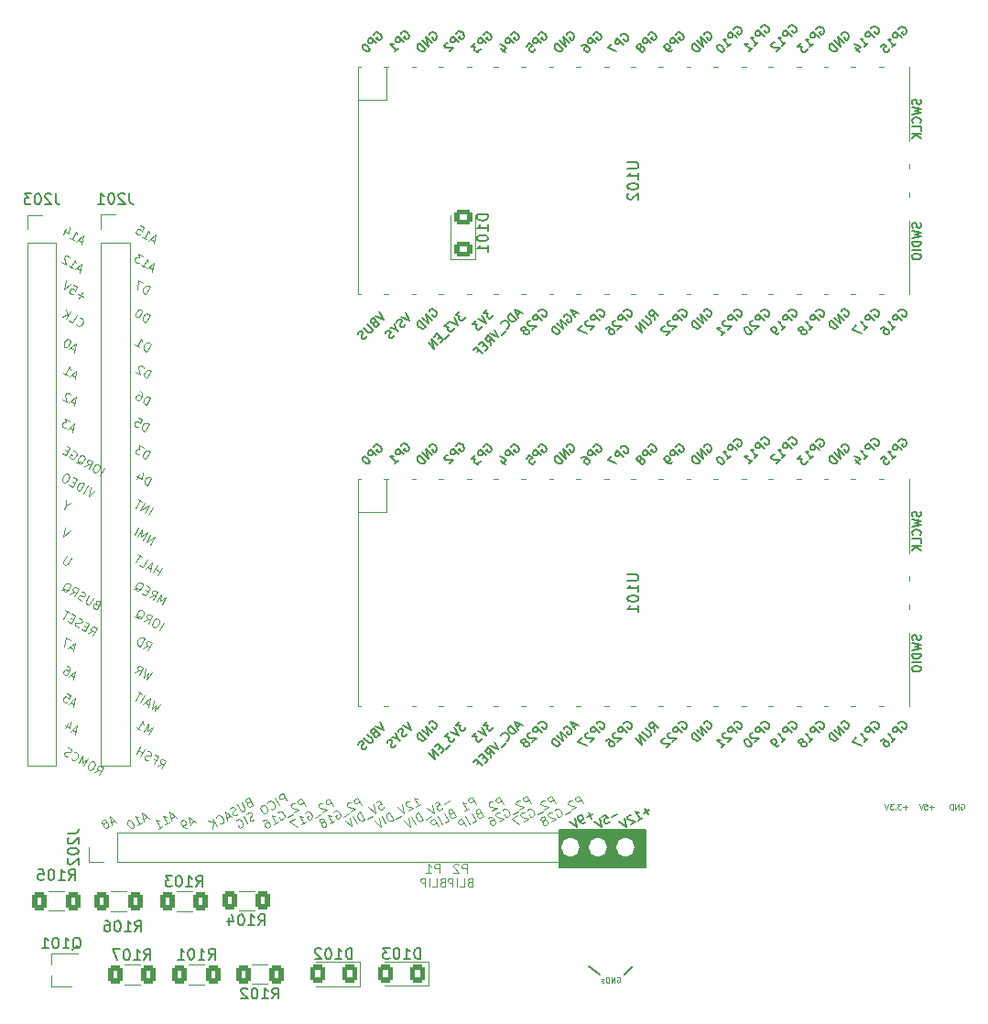
<source format=gbo>
%TF.GenerationSoftware,KiCad,Pcbnew,6.0.11-2627ca5db0~126~ubuntu22.04.1*%
%TF.CreationDate,2024-03-12T11:09:11+00:00*%
%TF.ProjectId,zx-spectrum-diagnostics,7a782d73-7065-4637-9472-756d2d646961,1.2*%
%TF.SameCoordinates,Original*%
%TF.FileFunction,Legend,Bot*%
%TF.FilePolarity,Positive*%
%FSLAX46Y46*%
G04 Gerber Fmt 4.6, Leading zero omitted, Abs format (unit mm)*
G04 Created by KiCad (PCBNEW 6.0.11-2627ca5db0~126~ubuntu22.04.1) date 2024-03-12 11:09:11*
%MOMM*%
%LPD*%
G01*
G04 APERTURE LIST*
G04 Aperture macros list*
%AMRoundRect*
0 Rectangle with rounded corners*
0 $1 Rounding radius*
0 $2 $3 $4 $5 $6 $7 $8 $9 X,Y pos of 4 corners*
0 Add a 4 corners polygon primitive as box body*
4,1,4,$2,$3,$4,$5,$6,$7,$8,$9,$2,$3,0*
0 Add four circle primitives for the rounded corners*
1,1,$1+$1,$2,$3*
1,1,$1+$1,$4,$5*
1,1,$1+$1,$6,$7*
1,1,$1+$1,$8,$9*
0 Add four rect primitives between the rounded corners*
20,1,$1+$1,$2,$3,$4,$5,0*
20,1,$1+$1,$4,$5,$6,$7,0*
20,1,$1+$1,$6,$7,$8,$9,0*
20,1,$1+$1,$8,$9,$2,$3,0*%
G04 Aperture macros list end*
%ADD10C,0.150000*%
%ADD11C,0.125000*%
%ADD12C,0.200000*%
%ADD13C,0.120000*%
%ADD14C,2.000000*%
%ADD15R,1.700000X1.700000*%
%ADD16O,1.700000X1.700000*%
%ADD17O,2.800000X1.727200*%
%ADD18RoundRect,0.250000X-0.400000X-0.625000X0.400000X-0.625000X0.400000X0.625000X-0.400000X0.625000X0*%
%ADD19RoundRect,0.250000X0.400000X0.625000X-0.400000X0.625000X-0.400000X-0.625000X0.400000X-0.625000X0*%
%ADD20R,2.000000X0.650000*%
%ADD21RoundRect,0.250001X0.462499X0.624999X-0.462499X0.624999X-0.462499X-0.624999X0.462499X-0.624999X0*%
%ADD22RoundRect,0.250001X0.624999X-0.462499X0.624999X0.462499X-0.624999X0.462499X-0.624999X-0.462499X0*%
%ADD23O,1.800000X1.800000*%
%ADD24O,1.500000X1.500000*%
%ADD25R,1.700000X3.500000*%
%ADD26R,3.500000X1.700000*%
G04 APERTURE END LIST*
D10*
X141158000Y-150338000D02*
X141920000Y-149576000D01*
X143088000Y-136981000D02*
X135128000Y-136981000D01*
X135128000Y-136981000D02*
X135128000Y-140462000D01*
X135128000Y-140462000D02*
X143088000Y-140462000D01*
X143088000Y-140462000D02*
X143088000Y-136981000D01*
G36*
X143088000Y-136981000D02*
G01*
X135128000Y-136981000D01*
X135128000Y-140462000D01*
X143088000Y-140462000D01*
X143088000Y-136981000D01*
G37*
X138872000Y-150338000D02*
X137856000Y-149576000D01*
D11*
X101338740Y-136147226D02*
X101008825Y-136337702D01*
X101519008Y-136307079D02*
X100888068Y-135747592D01*
X101057128Y-136573746D01*
X100793197Y-136726127D02*
X100661231Y-136802317D01*
X100576200Y-136807421D01*
X100524161Y-136793477D01*
X100401036Y-136732598D01*
X100291854Y-136619680D01*
X100139473Y-136355748D01*
X100134369Y-136270718D01*
X100148313Y-136218679D01*
X100195248Y-136147592D01*
X100327214Y-136071401D01*
X100412244Y-136066298D01*
X100464283Y-136080241D01*
X100535370Y-136127177D01*
X100630608Y-136292134D01*
X100635712Y-136377164D01*
X100621768Y-136429204D01*
X100574833Y-136500290D01*
X100442867Y-136576481D01*
X100357837Y-136581585D01*
X100305797Y-136567641D01*
X100234711Y-136520705D01*
X91560744Y-118799758D02*
X91982161Y-118603176D01*
X91956642Y-119028329D02*
X92356642Y-118335509D01*
X92092710Y-118183128D01*
X92007680Y-118178024D01*
X91955641Y-118191968D01*
X91884554Y-118238903D01*
X91827411Y-118337877D01*
X91822307Y-118422908D01*
X91836251Y-118474947D01*
X91883186Y-118546034D01*
X92147118Y-118698414D01*
X91473345Y-118265423D02*
X91242405Y-118132090D01*
X90933907Y-118437853D02*
X91263821Y-118628329D01*
X91663821Y-117935509D01*
X91333907Y-117745032D01*
X90689023Y-118252480D02*
X90571001Y-118228329D01*
X90406044Y-118133091D01*
X90359109Y-118062004D01*
X90345165Y-118009965D01*
X90350268Y-117924935D01*
X90388364Y-117858952D01*
X90459450Y-117812016D01*
X90511489Y-117798073D01*
X90596520Y-117803176D01*
X90747533Y-117846375D01*
X90832564Y-117851479D01*
X90884603Y-117837535D01*
X90955690Y-117790600D01*
X90993785Y-117724617D01*
X90998889Y-117639587D01*
X90984945Y-117587548D01*
X90938010Y-117516461D01*
X90773052Y-117421223D01*
X90655030Y-117397071D01*
X90186679Y-117522566D02*
X89955739Y-117389233D01*
X89647241Y-117694996D02*
X89977155Y-117885472D01*
X90377155Y-117192651D01*
X90047241Y-117002175D01*
X89849292Y-116887890D02*
X89453395Y-116659318D01*
X89251343Y-117466424D02*
X89651343Y-116773604D01*
X90293406Y-97553714D02*
X89963492Y-97363237D01*
X90245104Y-97789758D02*
X90414164Y-96963604D01*
X89783223Y-97523091D01*
X89947180Y-96781968D02*
X89933236Y-96729929D01*
X89886300Y-96658842D01*
X89721343Y-96563604D01*
X89636313Y-96558500D01*
X89584274Y-96572444D01*
X89513187Y-96619379D01*
X89475092Y-96685362D01*
X89450940Y-96803384D01*
X89618266Y-97427853D01*
X89189377Y-97180234D01*
X125027875Y-134268957D02*
X124500011Y-134573719D01*
X123592564Y-134525782D02*
X123922478Y-134335306D01*
X124145946Y-134646173D01*
X124093907Y-134632229D01*
X124008876Y-134637333D01*
X123843919Y-134732571D01*
X123796984Y-134803658D01*
X123783040Y-134855697D01*
X123788143Y-134940727D01*
X123883382Y-135105685D01*
X123954468Y-135152620D01*
X124006507Y-135166564D01*
X124091538Y-135161460D01*
X124256495Y-135066222D01*
X124303430Y-134995135D01*
X124317374Y-134943096D01*
X123361623Y-134659116D02*
X123530683Y-135485269D01*
X122899743Y-134925782D01*
X123271856Y-135722681D02*
X122743992Y-136027443D01*
X122540940Y-136056698D02*
X122140940Y-135363878D01*
X121975983Y-135459116D01*
X121896056Y-135549250D01*
X121868168Y-135653328D01*
X121873272Y-135738359D01*
X121916471Y-135889372D01*
X121973614Y-135988346D01*
X122082796Y-136101265D01*
X122153883Y-136148200D01*
X122257961Y-136176087D01*
X122375983Y-136151936D01*
X122540940Y-136056698D01*
X121848120Y-136456698D02*
X121448120Y-135763878D01*
X121217180Y-135897211D02*
X121386239Y-136723365D01*
X120755299Y-136163878D01*
X116859350Y-134690412D02*
X116459350Y-133997592D01*
X116195418Y-134149973D01*
X116148483Y-134221060D01*
X116134539Y-134273099D01*
X116139643Y-134358129D01*
X116196786Y-134457103D01*
X116267872Y-134504039D01*
X116319911Y-134517983D01*
X116404942Y-134512879D01*
X116668873Y-134360498D01*
X115837616Y-134444527D02*
X115785577Y-134430583D01*
X115700546Y-134435687D01*
X115535589Y-134530925D01*
X115488654Y-134602012D01*
X115474710Y-134654051D01*
X115479814Y-134739082D01*
X115517909Y-134805064D01*
X115608043Y-134884991D01*
X116232512Y-135052317D01*
X115803623Y-135299936D01*
X115709753Y-135442109D02*
X115181890Y-135746871D01*
X114234979Y-135325821D02*
X114281914Y-135254735D01*
X114380889Y-135197592D01*
X114498911Y-135173441D01*
X114602989Y-135201328D01*
X114674075Y-135248263D01*
X114783257Y-135361182D01*
X114840400Y-135460156D01*
X114883599Y-135611169D01*
X114888703Y-135696200D01*
X114860815Y-135800278D01*
X114780889Y-135890412D01*
X114714906Y-135928508D01*
X114596884Y-135952659D01*
X114544845Y-135938715D01*
X114411511Y-135707775D01*
X114543477Y-135631585D01*
X113923111Y-136385650D02*
X114319008Y-136157079D01*
X114121060Y-136271365D02*
X113721060Y-135578544D01*
X113844186Y-135639423D01*
X113948264Y-135667311D01*
X114033294Y-135662207D01*
X113298642Y-136218324D02*
X113345578Y-136147238D01*
X113359521Y-136095199D01*
X113354418Y-136010168D01*
X113335370Y-135977177D01*
X113264283Y-135930241D01*
X113212244Y-135916298D01*
X113127214Y-135921401D01*
X112995248Y-135997592D01*
X112948313Y-136068679D01*
X112934369Y-136120718D01*
X112939473Y-136205748D01*
X112958520Y-136238740D01*
X113029607Y-136285675D01*
X113081646Y-136299619D01*
X113166677Y-136294515D01*
X113298642Y-136218324D01*
X113383673Y-136213221D01*
X113435712Y-136227164D01*
X113506799Y-136274100D01*
X113582989Y-136406066D01*
X113588093Y-136491096D01*
X113574149Y-136543135D01*
X113527214Y-136614222D01*
X113395248Y-136690412D01*
X113310217Y-136695516D01*
X113258178Y-136681572D01*
X113187092Y-136634637D01*
X113110901Y-136502671D01*
X113105797Y-136417641D01*
X113119741Y-136365602D01*
X113166677Y-136294515D01*
X90431148Y-90198060D02*
X90445091Y-90250099D01*
X90525018Y-90340234D01*
X90591001Y-90378329D01*
X90709023Y-90402480D01*
X90813101Y-90374593D01*
X90884188Y-90327657D01*
X90993370Y-90214739D01*
X91050513Y-90115765D01*
X91093712Y-89964752D01*
X91098815Y-89879721D01*
X91070928Y-89775643D01*
X90991001Y-89685509D01*
X90925018Y-89647413D01*
X90806996Y-89623262D01*
X90754957Y-89637206D01*
X89766215Y-89902138D02*
X90096129Y-90092615D01*
X90496129Y-89399794D01*
X89535275Y-89768805D02*
X89935275Y-89075985D01*
X89139377Y-89540234D02*
X89664872Y-89315765D01*
X89539377Y-88847413D02*
X89706703Y-89471882D01*
X97124044Y-107883091D02*
X97524044Y-107190271D01*
X96794129Y-107692615D02*
X97194129Y-106999794D01*
X96398232Y-107464043D01*
X96798232Y-106771223D01*
X96567292Y-106637890D02*
X96171395Y-106409318D01*
X95969343Y-107216424D02*
X96369343Y-106523604D01*
X109938153Y-134302317D02*
X109538153Y-133609497D01*
X109274221Y-133761878D01*
X109227286Y-133832964D01*
X109213342Y-133885003D01*
X109218446Y-133970034D01*
X109275589Y-134069008D01*
X109346676Y-134115944D01*
X109398715Y-134129887D01*
X109483745Y-134124784D01*
X109747677Y-133972403D01*
X109245332Y-134702317D02*
X108845332Y-134009497D01*
X108481425Y-135055382D02*
X108533465Y-135069326D01*
X108651487Y-135045174D01*
X108717469Y-135007079D01*
X108797396Y-134916945D01*
X108825284Y-134812867D01*
X108820180Y-134727836D01*
X108776981Y-134576823D01*
X108719838Y-134477848D01*
X108610656Y-134364930D01*
X108539569Y-134317995D01*
X108435491Y-134290107D01*
X108317469Y-134314259D01*
X108251487Y-134352354D01*
X108171560Y-134442488D01*
X108157616Y-134494527D01*
X107690632Y-134676163D02*
X107558666Y-134752354D01*
X107511731Y-134823441D01*
X107483843Y-134927519D01*
X107527042Y-135078532D01*
X107660376Y-135309472D01*
X107769558Y-135422390D01*
X107873636Y-135450278D01*
X107958666Y-135445174D01*
X108090632Y-135368984D01*
X108137567Y-135297897D01*
X108165455Y-135193819D01*
X108122256Y-135042805D01*
X107988923Y-134811865D01*
X107879741Y-134698947D01*
X107775662Y-134671060D01*
X107690632Y-134676163D01*
X106982867Y-135964564D02*
X106902940Y-136054698D01*
X106737983Y-136149936D01*
X106652952Y-136155040D01*
X106600913Y-136141096D01*
X106529827Y-136094161D01*
X106491731Y-136028178D01*
X106486627Y-135943147D01*
X106500571Y-135891108D01*
X106547507Y-135820022D01*
X106660425Y-135710840D01*
X106707360Y-135639753D01*
X106721304Y-135587714D01*
X106716200Y-135502683D01*
X106678105Y-135436701D01*
X106607018Y-135389765D01*
X106554979Y-135375821D01*
X106469949Y-135380925D01*
X106304991Y-135476163D01*
X106225065Y-135566298D01*
X106309094Y-136397555D02*
X105909094Y-135704735D01*
X105235321Y-136137726D02*
X105282257Y-136066640D01*
X105381231Y-136009497D01*
X105499253Y-135985345D01*
X105603331Y-136013233D01*
X105674418Y-136060168D01*
X105783600Y-136173086D01*
X105840742Y-136272061D01*
X105883941Y-136423074D01*
X105889045Y-136508105D01*
X105861158Y-136612183D01*
X105781231Y-136702317D01*
X105715248Y-136740412D01*
X105597226Y-136764564D01*
X105545187Y-136750620D01*
X105411854Y-136519680D01*
X105543819Y-136443489D01*
D12*
X143463478Y-135131725D02*
X142935615Y-135436487D01*
X143351928Y-135548037D02*
X143047166Y-135020174D01*
X142395176Y-136100418D02*
X142791073Y-135871847D01*
X142593124Y-135986133D02*
X142193124Y-135293312D01*
X142316250Y-135354191D01*
X142420328Y-135382079D01*
X142505359Y-135376975D01*
X141769340Y-135625962D02*
X141717300Y-135612018D01*
X141632270Y-135617122D01*
X141467313Y-135712360D01*
X141420377Y-135783446D01*
X141406434Y-135835486D01*
X141411537Y-135920516D01*
X141449633Y-135986499D01*
X141539767Y-136066426D01*
X142164236Y-136233752D01*
X141735347Y-136481371D01*
X141137398Y-135902836D02*
X141306458Y-136728990D01*
X140675518Y-136169503D01*
D11*
X137329350Y-134518412D02*
X136929350Y-133825592D01*
X136665418Y-133977973D01*
X136618483Y-134049060D01*
X136604539Y-134101099D01*
X136609643Y-134186129D01*
X136666786Y-134285103D01*
X136737872Y-134332039D01*
X136789911Y-134345983D01*
X136874942Y-134340879D01*
X137138873Y-134188498D01*
X136307616Y-134272527D02*
X136255577Y-134258583D01*
X136170546Y-134263687D01*
X136005589Y-134358925D01*
X135958654Y-134430012D01*
X135944710Y-134482051D01*
X135949814Y-134567082D01*
X135987909Y-134633064D01*
X136078043Y-134712991D01*
X136702512Y-134880317D01*
X136273623Y-135127936D01*
X136179753Y-135270109D02*
X135651890Y-135574871D01*
X134704979Y-135153821D02*
X134751914Y-135082735D01*
X134850889Y-135025592D01*
X134968911Y-135001441D01*
X135072989Y-135029328D01*
X135144075Y-135076263D01*
X135253257Y-135189182D01*
X135310400Y-135288156D01*
X135353599Y-135439169D01*
X135358703Y-135524200D01*
X135330815Y-135628278D01*
X135250889Y-135718412D01*
X135184906Y-135756508D01*
X135066884Y-135780659D01*
X135014845Y-135766715D01*
X134881511Y-135535775D01*
X135013477Y-135459585D01*
X134427104Y-135358241D02*
X134375065Y-135344298D01*
X134290034Y-135349401D01*
X134125077Y-135444640D01*
X134078142Y-135515726D01*
X134064198Y-135567765D01*
X134069302Y-135652796D01*
X134107397Y-135718779D01*
X134197531Y-135798705D01*
X134822000Y-135966031D01*
X134393111Y-136213650D01*
X133768642Y-136046324D02*
X133815578Y-135975238D01*
X133829521Y-135923199D01*
X133824418Y-135838168D01*
X133805370Y-135805177D01*
X133734283Y-135758241D01*
X133682244Y-135744298D01*
X133597214Y-135749401D01*
X133465248Y-135825592D01*
X133418313Y-135896679D01*
X133404369Y-135948718D01*
X133409473Y-136033748D01*
X133428520Y-136066740D01*
X133499607Y-136113675D01*
X133551646Y-136127619D01*
X133636677Y-136122515D01*
X133768642Y-136046324D01*
X133853673Y-136041221D01*
X133905712Y-136055164D01*
X133976799Y-136102100D01*
X134052989Y-136234066D01*
X134058093Y-136319096D01*
X134044149Y-136371135D01*
X133997214Y-136442222D01*
X133865248Y-136518412D01*
X133780217Y-136523516D01*
X133728178Y-136509572D01*
X133657092Y-136462637D01*
X133580901Y-136330671D01*
X133575797Y-136245641D01*
X133589741Y-136193602D01*
X133636677Y-136122515D01*
X92328131Y-116111614D02*
X92210109Y-116087462D01*
X92158070Y-116101406D01*
X92086984Y-116148341D01*
X92029841Y-116247316D01*
X92024737Y-116332346D01*
X92038681Y-116384385D01*
X92085616Y-116455472D01*
X92349548Y-116607853D01*
X92749548Y-115915032D01*
X92518607Y-115781699D01*
X92433577Y-115776595D01*
X92381538Y-115790539D01*
X92310451Y-115837474D01*
X92272356Y-115903457D01*
X92267252Y-115988488D01*
X92281196Y-116040527D01*
X92328131Y-116111614D01*
X92559071Y-116244947D01*
X92056727Y-115515032D02*
X91732918Y-116075887D01*
X91661831Y-116122822D01*
X91609792Y-116136766D01*
X91524761Y-116131662D01*
X91392796Y-116055472D01*
X91345860Y-115984385D01*
X91331917Y-115932346D01*
X91337020Y-115847316D01*
X91660830Y-115286461D01*
X90982954Y-115774861D02*
X90864933Y-115750710D01*
X90699975Y-115655472D01*
X90653040Y-115584385D01*
X90639096Y-115532346D01*
X90644200Y-115447316D01*
X90682295Y-115381333D01*
X90753382Y-115334397D01*
X90805421Y-115320454D01*
X90890452Y-115325557D01*
X91041465Y-115368756D01*
X91126495Y-115373860D01*
X91178534Y-115359916D01*
X91249621Y-115312981D01*
X91287716Y-115246998D01*
X91292820Y-115161968D01*
X91278876Y-115109929D01*
X91231941Y-115038842D01*
X91066984Y-114943604D01*
X90948962Y-114919452D01*
X89875189Y-115179281D02*
X90296606Y-114982700D01*
X90271087Y-115407853D02*
X90671087Y-114715032D01*
X90407155Y-114562651D01*
X90322124Y-114557548D01*
X90270085Y-114571491D01*
X90198999Y-114618427D01*
X90141856Y-114717401D01*
X90136752Y-114802432D01*
X90150696Y-114854471D01*
X90197631Y-114925557D01*
X90461563Y-115077938D01*
X89078291Y-114807169D02*
X89163321Y-114812273D01*
X89267399Y-114784385D01*
X89423517Y-114742554D01*
X89508547Y-114747657D01*
X89574530Y-114785753D01*
X89446300Y-114931662D02*
X89531331Y-114936766D01*
X89635409Y-114908878D01*
X89744591Y-114795960D01*
X89877924Y-114565020D01*
X89921123Y-114414007D01*
X89893236Y-114309929D01*
X89846300Y-114238842D01*
X89714335Y-114162651D01*
X89629304Y-114157548D01*
X89525226Y-114185435D01*
X89416044Y-114298353D01*
X89282711Y-114529294D01*
X89239512Y-114680307D01*
X89267399Y-114784385D01*
X89314335Y-114855472D01*
X89446300Y-114931662D01*
X96883104Y-90069758D02*
X97283104Y-89376937D01*
X97118146Y-89281699D01*
X97000124Y-89257548D01*
X96896046Y-89285435D01*
X96824960Y-89332371D01*
X96715778Y-89445289D01*
X96658635Y-89544263D01*
X96615436Y-89695276D01*
X96610332Y-89780307D01*
X96638220Y-89884385D01*
X96718146Y-89974519D01*
X96883104Y-90069758D01*
X96458318Y-88900747D02*
X96392335Y-88862651D01*
X96307304Y-88857548D01*
X96255265Y-88871491D01*
X96184178Y-88918427D01*
X96074997Y-89031345D01*
X95979758Y-89196302D01*
X95936559Y-89347316D01*
X95931456Y-89432346D01*
X95945399Y-89484385D01*
X95992335Y-89555472D01*
X96058318Y-89593567D01*
X96143348Y-89598671D01*
X96195387Y-89584727D01*
X96266474Y-89537792D01*
X96375656Y-89424874D01*
X96470894Y-89259916D01*
X96514093Y-89108903D01*
X96519197Y-89023872D01*
X96505253Y-88971833D01*
X96458318Y-88900747D01*
X96883104Y-87469758D02*
X97283104Y-86776937D01*
X97118146Y-86681699D01*
X97000124Y-86657548D01*
X96896046Y-86685435D01*
X96824960Y-86732371D01*
X96715778Y-86845289D01*
X96658635Y-86944263D01*
X96615436Y-87095276D01*
X96610332Y-87180307D01*
X96638220Y-87284385D01*
X96718146Y-87374519D01*
X96883104Y-87469758D01*
X96656266Y-86415032D02*
X96194386Y-86148366D01*
X96091309Y-87012615D01*
X97958830Y-113429281D02*
X98358830Y-112736461D01*
X98168354Y-113066375D02*
X97772456Y-112837804D01*
X97562933Y-113200710D02*
X97962933Y-112507890D01*
X97380295Y-112831333D02*
X97050381Y-112640856D01*
X97331992Y-113067377D02*
X97501052Y-112241223D01*
X96870112Y-112800710D01*
X96309258Y-112476900D02*
X96639172Y-112667377D01*
X97039172Y-111974556D01*
X96577292Y-111707890D02*
X96181395Y-111479318D01*
X95979343Y-112286424D02*
X96379343Y-111593604D01*
X126574476Y-140941904D02*
X126574476Y-140141904D01*
X126269714Y-140141904D01*
X126193523Y-140180000D01*
X126155428Y-140218095D01*
X126117333Y-140294285D01*
X126117333Y-140408571D01*
X126155428Y-140484761D01*
X126193523Y-140522857D01*
X126269714Y-140560952D01*
X126574476Y-140560952D01*
X125812571Y-140218095D02*
X125774476Y-140180000D01*
X125698285Y-140141904D01*
X125507809Y-140141904D01*
X125431619Y-140180000D01*
X125393523Y-140218095D01*
X125355428Y-140294285D01*
X125355428Y-140370476D01*
X125393523Y-140484761D01*
X125850666Y-140941904D01*
X125355428Y-140941904D01*
X126841142Y-141810857D02*
X126726857Y-141848952D01*
X126688761Y-141887047D01*
X126650666Y-141963238D01*
X126650666Y-142077523D01*
X126688761Y-142153714D01*
X126726857Y-142191809D01*
X126803047Y-142229904D01*
X127107809Y-142229904D01*
X127107809Y-141429904D01*
X126841142Y-141429904D01*
X126764952Y-141468000D01*
X126726857Y-141506095D01*
X126688761Y-141582285D01*
X126688761Y-141658476D01*
X126726857Y-141734666D01*
X126764952Y-141772761D01*
X126841142Y-141810857D01*
X127107809Y-141810857D01*
X125926857Y-142229904D02*
X126307809Y-142229904D01*
X126307809Y-141429904D01*
X125660190Y-142229904D02*
X125660190Y-141429904D01*
X125279238Y-142229904D02*
X125279238Y-141429904D01*
X124974476Y-141429904D01*
X124898285Y-141468000D01*
X124860190Y-141506095D01*
X124822095Y-141582285D01*
X124822095Y-141696571D01*
X124860190Y-141772761D01*
X124898285Y-141810857D01*
X124974476Y-141848952D01*
X125279238Y-141848952D01*
X90863235Y-85224666D02*
X90533321Y-85034190D01*
X90814933Y-85460710D02*
X90983992Y-84634556D01*
X90353052Y-85194043D01*
X89759206Y-84851186D02*
X90155104Y-85079758D01*
X89957155Y-84965472D02*
X90357155Y-84272651D01*
X90365995Y-84409721D01*
X90393883Y-84513799D01*
X90440818Y-84584886D01*
X89857180Y-84071968D02*
X89843236Y-84019929D01*
X89796300Y-83948842D01*
X89631343Y-83853604D01*
X89546313Y-83848500D01*
X89494274Y-83862444D01*
X89423187Y-83909379D01*
X89385092Y-83975362D01*
X89360940Y-84093384D01*
X89528266Y-84717853D01*
X89099377Y-84470234D01*
D12*
X140517649Y-135512677D02*
X139989786Y-135817439D01*
X139082338Y-135769503D02*
X139412253Y-135579026D01*
X139635720Y-135889893D01*
X139583681Y-135875949D01*
X139498651Y-135881053D01*
X139333694Y-135976291D01*
X139286758Y-136047378D01*
X139272815Y-136099417D01*
X139277918Y-136184448D01*
X139373156Y-136349405D01*
X139444243Y-136396340D01*
X139496282Y-136410284D01*
X139581313Y-136405180D01*
X139746270Y-136309942D01*
X139793205Y-136238855D01*
X139807149Y-136186816D01*
X138851398Y-135902836D02*
X139020458Y-136728990D01*
X138389518Y-136169503D01*
D11*
X121871401Y-134814698D02*
X122267298Y-134586127D01*
X122069350Y-134700412D02*
X121669350Y-134007592D01*
X121792475Y-134068471D01*
X121896553Y-134096359D01*
X121981584Y-134091255D01*
X121245565Y-134340241D02*
X121193526Y-134326298D01*
X121108495Y-134331401D01*
X120943538Y-134426640D01*
X120896603Y-134497726D01*
X120882659Y-134549765D01*
X120887763Y-134634796D01*
X120925858Y-134700779D01*
X121015992Y-134780705D01*
X121640461Y-134948031D01*
X121211572Y-135195650D01*
X120613623Y-134617116D02*
X120782683Y-135443269D01*
X120151743Y-134883782D01*
X120523856Y-135680681D02*
X119995992Y-135985443D01*
X119792940Y-136014698D02*
X119392940Y-135321878D01*
X119227983Y-135417116D01*
X119148056Y-135507250D01*
X119120168Y-135611328D01*
X119125272Y-135696359D01*
X119168471Y-135847372D01*
X119225614Y-135946346D01*
X119334796Y-136059265D01*
X119405883Y-136106200D01*
X119509961Y-136134087D01*
X119627983Y-136109936D01*
X119792940Y-136014698D01*
X119100120Y-136414698D02*
X118700120Y-135721878D01*
X118469180Y-135855211D02*
X118638239Y-136681365D01*
X118007299Y-136121878D01*
X97337975Y-110605472D02*
X97737975Y-109912651D01*
X96942078Y-110376900D01*
X97342078Y-109684080D01*
X96612164Y-110186424D02*
X97012164Y-109493604D01*
X96495509Y-109855142D01*
X96550283Y-109226937D01*
X96150283Y-109919758D01*
X95820369Y-109729281D02*
X96220369Y-109036461D01*
X90213406Y-120263714D02*
X89883492Y-120073237D01*
X90165104Y-120499758D02*
X90334164Y-119673604D01*
X89703223Y-120233091D01*
X89938266Y-119445032D02*
X89476386Y-119178366D01*
X89373309Y-120042615D01*
X98144813Y-118497377D02*
X98544813Y-117804556D01*
X98082933Y-117537890D02*
X97950967Y-117461699D01*
X97865936Y-117456595D01*
X97761858Y-117484483D01*
X97652676Y-117597401D01*
X97519343Y-117828341D01*
X97476144Y-117979355D01*
X97504031Y-118083433D01*
X97550967Y-118154519D01*
X97682933Y-118230710D01*
X97767963Y-118235814D01*
X97872041Y-118207926D01*
X97981223Y-118095008D01*
X98114556Y-117864068D01*
X98157755Y-117713054D01*
X98129868Y-117608976D01*
X98082933Y-117537890D01*
X96693189Y-117659281D02*
X97114606Y-117462700D01*
X97089087Y-117887853D02*
X97489087Y-117195032D01*
X97225155Y-117042651D01*
X97140124Y-117037548D01*
X97088085Y-117051491D01*
X97016999Y-117098427D01*
X96959856Y-117197401D01*
X96954752Y-117282432D01*
X96968696Y-117334471D01*
X97015631Y-117405557D01*
X97279563Y-117557938D01*
X95896291Y-117287169D02*
X95981321Y-117292273D01*
X96085399Y-117264385D01*
X96241517Y-117222554D01*
X96326547Y-117227657D01*
X96392530Y-117265753D01*
X96264300Y-117411662D02*
X96349331Y-117416766D01*
X96453409Y-117388878D01*
X96562591Y-117275960D01*
X96695924Y-117045020D01*
X96739123Y-116894007D01*
X96711236Y-116789929D01*
X96664300Y-116718842D01*
X96532335Y-116642651D01*
X96447304Y-116637548D01*
X96343226Y-116665435D01*
X96234044Y-116778353D01*
X96100711Y-117009294D01*
X96057512Y-117160307D01*
X96085399Y-117264385D01*
X96132335Y-117335472D01*
X96264300Y-117411662D01*
X172272952Y-134594000D02*
X172320571Y-134570190D01*
X172392000Y-134570190D01*
X172463428Y-134594000D01*
X172511047Y-134641619D01*
X172534857Y-134689238D01*
X172558666Y-134784476D01*
X172558666Y-134855904D01*
X172534857Y-134951142D01*
X172511047Y-134998761D01*
X172463428Y-135046380D01*
X172392000Y-135070190D01*
X172344380Y-135070190D01*
X172272952Y-135046380D01*
X172249142Y-135022571D01*
X172249142Y-134855904D01*
X172344380Y-134855904D01*
X172034857Y-135070190D02*
X172034857Y-134570190D01*
X171749142Y-135070190D01*
X171749142Y-134570190D01*
X171511047Y-135070190D02*
X171511047Y-134570190D01*
X171392000Y-134570190D01*
X171320571Y-134594000D01*
X171272952Y-134641619D01*
X171249142Y-134689238D01*
X171225333Y-134784476D01*
X171225333Y-134855904D01*
X171249142Y-134951142D01*
X171272952Y-134998761D01*
X171320571Y-135046380D01*
X171392000Y-135070190D01*
X171511047Y-135070190D01*
X92149633Y-131677377D02*
X92571049Y-131480795D01*
X92545530Y-131905948D02*
X92945530Y-131213128D01*
X92681599Y-131060747D01*
X92596568Y-131055643D01*
X92544529Y-131069587D01*
X92473443Y-131116522D01*
X92416300Y-131215496D01*
X92411196Y-131300527D01*
X92425140Y-131352566D01*
X92472075Y-131423653D01*
X92736007Y-131576034D01*
X92120744Y-130736937D02*
X91988779Y-130660747D01*
X91903748Y-130655643D01*
X91799670Y-130683531D01*
X91690488Y-130796449D01*
X91557155Y-131027389D01*
X91513956Y-131178402D01*
X91541843Y-131282480D01*
X91588779Y-131353567D01*
X91720744Y-131429758D01*
X91805775Y-131434861D01*
X91909853Y-131406974D01*
X92019035Y-131294055D01*
X92152368Y-131063115D01*
X92195567Y-130912102D01*
X92167680Y-130808024D01*
X92120744Y-130736937D01*
X91126898Y-131086900D02*
X91526898Y-130394080D01*
X91010244Y-130755618D01*
X91065018Y-130127413D01*
X90665018Y-130820234D01*
X89977302Y-130335203D02*
X89991245Y-130387242D01*
X90071172Y-130477377D01*
X90137155Y-130515472D01*
X90255177Y-130539623D01*
X90359255Y-130511736D01*
X90430342Y-130464800D01*
X90539524Y-130351882D01*
X90596667Y-130252908D01*
X90639866Y-130101894D01*
X90644969Y-130016864D01*
X90617082Y-129912786D01*
X90537155Y-129822651D01*
X90471172Y-129784556D01*
X90353150Y-129760405D01*
X90301111Y-129774349D01*
X89694322Y-130215814D02*
X89576300Y-130191662D01*
X89411343Y-130096424D01*
X89364408Y-130025337D01*
X89350464Y-129973298D01*
X89355568Y-129888268D01*
X89393663Y-129822285D01*
X89464750Y-129775350D01*
X89516789Y-129761406D01*
X89601819Y-129766510D01*
X89752833Y-129809709D01*
X89837863Y-129814813D01*
X89889902Y-129800869D01*
X89960989Y-129753933D01*
X89999084Y-129687951D01*
X90004188Y-129602920D01*
X89990244Y-129550881D01*
X89943309Y-129479794D01*
X89778352Y-129384556D01*
X89660330Y-129360405D01*
X134789350Y-134518412D02*
X134389350Y-133825592D01*
X134125418Y-133977973D01*
X134078483Y-134049060D01*
X134064539Y-134101099D01*
X134069643Y-134186129D01*
X134126786Y-134285103D01*
X134197872Y-134332039D01*
X134249911Y-134345983D01*
X134334942Y-134340879D01*
X134598873Y-134188498D01*
X133767616Y-134272527D02*
X133715577Y-134258583D01*
X133630546Y-134263687D01*
X133465589Y-134358925D01*
X133418654Y-134430012D01*
X133404710Y-134482051D01*
X133409814Y-134567082D01*
X133447909Y-134633064D01*
X133538043Y-134712991D01*
X134162512Y-134880317D01*
X133733623Y-135127936D01*
X133639753Y-135270109D02*
X133111890Y-135574871D01*
X132164979Y-135153821D02*
X132211914Y-135082735D01*
X132310889Y-135025592D01*
X132428911Y-135001441D01*
X132532989Y-135029328D01*
X132604075Y-135076263D01*
X132713257Y-135189182D01*
X132770400Y-135288156D01*
X132813599Y-135439169D01*
X132818703Y-135524200D01*
X132790815Y-135628278D01*
X132710889Y-135718412D01*
X132644906Y-135756508D01*
X132526884Y-135780659D01*
X132474845Y-135766715D01*
X132341511Y-135535775D01*
X132473477Y-135459585D01*
X131887104Y-135358241D02*
X131835065Y-135344298D01*
X131750034Y-135349401D01*
X131585077Y-135444640D01*
X131538142Y-135515726D01*
X131524198Y-135567765D01*
X131529302Y-135652796D01*
X131567397Y-135718779D01*
X131657531Y-135798705D01*
X132282000Y-135966031D01*
X131853111Y-136213650D01*
X131222171Y-135654163D02*
X130760291Y-135920830D01*
X131457214Y-136442222D01*
X96660198Y-120180234D02*
X97081614Y-119983653D01*
X97056095Y-120408805D02*
X97456095Y-119715985D01*
X97192164Y-119563604D01*
X97107133Y-119558500D01*
X97055094Y-119572444D01*
X96984007Y-119619379D01*
X96926864Y-119718353D01*
X96921761Y-119803384D01*
X96935704Y-119855423D01*
X96982640Y-119926510D01*
X97246571Y-120078891D01*
X96363275Y-120008805D02*
X96763275Y-119315985D01*
X96598318Y-119220747D01*
X96480296Y-119196595D01*
X96376217Y-119224483D01*
X96305131Y-119271418D01*
X96195949Y-119384336D01*
X96138806Y-119483311D01*
X96095607Y-119634324D01*
X96090503Y-119719355D01*
X96118391Y-119823433D01*
X96198318Y-119913567D01*
X96363275Y-120008805D01*
D12*
X138231649Y-135512677D02*
X137703786Y-135817439D01*
X138120099Y-135928990D02*
X137815337Y-135401127D01*
X137493261Y-136290894D02*
X137361296Y-136367085D01*
X137276265Y-136372189D01*
X137224226Y-136358245D01*
X137101100Y-136297366D01*
X136991918Y-136184448D01*
X136839537Y-135920516D01*
X136834434Y-135835486D01*
X136848377Y-135783446D01*
X136895313Y-135712360D01*
X137027279Y-135636169D01*
X137112309Y-135631066D01*
X137164348Y-135645009D01*
X137235435Y-135691945D01*
X137330673Y-135856902D01*
X137335777Y-135941932D01*
X137321833Y-135993971D01*
X137274898Y-136065058D01*
X137142932Y-136141249D01*
X137057901Y-136146352D01*
X137005862Y-136132409D01*
X136934776Y-136085473D01*
X136565398Y-135902836D02*
X136734458Y-136728990D01*
X136103518Y-136169503D01*
D11*
X92656471Y-104199281D02*
X93056471Y-103506461D01*
X92594590Y-103239794D02*
X92462625Y-103163604D01*
X92377594Y-103158500D01*
X92273516Y-103186388D01*
X92164334Y-103299306D01*
X92031001Y-103530246D01*
X91987802Y-103681259D01*
X92015689Y-103785337D01*
X92062625Y-103856424D01*
X92194590Y-103932615D01*
X92279621Y-103937718D01*
X92383699Y-103909831D01*
X92492881Y-103796913D01*
X92626214Y-103565973D01*
X92669413Y-103414959D01*
X92641526Y-103310881D01*
X92594590Y-103239794D01*
X91204847Y-103361186D02*
X91626263Y-103164605D01*
X91600744Y-103589758D02*
X92000744Y-102896937D01*
X91736813Y-102744556D01*
X91651782Y-102739452D01*
X91599743Y-102753396D01*
X91528657Y-102800332D01*
X91471514Y-102899306D01*
X91466410Y-102984336D01*
X91480354Y-103036375D01*
X91527289Y-103107462D01*
X91791221Y-103259843D01*
X90407949Y-102989074D02*
X90492979Y-102994178D01*
X90597057Y-102966290D01*
X90753174Y-102924458D01*
X90838205Y-102929562D01*
X90904188Y-102967657D01*
X90775958Y-103113567D02*
X90860989Y-103118671D01*
X90965067Y-103090783D01*
X91074249Y-102977865D01*
X91207582Y-102746925D01*
X91250781Y-102595912D01*
X91222893Y-102491833D01*
X91175958Y-102420747D01*
X91043992Y-102344556D01*
X90958962Y-102339452D01*
X90854884Y-102367340D01*
X90745702Y-102480258D01*
X90612369Y-102711198D01*
X90569170Y-102862212D01*
X90597057Y-102966290D01*
X90643992Y-103037377D01*
X90775958Y-103113567D01*
X90200159Y-101901357D02*
X90285189Y-101906461D01*
X90384164Y-101963604D01*
X90464090Y-102053738D01*
X90491978Y-102157816D01*
X90486874Y-102242847D01*
X90443675Y-102393860D01*
X90386532Y-102492835D01*
X90277350Y-102605753D01*
X90206264Y-102652688D01*
X90102186Y-102680576D01*
X89984164Y-102656424D01*
X89918181Y-102618329D01*
X89838254Y-102528195D01*
X89824310Y-102476156D01*
X89957643Y-102245215D01*
X90089609Y-102321406D01*
X89698816Y-102007804D02*
X89467876Y-101874471D01*
X89159377Y-102180234D02*
X89489292Y-102370710D01*
X89889292Y-101677890D01*
X89559377Y-101487413D01*
X93998740Y-136107226D02*
X93668825Y-136297702D01*
X94179008Y-136267079D02*
X93548068Y-135707592D01*
X93717128Y-136533746D01*
X93158642Y-136328324D02*
X93205578Y-136257238D01*
X93219521Y-136205199D01*
X93214418Y-136120168D01*
X93195370Y-136087177D01*
X93124283Y-136040241D01*
X93072244Y-136026298D01*
X92987214Y-136031401D01*
X92855248Y-136107592D01*
X92808313Y-136178679D01*
X92794369Y-136230718D01*
X92799473Y-136315748D01*
X92818520Y-136348740D01*
X92889607Y-136395675D01*
X92941646Y-136409619D01*
X93026677Y-136404515D01*
X93158642Y-136328324D01*
X93243673Y-136323221D01*
X93295712Y-136337164D01*
X93366799Y-136384100D01*
X93442989Y-136516066D01*
X93448093Y-136601096D01*
X93434149Y-136653135D01*
X93387214Y-136724222D01*
X93255248Y-136800412D01*
X93170217Y-136805516D01*
X93118178Y-136791572D01*
X93047092Y-136744637D01*
X92970901Y-136612671D01*
X92965797Y-136527641D01*
X92979741Y-136475602D01*
X93026677Y-136404515D01*
X114239350Y-134780412D02*
X113839350Y-134087592D01*
X113575418Y-134239973D01*
X113528483Y-134311060D01*
X113514539Y-134363099D01*
X113519643Y-134448129D01*
X113576786Y-134547103D01*
X113647872Y-134594039D01*
X113699911Y-134607983D01*
X113784942Y-134602879D01*
X114048873Y-134450498D01*
X113217616Y-134534527D02*
X113165577Y-134520583D01*
X113080546Y-134525687D01*
X112915589Y-134620925D01*
X112868654Y-134692012D01*
X112854710Y-134744051D01*
X112859814Y-134829082D01*
X112897909Y-134895064D01*
X112988043Y-134974991D01*
X113612512Y-135142317D01*
X113183623Y-135389936D01*
X113089753Y-135532109D02*
X112561890Y-135836871D01*
X111614979Y-135415821D02*
X111661914Y-135344735D01*
X111760889Y-135287592D01*
X111878911Y-135263441D01*
X111982989Y-135291328D01*
X112054075Y-135338263D01*
X112163257Y-135451182D01*
X112220400Y-135550156D01*
X112263599Y-135701169D01*
X112268703Y-135786200D01*
X112240815Y-135890278D01*
X112160889Y-135980412D01*
X112094906Y-136018508D01*
X111976884Y-136042659D01*
X111924845Y-136028715D01*
X111791511Y-135797775D01*
X111923477Y-135721585D01*
X111303111Y-136475650D02*
X111699008Y-136247079D01*
X111501060Y-136361365D02*
X111101060Y-135668544D01*
X111224186Y-135729423D01*
X111328264Y-135757311D01*
X111413294Y-135752207D01*
X110672171Y-135916163D02*
X110210291Y-136182830D01*
X110907214Y-136704222D01*
X89895275Y-109325985D02*
X89264335Y-109885472D01*
X89433395Y-109059318D01*
X90423406Y-127933714D02*
X90093492Y-127743237D01*
X90375104Y-128169758D02*
X90544164Y-127343604D01*
X89913223Y-127903091D01*
X89652027Y-127136449D02*
X89385360Y-127598329D01*
X89969365Y-126967755D02*
X89848608Y-127557865D01*
X89419719Y-127310246D01*
X132503350Y-134518412D02*
X132103350Y-133825592D01*
X131839418Y-133977973D01*
X131792483Y-134049060D01*
X131778539Y-134101099D01*
X131783643Y-134186129D01*
X131840786Y-134285103D01*
X131911872Y-134332039D01*
X131963911Y-134345983D01*
X132048942Y-134340879D01*
X132312873Y-134188498D01*
X131481616Y-134272527D02*
X131429577Y-134258583D01*
X131344546Y-134263687D01*
X131179589Y-134358925D01*
X131132654Y-134430012D01*
X131118710Y-134482051D01*
X131123814Y-134567082D01*
X131161909Y-134633064D01*
X131252043Y-134712991D01*
X131876512Y-134880317D01*
X131447623Y-135127936D01*
X131353753Y-135270109D02*
X130825890Y-135574871D01*
X129878979Y-135153821D02*
X129925914Y-135082735D01*
X130024889Y-135025592D01*
X130142911Y-135001441D01*
X130246989Y-135029328D01*
X130318075Y-135076263D01*
X130427257Y-135189182D01*
X130484400Y-135288156D01*
X130527599Y-135439169D01*
X130532703Y-135524200D01*
X130504815Y-135628278D01*
X130424889Y-135718412D01*
X130358906Y-135756508D01*
X130240884Y-135780659D01*
X130188845Y-135766715D01*
X130055511Y-135535775D01*
X130187477Y-135459585D01*
X129601104Y-135358241D02*
X129549065Y-135344298D01*
X129464034Y-135349401D01*
X129299077Y-135444640D01*
X129252142Y-135515726D01*
X129238198Y-135567765D01*
X129243302Y-135652796D01*
X129281397Y-135718779D01*
X129371531Y-135798705D01*
X129996000Y-135966031D01*
X129567111Y-136213650D01*
X128573265Y-135863687D02*
X128705231Y-135787497D01*
X128790261Y-135782393D01*
X128842300Y-135796337D01*
X128965426Y-135857216D01*
X129074608Y-135970134D01*
X129226989Y-136234066D01*
X129232093Y-136319096D01*
X129218149Y-136371135D01*
X129171214Y-136442222D01*
X129039248Y-136518412D01*
X128954217Y-136523516D01*
X128902178Y-136509572D01*
X128831092Y-136462637D01*
X128735854Y-136297680D01*
X128730750Y-136212649D01*
X128744694Y-136160610D01*
X128791629Y-136089523D01*
X128923595Y-136013333D01*
X129008625Y-136008229D01*
X129060664Y-136022173D01*
X129131751Y-136069108D01*
X97511052Y-122451223D02*
X96946095Y-123048805D01*
X97099844Y-122477743D01*
X96682164Y-122896424D01*
X96917206Y-122108366D01*
X95857377Y-122420234D02*
X96278794Y-122223653D01*
X96253275Y-122648805D02*
X96653275Y-121955985D01*
X96389343Y-121803604D01*
X96304313Y-121798500D01*
X96252274Y-121812444D01*
X96181187Y-121859379D01*
X96124044Y-121958353D01*
X96118940Y-122043384D01*
X96132884Y-122095423D01*
X96179819Y-122166510D01*
X96443751Y-122318891D01*
X127433281Y-134620031D02*
X127033281Y-133927211D01*
X126769350Y-134079592D01*
X126722414Y-134150679D01*
X126708471Y-134202718D01*
X126713574Y-134287748D01*
X126770717Y-134386723D01*
X126841804Y-134433658D01*
X126893843Y-134447602D01*
X126978873Y-134442498D01*
X127242805Y-134290117D01*
X126377555Y-135229555D02*
X126773452Y-135000984D01*
X126575504Y-135115269D02*
X126175504Y-134422449D01*
X126298629Y-134483328D01*
X126402707Y-134511216D01*
X126487738Y-134506112D01*
X125112305Y-135476173D02*
X125032378Y-135566307D01*
X125018434Y-135618346D01*
X125023538Y-135703377D01*
X125080681Y-135802351D01*
X125151768Y-135849287D01*
X125203807Y-135863230D01*
X125288837Y-135858127D01*
X125552769Y-135705746D01*
X125152769Y-135012925D01*
X124921829Y-135146259D01*
X124874893Y-135217345D01*
X124860950Y-135269384D01*
X124866053Y-135354415D01*
X124904149Y-135420398D01*
X124975235Y-135467333D01*
X125027274Y-135481277D01*
X125112305Y-135476173D01*
X125343245Y-135342840D01*
X124530034Y-136296222D02*
X124859949Y-136105746D01*
X124459949Y-135412925D01*
X124299094Y-136429555D02*
X123899094Y-135736735D01*
X123969180Y-136620031D02*
X123569180Y-135927211D01*
X123305248Y-136079592D01*
X123258313Y-136150679D01*
X123244369Y-136202718D01*
X123249473Y-136287748D01*
X123306616Y-136386723D01*
X123377702Y-136433658D01*
X123429741Y-136447602D01*
X123514772Y-136442498D01*
X123778703Y-136290117D01*
X111679350Y-134760412D02*
X111279350Y-134067592D01*
X111015418Y-134219973D01*
X110968483Y-134291060D01*
X110954539Y-134343099D01*
X110959643Y-134428129D01*
X111016786Y-134527103D01*
X111087872Y-134574039D01*
X111139911Y-134587983D01*
X111224942Y-134582879D01*
X111488873Y-134430498D01*
X110657616Y-134514527D02*
X110605577Y-134500583D01*
X110520546Y-134505687D01*
X110355589Y-134600925D01*
X110308654Y-134672012D01*
X110294710Y-134724051D01*
X110299814Y-134809082D01*
X110337909Y-134875064D01*
X110428043Y-134954991D01*
X111052512Y-135122317D01*
X110623623Y-135369936D01*
X110529753Y-135512109D02*
X110001890Y-135816871D01*
X109054979Y-135395821D02*
X109101914Y-135324735D01*
X109200889Y-135267592D01*
X109318911Y-135243441D01*
X109422989Y-135271328D01*
X109494075Y-135318263D01*
X109603257Y-135431182D01*
X109660400Y-135530156D01*
X109703599Y-135681169D01*
X109708703Y-135766200D01*
X109680815Y-135870278D01*
X109600889Y-135960412D01*
X109534906Y-135998508D01*
X109416884Y-136022659D01*
X109364845Y-136008715D01*
X109231511Y-135777775D01*
X109363477Y-135701585D01*
X108743111Y-136455650D02*
X109139008Y-136227079D01*
X108941060Y-136341365D02*
X108541060Y-135648544D01*
X108664186Y-135709423D01*
X108768264Y-135737311D01*
X108853294Y-135732207D01*
X107749265Y-136105687D02*
X107881231Y-136029497D01*
X107966261Y-136024393D01*
X108018300Y-136038337D01*
X108141426Y-136099216D01*
X108250608Y-136212134D01*
X108402989Y-136476066D01*
X108408093Y-136561096D01*
X108394149Y-136613135D01*
X108347214Y-136684222D01*
X108215248Y-136760412D01*
X108130217Y-136765516D01*
X108078178Y-136751572D01*
X108007092Y-136704637D01*
X107911854Y-136539680D01*
X107906750Y-136454649D01*
X107920694Y-136402610D01*
X107967629Y-136331523D01*
X108099595Y-136255333D01*
X108184625Y-136250229D01*
X108236664Y-136264173D01*
X108307751Y-136311108D01*
X90983235Y-82614666D02*
X90653321Y-82424190D01*
X90934933Y-82850710D02*
X91103992Y-82024556D01*
X90473052Y-82584043D01*
X89879206Y-82241186D02*
X90275104Y-82469758D01*
X90077155Y-82355472D02*
X90477155Y-81662651D01*
X90485995Y-81799721D01*
X90513883Y-81903799D01*
X90560818Y-81974886D01*
X89552027Y-81436449D02*
X89285360Y-81898329D01*
X89869365Y-81267755D02*
X89748608Y-81857865D01*
X89319719Y-81610246D01*
X140471333Y-150596000D02*
X140518952Y-150572190D01*
X140590380Y-150572190D01*
X140661809Y-150596000D01*
X140709428Y-150643619D01*
X140733238Y-150691238D01*
X140757047Y-150786476D01*
X140757047Y-150857904D01*
X140733238Y-150953142D01*
X140709428Y-151000761D01*
X140661809Y-151048380D01*
X140590380Y-151072190D01*
X140542761Y-151072190D01*
X140471333Y-151048380D01*
X140447523Y-151024571D01*
X140447523Y-150857904D01*
X140542761Y-150857904D01*
X140233238Y-151072190D02*
X140233238Y-150572190D01*
X139947523Y-151072190D01*
X139947523Y-150572190D01*
X139709428Y-151072190D02*
X139709428Y-150572190D01*
X139590380Y-150572190D01*
X139518952Y-150596000D01*
X139471333Y-150643619D01*
X139447523Y-150691238D01*
X139423714Y-150786476D01*
X139423714Y-150857904D01*
X139447523Y-150953142D01*
X139471333Y-151000761D01*
X139518952Y-151048380D01*
X139590380Y-151072190D01*
X139709428Y-151072190D01*
X139233238Y-151048380D02*
X139185619Y-151072190D01*
X139090380Y-151072190D01*
X139042761Y-151048380D01*
X139018952Y-151000761D01*
X139018952Y-150976952D01*
X139042761Y-150929333D01*
X139090380Y-150905523D01*
X139161809Y-150905523D01*
X139209428Y-150881714D01*
X139233238Y-150834095D01*
X139233238Y-150810285D01*
X139209428Y-150762666D01*
X139161809Y-150738857D01*
X139090380Y-150738857D01*
X139042761Y-150762666D01*
X97671235Y-82534666D02*
X97341321Y-82344190D01*
X97622933Y-82770710D02*
X97791992Y-81944556D01*
X97161052Y-82504043D01*
X96567206Y-82161186D02*
X96963104Y-82389758D01*
X96765155Y-82275472D02*
X97165155Y-81582651D01*
X97173995Y-81719721D01*
X97201883Y-81823799D01*
X97248818Y-81894886D01*
X96340369Y-81106461D02*
X96670283Y-81296937D01*
X96512799Y-81645899D01*
X96498855Y-81593860D01*
X96451920Y-81522773D01*
X96286962Y-81427535D01*
X96201932Y-81422432D01*
X96149893Y-81436375D01*
X96078806Y-81483311D01*
X95983568Y-81648268D01*
X95978464Y-81733298D01*
X95992408Y-81785337D01*
X96039343Y-81856424D01*
X96204300Y-81951662D01*
X96289331Y-81956766D01*
X96341370Y-81942822D01*
X167304000Y-134879714D02*
X166923047Y-134879714D01*
X167113523Y-135070190D02*
X167113523Y-134689238D01*
X166732571Y-134570190D02*
X166423047Y-134570190D01*
X166589714Y-134760666D01*
X166518285Y-134760666D01*
X166470666Y-134784476D01*
X166446857Y-134808285D01*
X166423047Y-134855904D01*
X166423047Y-134974952D01*
X166446857Y-135022571D01*
X166470666Y-135046380D01*
X166518285Y-135070190D01*
X166661142Y-135070190D01*
X166708761Y-135046380D01*
X166732571Y-135022571D01*
X166208761Y-135022571D02*
X166184952Y-135046380D01*
X166208761Y-135070190D01*
X166232571Y-135046380D01*
X166208761Y-135022571D01*
X166208761Y-135070190D01*
X166018285Y-134570190D02*
X165708761Y-134570190D01*
X165875428Y-134760666D01*
X165804000Y-134760666D01*
X165756380Y-134784476D01*
X165732571Y-134808285D01*
X165708761Y-134855904D01*
X165708761Y-134974952D01*
X165732571Y-135022571D01*
X165756380Y-135046380D01*
X165804000Y-135070190D01*
X165946857Y-135070190D01*
X165994476Y-135046380D01*
X166018285Y-135022571D01*
X165565904Y-134570190D02*
X165399238Y-135070190D01*
X165232571Y-134570190D01*
X96998569Y-135756273D02*
X96668654Y-135946749D01*
X97178837Y-135916127D02*
X96547897Y-135356640D01*
X96716957Y-136182793D01*
X96123111Y-136525650D02*
X96519008Y-136297079D01*
X96321060Y-136411365D02*
X95921060Y-135718544D01*
X96044186Y-135779423D01*
X96148264Y-135807311D01*
X96233294Y-135802207D01*
X95294222Y-136080449D02*
X95228239Y-136118544D01*
X95181304Y-136189631D01*
X95167360Y-136241670D01*
X95172464Y-136326701D01*
X95215663Y-136477714D01*
X95310901Y-136642671D01*
X95420083Y-136755589D01*
X95491170Y-136802525D01*
X95543209Y-136816468D01*
X95628239Y-136811365D01*
X95694222Y-136773269D01*
X95741158Y-136702183D01*
X95755101Y-136650144D01*
X95749998Y-136565113D01*
X95706799Y-136414100D01*
X95611561Y-136249143D01*
X95502379Y-136136224D01*
X95431292Y-136089289D01*
X95379253Y-136075345D01*
X95294222Y-136080449D01*
X97023104Y-105149758D02*
X97423104Y-104456937D01*
X97258146Y-104361699D01*
X97140124Y-104337548D01*
X97036046Y-104365435D01*
X96964960Y-104412371D01*
X96855778Y-104525289D01*
X96798635Y-104624263D01*
X96755436Y-104775276D01*
X96750332Y-104860307D01*
X96778220Y-104964385D01*
X96858146Y-105054519D01*
X97023104Y-105149758D01*
X96300027Y-104116449D02*
X96033360Y-104578329D01*
X96617365Y-103947755D02*
X96496608Y-104537865D01*
X96067719Y-104290246D01*
X90263406Y-125373714D02*
X89933492Y-125183237D01*
X90215104Y-125609758D02*
X90384164Y-124783604D01*
X89753223Y-125343091D01*
X89592369Y-124326461D02*
X89922283Y-124516937D01*
X89764799Y-124865899D01*
X89750855Y-124813860D01*
X89703920Y-124742773D01*
X89538962Y-124647535D01*
X89453932Y-124642432D01*
X89401893Y-124656375D01*
X89330806Y-124703311D01*
X89235568Y-124868268D01*
X89230464Y-124953298D01*
X89244408Y-125005337D01*
X89291343Y-125076424D01*
X89456300Y-125171662D01*
X89541331Y-125176766D01*
X89593370Y-125162822D01*
X172272952Y-134594000D02*
X172320571Y-134570190D01*
X172392000Y-134570190D01*
X172463428Y-134594000D01*
X172511047Y-134641619D01*
X172534857Y-134689238D01*
X172558666Y-134784476D01*
X172558666Y-134855904D01*
X172534857Y-134951142D01*
X172511047Y-134998761D01*
X172463428Y-135046380D01*
X172392000Y-135070190D01*
X172344380Y-135070190D01*
X172272952Y-135046380D01*
X172249142Y-135022571D01*
X172249142Y-134855904D01*
X172344380Y-134855904D01*
X172034857Y-135070190D02*
X172034857Y-134570190D01*
X171749142Y-135070190D01*
X171749142Y-134570190D01*
X171511047Y-135070190D02*
X171511047Y-134570190D01*
X171392000Y-134570190D01*
X171320571Y-134594000D01*
X171272952Y-134641619D01*
X171249142Y-134689238D01*
X171225333Y-134784476D01*
X171225333Y-134855904D01*
X171249142Y-134951142D01*
X171272952Y-134998761D01*
X171320571Y-135046380D01*
X171392000Y-135070190D01*
X171511047Y-135070190D01*
X91106288Y-87723921D02*
X90578425Y-87419159D01*
X90689975Y-87835472D02*
X90994737Y-87307609D01*
X90166215Y-86609318D02*
X90496129Y-86799794D01*
X90338645Y-87148756D01*
X90324701Y-87096717D01*
X90277765Y-87025631D01*
X90112808Y-86930393D01*
X90027778Y-86925289D01*
X89975739Y-86939233D01*
X89904652Y-86986168D01*
X89809414Y-87151125D01*
X89804310Y-87236156D01*
X89818254Y-87288195D01*
X89865189Y-87359281D01*
X90030146Y-87454519D01*
X90115177Y-87459623D01*
X90167216Y-87445679D01*
X89935275Y-86475985D02*
X89304335Y-87035472D01*
X89473395Y-86209318D01*
X124034476Y-140941904D02*
X124034476Y-140141904D01*
X123729714Y-140141904D01*
X123653523Y-140180000D01*
X123615428Y-140218095D01*
X123577333Y-140294285D01*
X123577333Y-140408571D01*
X123615428Y-140484761D01*
X123653523Y-140522857D01*
X123729714Y-140560952D01*
X124034476Y-140560952D01*
X122815428Y-140941904D02*
X123272571Y-140941904D01*
X123044000Y-140941904D02*
X123044000Y-140141904D01*
X123120190Y-140256190D01*
X123196380Y-140332380D01*
X123272571Y-140370476D01*
X124301142Y-141810857D02*
X124186857Y-141848952D01*
X124148761Y-141887047D01*
X124110666Y-141963238D01*
X124110666Y-142077523D01*
X124148761Y-142153714D01*
X124186857Y-142191809D01*
X124263047Y-142229904D01*
X124567809Y-142229904D01*
X124567809Y-141429904D01*
X124301142Y-141429904D01*
X124224952Y-141468000D01*
X124186857Y-141506095D01*
X124148761Y-141582285D01*
X124148761Y-141658476D01*
X124186857Y-141734666D01*
X124224952Y-141772761D01*
X124301142Y-141810857D01*
X124567809Y-141810857D01*
X123386857Y-142229904D02*
X123767809Y-142229904D01*
X123767809Y-141429904D01*
X123120190Y-142229904D02*
X123120190Y-141429904D01*
X122739238Y-142229904D02*
X122739238Y-141429904D01*
X122434476Y-141429904D01*
X122358285Y-141468000D01*
X122320190Y-141506095D01*
X122282095Y-141582285D01*
X122282095Y-141696571D01*
X122320190Y-141772761D01*
X122358285Y-141810857D01*
X122434476Y-141848952D01*
X122739238Y-141848952D01*
X172272952Y-134594000D02*
X172320571Y-134570190D01*
X172392000Y-134570190D01*
X172463428Y-134594000D01*
X172511047Y-134641619D01*
X172534857Y-134689238D01*
X172558666Y-134784476D01*
X172558666Y-134855904D01*
X172534857Y-134951142D01*
X172511047Y-134998761D01*
X172463428Y-135046380D01*
X172392000Y-135070190D01*
X172344380Y-135070190D01*
X172272952Y-135046380D01*
X172249142Y-135022571D01*
X172249142Y-134855904D01*
X172344380Y-134855904D01*
X172034857Y-135070190D02*
X172034857Y-134570190D01*
X171749142Y-135070190D01*
X171749142Y-134570190D01*
X171511047Y-135070190D02*
X171511047Y-134570190D01*
X171392000Y-134570190D01*
X171320571Y-134594000D01*
X171272952Y-134641619D01*
X171249142Y-134689238D01*
X171225333Y-134784476D01*
X171225333Y-134855904D01*
X171249142Y-134951142D01*
X171272952Y-134998761D01*
X171320571Y-135046380D01*
X171392000Y-135070190D01*
X171511047Y-135070190D01*
X96933104Y-97709758D02*
X97333104Y-97016937D01*
X97168146Y-96921699D01*
X97050124Y-96897548D01*
X96946046Y-96925435D01*
X96874960Y-96972371D01*
X96765778Y-97085289D01*
X96708635Y-97184263D01*
X96665436Y-97335276D01*
X96660332Y-97420307D01*
X96688220Y-97524385D01*
X96768146Y-97614519D01*
X96933104Y-97709758D01*
X96343360Y-96445509D02*
X96475326Y-96521699D01*
X96522261Y-96592786D01*
X96536205Y-96644825D01*
X96545045Y-96781894D01*
X96501846Y-96932908D01*
X96349465Y-97196839D01*
X96278379Y-97243775D01*
X96226340Y-97257718D01*
X96141309Y-97252615D01*
X96009343Y-97176424D01*
X95962408Y-97105337D01*
X95948464Y-97053298D01*
X95953568Y-96968268D01*
X96048806Y-96803311D01*
X96119893Y-96756375D01*
X96171932Y-96742432D01*
X96256962Y-96747535D01*
X96388928Y-96823726D01*
X96435863Y-96894813D01*
X96449807Y-96946852D01*
X96444703Y-97031882D01*
X96803104Y-100159758D02*
X97203104Y-99466937D01*
X97038146Y-99371699D01*
X96920124Y-99347548D01*
X96816046Y-99375435D01*
X96744960Y-99422371D01*
X96635778Y-99535289D01*
X96578635Y-99634263D01*
X96535436Y-99785276D01*
X96530332Y-99870307D01*
X96558220Y-99974385D01*
X96638146Y-100064519D01*
X96803104Y-100159758D01*
X96180369Y-98876461D02*
X96510283Y-99066937D01*
X96352799Y-99415899D01*
X96338855Y-99363860D01*
X96291920Y-99292773D01*
X96126962Y-99197535D01*
X96041932Y-99192432D01*
X95989893Y-99206375D01*
X95918806Y-99253311D01*
X95823568Y-99418268D01*
X95818464Y-99503298D01*
X95832408Y-99555337D01*
X95879343Y-99626424D01*
X96044300Y-99721662D01*
X96129331Y-99726766D01*
X96181370Y-99712822D01*
X90273406Y-122873714D02*
X89943492Y-122683237D01*
X90225104Y-123109758D02*
X90394164Y-122283604D01*
X89763223Y-122843091D01*
X89635360Y-121845509D02*
X89767326Y-121921699D01*
X89814261Y-121992786D01*
X89828205Y-122044825D01*
X89837045Y-122181894D01*
X89793846Y-122332908D01*
X89641465Y-122596839D01*
X89570379Y-122643775D01*
X89518340Y-122657718D01*
X89433309Y-122652615D01*
X89301343Y-122576424D01*
X89254408Y-122505337D01*
X89240464Y-122453298D01*
X89245568Y-122368268D01*
X89340806Y-122203311D01*
X89411893Y-122156375D01*
X89463932Y-122142432D01*
X89548962Y-122147535D01*
X89680928Y-122223726D01*
X89727863Y-122294813D01*
X89741807Y-122346852D01*
X89736703Y-122431882D01*
X97003104Y-95269758D02*
X97403104Y-94576937D01*
X97238146Y-94481699D01*
X97120124Y-94457548D01*
X97016046Y-94485435D01*
X96944960Y-94532371D01*
X96835778Y-94645289D01*
X96778635Y-94744263D01*
X96735436Y-94895276D01*
X96730332Y-94980307D01*
X96758220Y-95084385D01*
X96838146Y-95174519D01*
X97003104Y-95269758D01*
X96705180Y-94261968D02*
X96691236Y-94209929D01*
X96644300Y-94138842D01*
X96479343Y-94043604D01*
X96394313Y-94038500D01*
X96342274Y-94052444D01*
X96271187Y-94099379D01*
X96233092Y-94165362D01*
X96208940Y-94283384D01*
X96376266Y-94907853D01*
X95947377Y-94660234D01*
X97946864Y-131083091D02*
X98368280Y-130886510D01*
X98342761Y-131311662D02*
X98742761Y-130618842D01*
X98478830Y-130466461D01*
X98393799Y-130461357D01*
X98341760Y-130475301D01*
X98270674Y-130522236D01*
X98213531Y-130621211D01*
X98208427Y-130706241D01*
X98222371Y-130758280D01*
X98269306Y-130829367D01*
X98533238Y-130981748D01*
X97628525Y-130415423D02*
X97859465Y-130548756D01*
X97649941Y-130911662D02*
X98049941Y-130218842D01*
X97720027Y-130028366D01*
X97108134Y-130554861D02*
X96990112Y-130530710D01*
X96825155Y-130435472D01*
X96778220Y-130364385D01*
X96764276Y-130312346D01*
X96769380Y-130227316D01*
X96807475Y-130161333D01*
X96878562Y-130114397D01*
X96930601Y-130100454D01*
X97015631Y-130105557D01*
X97166645Y-130148756D01*
X97251675Y-130153860D01*
X97303714Y-130139916D01*
X97374801Y-130092981D01*
X97412896Y-130026998D01*
X97418000Y-129941968D01*
X97404056Y-129889929D01*
X97357121Y-129818842D01*
X97192164Y-129723604D01*
X97074142Y-129699452D01*
X96396266Y-130187853D02*
X96796266Y-129495032D01*
X96605790Y-129824947D02*
X96209893Y-129596375D01*
X96000369Y-129959281D02*
X96400369Y-129266461D01*
X96903104Y-102709758D02*
X97303104Y-102016937D01*
X97138146Y-101921699D01*
X97020124Y-101897548D01*
X96916046Y-101925435D01*
X96844960Y-101972371D01*
X96735778Y-102085289D01*
X96678635Y-102184263D01*
X96635436Y-102335276D01*
X96630332Y-102420307D01*
X96658220Y-102524385D01*
X96738146Y-102614519D01*
X96903104Y-102709758D01*
X96676266Y-101655032D02*
X96247377Y-101407413D01*
X96325937Y-101804678D01*
X96226962Y-101747535D01*
X96141932Y-101742432D01*
X96089893Y-101756375D01*
X96018806Y-101803311D01*
X95923568Y-101968268D01*
X95918464Y-102053298D01*
X95932408Y-102105337D01*
X95979343Y-102176424D01*
X96177292Y-102290710D01*
X96262322Y-102295814D01*
X96314361Y-102281870D01*
X89988266Y-111845032D02*
X89664457Y-112405887D01*
X89593370Y-112452822D01*
X89541331Y-112466766D01*
X89456300Y-112461662D01*
X89324335Y-112385472D01*
X89277399Y-112314385D01*
X89263456Y-112262346D01*
X89268559Y-112177316D01*
X89592369Y-111616461D01*
X98259856Y-125389318D02*
X97694898Y-125986900D01*
X97848647Y-125415838D01*
X97430967Y-125834519D01*
X97666010Y-125046461D01*
X97149355Y-125407999D02*
X96819441Y-125217523D01*
X97101052Y-125644043D02*
X97270112Y-124817890D01*
X96639172Y-125377377D01*
X96408232Y-125244043D02*
X96808232Y-124551223D01*
X96577292Y-124417890D02*
X96181395Y-124189318D01*
X95979343Y-124996424D02*
X96379343Y-124303604D01*
X106383843Y-134455602D02*
X106303916Y-134545736D01*
X106289972Y-134597775D01*
X106295076Y-134682805D01*
X106352219Y-134781780D01*
X106423306Y-134828715D01*
X106475345Y-134842659D01*
X106560375Y-134837555D01*
X106824307Y-134685174D01*
X106424307Y-133992354D01*
X106193367Y-134125687D01*
X106146431Y-134196774D01*
X106132488Y-134248813D01*
X106137591Y-134333843D01*
X106175687Y-134399826D01*
X106246773Y-134446762D01*
X106298812Y-134460705D01*
X106383843Y-134455602D01*
X106614783Y-134322268D01*
X105731487Y-134392354D02*
X106055296Y-134953208D01*
X106060400Y-135038239D01*
X106046456Y-135090278D01*
X105999521Y-135161365D01*
X105867555Y-135237555D01*
X105782524Y-135242659D01*
X105730485Y-135228715D01*
X105659399Y-135181780D01*
X105335589Y-134620925D01*
X105419619Y-135452183D02*
X105339692Y-135542317D01*
X105174735Y-135637555D01*
X105089704Y-135642659D01*
X105037665Y-135628715D01*
X104966578Y-135581780D01*
X104928483Y-135515797D01*
X104923379Y-135430766D01*
X104937323Y-135378727D01*
X104984258Y-135307641D01*
X105097177Y-135198459D01*
X105144112Y-135127372D01*
X105158056Y-135075333D01*
X105152952Y-134990303D01*
X105114857Y-134924320D01*
X105043770Y-134877384D01*
X104991731Y-134863441D01*
X104906700Y-134868544D01*
X104741743Y-134963782D01*
X104661816Y-135053917D01*
X104664552Y-135668178D02*
X104334637Y-135858654D01*
X104844820Y-135828031D02*
X104213880Y-135268544D01*
X104382940Y-136094698D01*
X103718007Y-136390620D02*
X103770046Y-136404564D01*
X103888068Y-136380412D01*
X103954051Y-136342317D01*
X104033978Y-136252183D01*
X104061866Y-136148105D01*
X104056762Y-136063074D01*
X104013563Y-135912061D01*
X103956420Y-135813086D01*
X103847238Y-135700168D01*
X103776151Y-135653233D01*
X103672073Y-135625345D01*
X103554051Y-135649497D01*
X103488068Y-135687592D01*
X103408142Y-135777726D01*
X103394198Y-135829765D01*
X103459180Y-136628031D02*
X103059180Y-135935211D01*
X103063282Y-136856603D02*
X103131634Y-136289277D01*
X102663282Y-136163782D02*
X103287751Y-136331108D01*
X96953104Y-92749758D02*
X97353104Y-92056937D01*
X97188146Y-91961699D01*
X97070124Y-91937548D01*
X96966046Y-91965435D01*
X96894960Y-92012371D01*
X96785778Y-92125289D01*
X96728635Y-92224263D01*
X96685436Y-92375276D01*
X96680332Y-92460307D01*
X96708220Y-92564385D01*
X96788146Y-92654519D01*
X96953104Y-92749758D01*
X95897377Y-92140234D02*
X96293275Y-92368805D01*
X96095326Y-92254519D02*
X96495326Y-91561699D01*
X96504166Y-91698769D01*
X96532054Y-91802847D01*
X96578989Y-91873933D01*
X92230659Y-105577413D02*
X91599719Y-106136900D01*
X91768779Y-105310747D01*
X91137838Y-105870234D02*
X91537838Y-105177413D01*
X90807924Y-105679758D02*
X91207924Y-104986937D01*
X91042967Y-104891699D01*
X90924945Y-104867548D01*
X90820867Y-104895435D01*
X90749780Y-104942371D01*
X90640598Y-105055289D01*
X90583455Y-105154263D01*
X90540256Y-105305276D01*
X90535152Y-105390307D01*
X90563040Y-105494385D01*
X90642967Y-105584519D01*
X90807924Y-105679758D01*
X90324627Y-104916852D02*
X90093687Y-104783518D01*
X89785189Y-105089281D02*
X90115104Y-105279758D01*
X90515104Y-104586937D01*
X90185189Y-104396461D01*
X89756300Y-104148842D02*
X89624335Y-104072651D01*
X89539304Y-104067548D01*
X89435226Y-104095435D01*
X89326044Y-104208353D01*
X89192711Y-104439294D01*
X89149512Y-104590307D01*
X89177399Y-104694385D01*
X89224335Y-104765472D01*
X89356300Y-104841662D01*
X89441331Y-104846766D01*
X89545409Y-104818878D01*
X89654591Y-104705960D01*
X89787924Y-104475020D01*
X89831123Y-104324007D01*
X89803236Y-104219929D01*
X89756300Y-104148842D01*
X97551235Y-85144666D02*
X97221321Y-84954190D01*
X97502933Y-85380710D02*
X97671992Y-84554556D01*
X97041052Y-85114043D01*
X96447206Y-84771186D02*
X96843104Y-84999758D01*
X96645155Y-84885472D02*
X97045155Y-84192651D01*
X97053995Y-84329721D01*
X97081883Y-84433799D01*
X97128818Y-84504886D01*
X96616266Y-83945032D02*
X96187377Y-83697413D01*
X96265937Y-84094678D01*
X96166962Y-84037535D01*
X96081932Y-84032432D01*
X96029893Y-84046375D01*
X95958806Y-84093311D01*
X95863568Y-84258268D01*
X95858464Y-84343298D01*
X95872408Y-84395337D01*
X95919343Y-84466424D01*
X96117292Y-84580710D01*
X96202322Y-84585814D01*
X96254361Y-84571870D01*
X129973281Y-134620031D02*
X129573281Y-133927211D01*
X129309350Y-134079592D01*
X129262414Y-134150679D01*
X129248471Y-134202718D01*
X129253574Y-134287748D01*
X129310717Y-134386723D01*
X129381804Y-134433658D01*
X129433843Y-134447602D01*
X129518873Y-134442498D01*
X129782805Y-134290117D01*
X128951548Y-134374146D02*
X128899508Y-134360202D01*
X128814478Y-134365306D01*
X128649521Y-134460544D01*
X128602585Y-134531631D01*
X128588642Y-134583670D01*
X128593745Y-134668701D01*
X128631841Y-134734683D01*
X128721975Y-134814610D01*
X129346444Y-134981936D01*
X128917555Y-135229555D01*
X127652305Y-135476173D02*
X127572378Y-135566307D01*
X127558434Y-135618346D01*
X127563538Y-135703377D01*
X127620681Y-135802351D01*
X127691768Y-135849287D01*
X127743807Y-135863230D01*
X127828837Y-135858127D01*
X128092769Y-135705746D01*
X127692769Y-135012925D01*
X127461829Y-135146259D01*
X127414893Y-135217345D01*
X127400950Y-135269384D01*
X127406053Y-135354415D01*
X127444149Y-135420398D01*
X127515235Y-135467333D01*
X127567274Y-135481277D01*
X127652305Y-135476173D01*
X127883245Y-135342840D01*
X127070034Y-136296222D02*
X127399949Y-136105746D01*
X126999949Y-135412925D01*
X126839094Y-136429555D02*
X126439094Y-135736735D01*
X126509180Y-136620031D02*
X126109180Y-135927211D01*
X125845248Y-136079592D01*
X125798313Y-136150679D01*
X125784369Y-136202718D01*
X125789473Y-136287748D01*
X125846616Y-136386723D01*
X125917702Y-136433658D01*
X125969741Y-136447602D01*
X126054772Y-136442498D01*
X126318703Y-136290117D01*
X90163406Y-100003714D02*
X89833492Y-99813237D01*
X90115104Y-100239758D02*
X90284164Y-99413604D01*
X89653223Y-99973091D01*
X89888266Y-99185032D02*
X89459377Y-98937413D01*
X89537937Y-99334678D01*
X89438962Y-99277535D01*
X89353932Y-99272432D01*
X89301893Y-99286375D01*
X89230806Y-99333311D01*
X89135568Y-99498268D01*
X89130464Y-99583298D01*
X89144408Y-99635337D01*
X89191343Y-99706424D01*
X89389292Y-99820710D01*
X89474322Y-99825814D01*
X89526361Y-99811870D01*
X169740857Y-134879714D02*
X169359904Y-134879714D01*
X169550380Y-135070190D02*
X169550380Y-134689238D01*
X168883714Y-134570190D02*
X169121809Y-134570190D01*
X169145619Y-134808285D01*
X169121809Y-134784476D01*
X169074190Y-134760666D01*
X168955142Y-134760666D01*
X168907523Y-134784476D01*
X168883714Y-134808285D01*
X168859904Y-134855904D01*
X168859904Y-134974952D01*
X168883714Y-135022571D01*
X168907523Y-135046380D01*
X168955142Y-135070190D01*
X169074190Y-135070190D01*
X169121809Y-135046380D01*
X169145619Y-135022571D01*
X168717047Y-134570190D02*
X168550380Y-135070190D01*
X168383714Y-134570190D01*
X90313406Y-92593714D02*
X89983492Y-92403237D01*
X90265104Y-92829758D02*
X90434164Y-92003604D01*
X89803223Y-92563091D01*
X89840318Y-91660747D02*
X89774335Y-91622651D01*
X89689304Y-91617548D01*
X89637265Y-91631491D01*
X89566178Y-91678427D01*
X89456997Y-91791345D01*
X89361758Y-91956302D01*
X89318559Y-92107316D01*
X89313456Y-92192346D01*
X89327399Y-92244385D01*
X89374335Y-92315472D01*
X89440318Y-92353567D01*
X89525348Y-92358671D01*
X89577387Y-92344727D01*
X89648474Y-92297792D01*
X89757656Y-92184874D01*
X89852894Y-92019916D01*
X89896093Y-91868903D01*
X89901197Y-91783872D01*
X89887253Y-91731833D01*
X89840318Y-91660747D01*
X98377719Y-116146900D02*
X98777719Y-115454080D01*
X98261064Y-115815618D01*
X98315838Y-115187413D01*
X97915838Y-115880234D01*
X97190027Y-115461186D02*
X97611443Y-115264605D01*
X97585924Y-115689758D02*
X97985924Y-114996937D01*
X97721992Y-114844556D01*
X97636962Y-114839452D01*
X97584923Y-114853396D01*
X97513836Y-114900332D01*
X97456693Y-114999306D01*
X97451590Y-115084336D01*
X97465533Y-115136375D01*
X97512469Y-115207462D01*
X97776400Y-115359843D01*
X97102627Y-114926852D02*
X96871687Y-114793518D01*
X96563189Y-115099281D02*
X96893104Y-115289758D01*
X97293104Y-114596937D01*
X96963189Y-114406461D01*
X95766291Y-114727169D02*
X95851321Y-114732273D01*
X95955399Y-114704385D01*
X96111517Y-114662554D01*
X96196547Y-114667657D01*
X96262530Y-114705753D01*
X96134300Y-114851662D02*
X96219331Y-114856766D01*
X96323409Y-114828878D01*
X96432591Y-114715960D01*
X96565924Y-114485020D01*
X96609123Y-114334007D01*
X96581236Y-114229929D01*
X96534300Y-114158842D01*
X96402335Y-114082651D01*
X96317304Y-114077548D01*
X96213226Y-114105435D01*
X96104044Y-114218353D01*
X95970711Y-114449294D01*
X95927512Y-114600307D01*
X95955399Y-114704385D01*
X96002335Y-114775472D01*
X96134300Y-114851662D01*
X97162078Y-128146900D02*
X97562078Y-127454080D01*
X97045424Y-127815618D01*
X97100198Y-127187413D01*
X96700198Y-127880234D01*
X96007377Y-127480234D02*
X96403275Y-127708805D01*
X96205326Y-127594519D02*
X96605326Y-126901699D01*
X96614166Y-127038769D01*
X96642054Y-127142847D01*
X96688989Y-127213933D01*
X118174564Y-134473782D02*
X118504478Y-134283306D01*
X118727946Y-134594173D01*
X118675907Y-134580229D01*
X118590876Y-134585333D01*
X118425919Y-134680571D01*
X118378984Y-134751658D01*
X118365040Y-134803697D01*
X118370143Y-134888727D01*
X118465382Y-135053685D01*
X118536468Y-135100620D01*
X118588507Y-135114564D01*
X118673538Y-135109460D01*
X118838495Y-135014222D01*
X118885430Y-134943135D01*
X118899374Y-134891096D01*
X117943623Y-134607116D02*
X118112683Y-135433269D01*
X117481743Y-134873782D01*
X117853856Y-135670681D02*
X117325992Y-135975443D01*
X117122940Y-136004698D02*
X116722940Y-135311878D01*
X116557983Y-135407116D01*
X116478056Y-135497250D01*
X116450168Y-135601328D01*
X116455272Y-135686359D01*
X116498471Y-135837372D01*
X116555614Y-135936346D01*
X116664796Y-136049265D01*
X116735883Y-136096200D01*
X116839961Y-136124087D01*
X116957983Y-136099936D01*
X117122940Y-136004698D01*
X116430120Y-136404698D02*
X116030120Y-135711878D01*
X115799180Y-135845211D02*
X115968239Y-136671365D01*
X115337299Y-136111878D01*
X99558569Y-135716273D02*
X99228654Y-135906749D01*
X99738837Y-135876127D02*
X99107897Y-135316640D01*
X99276957Y-136142793D01*
X98683111Y-136485650D02*
X99079008Y-136257079D01*
X98881060Y-136371365D02*
X98481060Y-135678544D01*
X98604186Y-135739423D01*
X98708264Y-135767311D01*
X98793294Y-135762207D01*
X98023282Y-136866603D02*
X98419180Y-136638031D01*
X98221231Y-136752317D02*
X97821231Y-136059497D01*
X97944357Y-136120376D01*
X98048435Y-136148263D01*
X98133465Y-136143160D01*
X89504811Y-106985557D02*
X89314335Y-107315472D01*
X89945275Y-106755985D02*
X89504811Y-106985557D01*
X89483395Y-106489318D01*
X90363406Y-95113714D02*
X90033492Y-94923237D01*
X90315104Y-95349758D02*
X90484164Y-94523604D01*
X89853223Y-95083091D01*
X89259377Y-94740234D02*
X89655275Y-94968805D01*
X89457326Y-94854519D02*
X89857326Y-94161699D01*
X89866166Y-94298769D01*
X89894054Y-94402847D01*
X89940989Y-94473933D01*
D10*
%TO.C,J203*%
X88570714Y-78152380D02*
X88570714Y-78866666D01*
X88618333Y-79009523D01*
X88713571Y-79104761D01*
X88856428Y-79152380D01*
X88951666Y-79152380D01*
X88142142Y-78247619D02*
X88094523Y-78200000D01*
X87999285Y-78152380D01*
X87761190Y-78152380D01*
X87665952Y-78200000D01*
X87618333Y-78247619D01*
X87570714Y-78342857D01*
X87570714Y-78438095D01*
X87618333Y-78580952D01*
X88189761Y-79152380D01*
X87570714Y-79152380D01*
X86951666Y-78152380D02*
X86856428Y-78152380D01*
X86761190Y-78200000D01*
X86713571Y-78247619D01*
X86665952Y-78342857D01*
X86618333Y-78533333D01*
X86618333Y-78771428D01*
X86665952Y-78961904D01*
X86713571Y-79057142D01*
X86761190Y-79104761D01*
X86856428Y-79152380D01*
X86951666Y-79152380D01*
X87046904Y-79104761D01*
X87094523Y-79057142D01*
X87142142Y-78961904D01*
X87189761Y-78771428D01*
X87189761Y-78533333D01*
X87142142Y-78342857D01*
X87094523Y-78247619D01*
X87046904Y-78200000D01*
X86951666Y-78152380D01*
X86285000Y-78152380D02*
X85665952Y-78152380D01*
X85999285Y-78533333D01*
X85856428Y-78533333D01*
X85761190Y-78580952D01*
X85713571Y-78628571D01*
X85665952Y-78723809D01*
X85665952Y-78961904D01*
X85713571Y-79057142D01*
X85761190Y-79104761D01*
X85856428Y-79152380D01*
X86142142Y-79152380D01*
X86237380Y-79104761D01*
X86285000Y-79057142D01*
%TO.C,R106*%
X95896547Y-146367380D02*
X96229880Y-145891190D01*
X96467976Y-146367380D02*
X96467976Y-145367380D01*
X96087023Y-145367380D01*
X95991785Y-145415000D01*
X95944166Y-145462619D01*
X95896547Y-145557857D01*
X95896547Y-145700714D01*
X95944166Y-145795952D01*
X95991785Y-145843571D01*
X96087023Y-145891190D01*
X96467976Y-145891190D01*
X94944166Y-146367380D02*
X95515595Y-146367380D01*
X95229880Y-146367380D02*
X95229880Y-145367380D01*
X95325119Y-145510238D01*
X95420357Y-145605476D01*
X95515595Y-145653095D01*
X94325119Y-145367380D02*
X94229880Y-145367380D01*
X94134642Y-145415000D01*
X94087023Y-145462619D01*
X94039404Y-145557857D01*
X93991785Y-145748333D01*
X93991785Y-145986428D01*
X94039404Y-146176904D01*
X94087023Y-146272142D01*
X94134642Y-146319761D01*
X94229880Y-146367380D01*
X94325119Y-146367380D01*
X94420357Y-146319761D01*
X94467976Y-146272142D01*
X94515595Y-146176904D01*
X94563214Y-145986428D01*
X94563214Y-145748333D01*
X94515595Y-145557857D01*
X94467976Y-145462619D01*
X94420357Y-145415000D01*
X94325119Y-145367380D01*
X93134642Y-145367380D02*
X93325119Y-145367380D01*
X93420357Y-145415000D01*
X93467976Y-145462619D01*
X93563214Y-145605476D01*
X93610833Y-145795952D01*
X93610833Y-146176904D01*
X93563214Y-146272142D01*
X93515595Y-146319761D01*
X93420357Y-146367380D01*
X93229880Y-146367380D01*
X93134642Y-146319761D01*
X93087023Y-146272142D01*
X93039404Y-146176904D01*
X93039404Y-145938809D01*
X93087023Y-145843571D01*
X93134642Y-145795952D01*
X93229880Y-145748333D01*
X93420357Y-145748333D01*
X93515595Y-145795952D01*
X93563214Y-145843571D01*
X93610833Y-145938809D01*
%TO.C,R101*%
X102709047Y-148962380D02*
X103042380Y-148486190D01*
X103280476Y-148962380D02*
X103280476Y-147962380D01*
X102899523Y-147962380D01*
X102804285Y-148010000D01*
X102756666Y-148057619D01*
X102709047Y-148152857D01*
X102709047Y-148295714D01*
X102756666Y-148390952D01*
X102804285Y-148438571D01*
X102899523Y-148486190D01*
X103280476Y-148486190D01*
X101756666Y-148962380D02*
X102328095Y-148962380D01*
X102042380Y-148962380D02*
X102042380Y-147962380D01*
X102137619Y-148105238D01*
X102232857Y-148200476D01*
X102328095Y-148248095D01*
X101137619Y-147962380D02*
X101042380Y-147962380D01*
X100947142Y-148010000D01*
X100899523Y-148057619D01*
X100851904Y-148152857D01*
X100804285Y-148343333D01*
X100804285Y-148581428D01*
X100851904Y-148771904D01*
X100899523Y-148867142D01*
X100947142Y-148914761D01*
X101042380Y-148962380D01*
X101137619Y-148962380D01*
X101232857Y-148914761D01*
X101280476Y-148867142D01*
X101328095Y-148771904D01*
X101375714Y-148581428D01*
X101375714Y-148343333D01*
X101328095Y-148152857D01*
X101280476Y-148057619D01*
X101232857Y-148010000D01*
X101137619Y-147962380D01*
X99851904Y-148962380D02*
X100423333Y-148962380D01*
X100137619Y-148962380D02*
X100137619Y-147962380D01*
X100232857Y-148105238D01*
X100328095Y-148200476D01*
X100423333Y-148248095D01*
%TO.C,J202*%
X89672380Y-137279285D02*
X90386666Y-137279285D01*
X90529523Y-137231666D01*
X90624761Y-137136428D01*
X90672380Y-136993571D01*
X90672380Y-136898333D01*
X89767619Y-137707857D02*
X89720000Y-137755476D01*
X89672380Y-137850714D01*
X89672380Y-138088809D01*
X89720000Y-138184047D01*
X89767619Y-138231666D01*
X89862857Y-138279285D01*
X89958095Y-138279285D01*
X90100952Y-138231666D01*
X90672380Y-137660238D01*
X90672380Y-138279285D01*
X89672380Y-138898333D02*
X89672380Y-138993571D01*
X89720000Y-139088809D01*
X89767619Y-139136428D01*
X89862857Y-139184047D01*
X90053333Y-139231666D01*
X90291428Y-139231666D01*
X90481904Y-139184047D01*
X90577142Y-139136428D01*
X90624761Y-139088809D01*
X90672380Y-138993571D01*
X90672380Y-138898333D01*
X90624761Y-138803095D01*
X90577142Y-138755476D01*
X90481904Y-138707857D01*
X90291428Y-138660238D01*
X90053333Y-138660238D01*
X89862857Y-138707857D01*
X89767619Y-138755476D01*
X89720000Y-138803095D01*
X89672380Y-138898333D01*
X89767619Y-139612619D02*
X89720000Y-139660238D01*
X89672380Y-139755476D01*
X89672380Y-139993571D01*
X89720000Y-140088809D01*
X89767619Y-140136428D01*
X89862857Y-140184047D01*
X89958095Y-140184047D01*
X90100952Y-140136428D01*
X90672380Y-139565000D01*
X90672380Y-140184047D01*
%TO.C,Q101*%
X90127619Y-148027619D02*
X90222857Y-147980000D01*
X90318095Y-147884761D01*
X90460952Y-147741904D01*
X90556190Y-147694285D01*
X90651428Y-147694285D01*
X90603809Y-147932380D02*
X90699047Y-147884761D01*
X90794285Y-147789523D01*
X90841904Y-147599047D01*
X90841904Y-147265714D01*
X90794285Y-147075238D01*
X90699047Y-146980000D01*
X90603809Y-146932380D01*
X90413333Y-146932380D01*
X90318095Y-146980000D01*
X90222857Y-147075238D01*
X90175238Y-147265714D01*
X90175238Y-147599047D01*
X90222857Y-147789523D01*
X90318095Y-147884761D01*
X90413333Y-147932380D01*
X90603809Y-147932380D01*
X89222857Y-147932380D02*
X89794285Y-147932380D01*
X89508571Y-147932380D02*
X89508571Y-146932380D01*
X89603809Y-147075238D01*
X89699047Y-147170476D01*
X89794285Y-147218095D01*
X88603809Y-146932380D02*
X88508571Y-146932380D01*
X88413333Y-146980000D01*
X88365714Y-147027619D01*
X88318095Y-147122857D01*
X88270476Y-147313333D01*
X88270476Y-147551428D01*
X88318095Y-147741904D01*
X88365714Y-147837142D01*
X88413333Y-147884761D01*
X88508571Y-147932380D01*
X88603809Y-147932380D01*
X88699047Y-147884761D01*
X88746666Y-147837142D01*
X88794285Y-147741904D01*
X88841904Y-147551428D01*
X88841904Y-147313333D01*
X88794285Y-147122857D01*
X88746666Y-147027619D01*
X88699047Y-146980000D01*
X88603809Y-146932380D01*
X87318095Y-147932380D02*
X87889523Y-147932380D01*
X87603809Y-147932380D02*
X87603809Y-146932380D01*
X87699047Y-147075238D01*
X87794285Y-147170476D01*
X87889523Y-147218095D01*
%TO.C,D102*%
X115950476Y-148922380D02*
X115950476Y-147922380D01*
X115712380Y-147922380D01*
X115569523Y-147970000D01*
X115474285Y-148065238D01*
X115426666Y-148160476D01*
X115379047Y-148350952D01*
X115379047Y-148493809D01*
X115426666Y-148684285D01*
X115474285Y-148779523D01*
X115569523Y-148874761D01*
X115712380Y-148922380D01*
X115950476Y-148922380D01*
X114426666Y-148922380D02*
X114998095Y-148922380D01*
X114712380Y-148922380D02*
X114712380Y-147922380D01*
X114807619Y-148065238D01*
X114902857Y-148160476D01*
X114998095Y-148208095D01*
X113807619Y-147922380D02*
X113712380Y-147922380D01*
X113617142Y-147970000D01*
X113569523Y-148017619D01*
X113521904Y-148112857D01*
X113474285Y-148303333D01*
X113474285Y-148541428D01*
X113521904Y-148731904D01*
X113569523Y-148827142D01*
X113617142Y-148874761D01*
X113712380Y-148922380D01*
X113807619Y-148922380D01*
X113902857Y-148874761D01*
X113950476Y-148827142D01*
X113998095Y-148731904D01*
X114045714Y-148541428D01*
X114045714Y-148303333D01*
X113998095Y-148112857D01*
X113950476Y-148017619D01*
X113902857Y-147970000D01*
X113807619Y-147922380D01*
X113093333Y-148017619D02*
X113045714Y-147970000D01*
X112950476Y-147922380D01*
X112712380Y-147922380D01*
X112617142Y-147970000D01*
X112569523Y-148017619D01*
X112521904Y-148112857D01*
X112521904Y-148208095D01*
X112569523Y-148350952D01*
X113140952Y-148922380D01*
X112521904Y-148922380D01*
%TO.C,R102*%
X108569047Y-152592380D02*
X108902380Y-152116190D01*
X109140476Y-152592380D02*
X109140476Y-151592380D01*
X108759523Y-151592380D01*
X108664285Y-151640000D01*
X108616666Y-151687619D01*
X108569047Y-151782857D01*
X108569047Y-151925714D01*
X108616666Y-152020952D01*
X108664285Y-152068571D01*
X108759523Y-152116190D01*
X109140476Y-152116190D01*
X107616666Y-152592380D02*
X108188095Y-152592380D01*
X107902380Y-152592380D02*
X107902380Y-151592380D01*
X107997619Y-151735238D01*
X108092857Y-151830476D01*
X108188095Y-151878095D01*
X106997619Y-151592380D02*
X106902380Y-151592380D01*
X106807142Y-151640000D01*
X106759523Y-151687619D01*
X106711904Y-151782857D01*
X106664285Y-151973333D01*
X106664285Y-152211428D01*
X106711904Y-152401904D01*
X106759523Y-152497142D01*
X106807142Y-152544761D01*
X106902380Y-152592380D01*
X106997619Y-152592380D01*
X107092857Y-152544761D01*
X107140476Y-152497142D01*
X107188095Y-152401904D01*
X107235714Y-152211428D01*
X107235714Y-151973333D01*
X107188095Y-151782857D01*
X107140476Y-151687619D01*
X107092857Y-151640000D01*
X106997619Y-151592380D01*
X106283333Y-151687619D02*
X106235714Y-151640000D01*
X106140476Y-151592380D01*
X105902380Y-151592380D01*
X105807142Y-151640000D01*
X105759523Y-151687619D01*
X105711904Y-151782857D01*
X105711904Y-151878095D01*
X105759523Y-152020952D01*
X106330952Y-152592380D01*
X105711904Y-152592380D01*
%TO.C,R103*%
X101559047Y-142222380D02*
X101892380Y-141746190D01*
X102130476Y-142222380D02*
X102130476Y-141222380D01*
X101749523Y-141222380D01*
X101654285Y-141270000D01*
X101606666Y-141317619D01*
X101559047Y-141412857D01*
X101559047Y-141555714D01*
X101606666Y-141650952D01*
X101654285Y-141698571D01*
X101749523Y-141746190D01*
X102130476Y-141746190D01*
X100606666Y-142222380D02*
X101178095Y-142222380D01*
X100892380Y-142222380D02*
X100892380Y-141222380D01*
X100987619Y-141365238D01*
X101082857Y-141460476D01*
X101178095Y-141508095D01*
X99987619Y-141222380D02*
X99892380Y-141222380D01*
X99797142Y-141270000D01*
X99749523Y-141317619D01*
X99701904Y-141412857D01*
X99654285Y-141603333D01*
X99654285Y-141841428D01*
X99701904Y-142031904D01*
X99749523Y-142127142D01*
X99797142Y-142174761D01*
X99892380Y-142222380D01*
X99987619Y-142222380D01*
X100082857Y-142174761D01*
X100130476Y-142127142D01*
X100178095Y-142031904D01*
X100225714Y-141841428D01*
X100225714Y-141603333D01*
X100178095Y-141412857D01*
X100130476Y-141317619D01*
X100082857Y-141270000D01*
X99987619Y-141222380D01*
X99320952Y-141222380D02*
X98701904Y-141222380D01*
X99035238Y-141603333D01*
X98892380Y-141603333D01*
X98797142Y-141650952D01*
X98749523Y-141698571D01*
X98701904Y-141793809D01*
X98701904Y-142031904D01*
X98749523Y-142127142D01*
X98797142Y-142174761D01*
X98892380Y-142222380D01*
X99178095Y-142222380D01*
X99273333Y-142174761D01*
X99320952Y-142127142D01*
%TO.C,R107*%
X96739047Y-149002380D02*
X97072380Y-148526190D01*
X97310476Y-149002380D02*
X97310476Y-148002380D01*
X96929523Y-148002380D01*
X96834285Y-148050000D01*
X96786666Y-148097619D01*
X96739047Y-148192857D01*
X96739047Y-148335714D01*
X96786666Y-148430952D01*
X96834285Y-148478571D01*
X96929523Y-148526190D01*
X97310476Y-148526190D01*
X95786666Y-149002380D02*
X96358095Y-149002380D01*
X96072380Y-149002380D02*
X96072380Y-148002380D01*
X96167619Y-148145238D01*
X96262857Y-148240476D01*
X96358095Y-148288095D01*
X95167619Y-148002380D02*
X95072380Y-148002380D01*
X94977142Y-148050000D01*
X94929523Y-148097619D01*
X94881904Y-148192857D01*
X94834285Y-148383333D01*
X94834285Y-148621428D01*
X94881904Y-148811904D01*
X94929523Y-148907142D01*
X94977142Y-148954761D01*
X95072380Y-149002380D01*
X95167619Y-149002380D01*
X95262857Y-148954761D01*
X95310476Y-148907142D01*
X95358095Y-148811904D01*
X95405714Y-148621428D01*
X95405714Y-148383333D01*
X95358095Y-148192857D01*
X95310476Y-148097619D01*
X95262857Y-148050000D01*
X95167619Y-148002380D01*
X94500952Y-148002380D02*
X93834285Y-148002380D01*
X94262857Y-149002380D01*
%TO.C,D101*%
X128510380Y-80097523D02*
X127510380Y-80097523D01*
X127510380Y-80335619D01*
X127558000Y-80478476D01*
X127653238Y-80573714D01*
X127748476Y-80621333D01*
X127938952Y-80668952D01*
X128081809Y-80668952D01*
X128272285Y-80621333D01*
X128367523Y-80573714D01*
X128462761Y-80478476D01*
X128510380Y-80335619D01*
X128510380Y-80097523D01*
X128510380Y-81621333D02*
X128510380Y-81049904D01*
X128510380Y-81335619D02*
X127510380Y-81335619D01*
X127653238Y-81240380D01*
X127748476Y-81145142D01*
X127796095Y-81049904D01*
X127510380Y-82240380D02*
X127510380Y-82335619D01*
X127558000Y-82430857D01*
X127605619Y-82478476D01*
X127700857Y-82526095D01*
X127891333Y-82573714D01*
X128129428Y-82573714D01*
X128319904Y-82526095D01*
X128415142Y-82478476D01*
X128462761Y-82430857D01*
X128510380Y-82335619D01*
X128510380Y-82240380D01*
X128462761Y-82145142D01*
X128415142Y-82097523D01*
X128319904Y-82049904D01*
X128129428Y-82002285D01*
X127891333Y-82002285D01*
X127700857Y-82049904D01*
X127605619Y-82097523D01*
X127558000Y-82145142D01*
X127510380Y-82240380D01*
X128510380Y-83526095D02*
X128510380Y-82954666D01*
X128510380Y-83240380D02*
X127510380Y-83240380D01*
X127653238Y-83145142D01*
X127748476Y-83049904D01*
X127796095Y-82954666D01*
%TO.C,U102*%
X141438380Y-75247714D02*
X142247904Y-75247714D01*
X142343142Y-75295333D01*
X142390761Y-75342952D01*
X142438380Y-75438190D01*
X142438380Y-75628666D01*
X142390761Y-75723904D01*
X142343142Y-75771523D01*
X142247904Y-75819142D01*
X141438380Y-75819142D01*
X142438380Y-76819142D02*
X142438380Y-76247714D01*
X142438380Y-76533428D02*
X141438380Y-76533428D01*
X141581238Y-76438190D01*
X141676476Y-76342952D01*
X141724095Y-76247714D01*
X141438380Y-77438190D02*
X141438380Y-77533428D01*
X141486000Y-77628666D01*
X141533619Y-77676285D01*
X141628857Y-77723904D01*
X141819333Y-77771523D01*
X142057428Y-77771523D01*
X142247904Y-77723904D01*
X142343142Y-77676285D01*
X142390761Y-77628666D01*
X142438380Y-77533428D01*
X142438380Y-77438190D01*
X142390761Y-77342952D01*
X142343142Y-77295333D01*
X142247904Y-77247714D01*
X142057428Y-77200095D01*
X141819333Y-77200095D01*
X141628857Y-77247714D01*
X141533619Y-77295333D01*
X141486000Y-77342952D01*
X141438380Y-77438190D01*
X141533619Y-78152476D02*
X141486000Y-78200095D01*
X141438380Y-78295333D01*
X141438380Y-78533428D01*
X141486000Y-78628666D01*
X141533619Y-78676285D01*
X141628857Y-78723904D01*
X141724095Y-78723904D01*
X141866952Y-78676285D01*
X142438380Y-78104857D01*
X142438380Y-78723904D01*
X166506592Y-89059722D02*
X166533529Y-88978910D01*
X166614341Y-88898097D01*
X166722091Y-88844223D01*
X166829841Y-88844223D01*
X166910653Y-88871160D01*
X167045340Y-88951972D01*
X167126152Y-89032784D01*
X167206964Y-89167471D01*
X167233902Y-89248284D01*
X167233902Y-89356033D01*
X167180027Y-89463783D01*
X167126152Y-89517658D01*
X167018402Y-89571532D01*
X166964528Y-89571532D01*
X166775966Y-89382971D01*
X166883715Y-89275221D01*
X166775966Y-89867844D02*
X166210280Y-89302158D01*
X165994781Y-89517658D01*
X165967844Y-89598470D01*
X165967844Y-89652345D01*
X165994781Y-89733157D01*
X166075593Y-89813969D01*
X166156406Y-89840906D01*
X166210280Y-89840906D01*
X166291093Y-89813969D01*
X166506592Y-89598470D01*
X165913969Y-90729841D02*
X166237218Y-90406592D01*
X166075593Y-90568216D02*
X165509908Y-90002531D01*
X165644595Y-90029468D01*
X165752345Y-90029468D01*
X165833157Y-90002531D01*
X164863410Y-90649028D02*
X164971160Y-90541279D01*
X165051972Y-90514341D01*
X165105847Y-90514341D01*
X165240534Y-90541279D01*
X165375221Y-90622091D01*
X165590720Y-90837590D01*
X165617658Y-90918402D01*
X165617658Y-90972277D01*
X165590720Y-91053089D01*
X165482971Y-91160839D01*
X165402158Y-91187776D01*
X165348284Y-91187776D01*
X165267471Y-91160839D01*
X165132784Y-91026152D01*
X165105847Y-90945340D01*
X165105847Y-90891465D01*
X165132784Y-90810653D01*
X165240534Y-90702903D01*
X165321346Y-90675966D01*
X165375221Y-90675966D01*
X165456033Y-90702903D01*
X161184155Y-63448158D02*
X161211093Y-63367346D01*
X161291905Y-63286534D01*
X161399654Y-63232659D01*
X161507404Y-63232659D01*
X161588216Y-63259597D01*
X161722903Y-63340409D01*
X161803715Y-63421221D01*
X161884528Y-63555908D01*
X161911465Y-63636720D01*
X161911465Y-63744470D01*
X161857590Y-63852219D01*
X161803715Y-63906094D01*
X161695966Y-63959969D01*
X161642091Y-63959969D01*
X161453529Y-63771407D01*
X161561279Y-63663658D01*
X161453529Y-64256280D02*
X160887844Y-63690595D01*
X161130280Y-64579529D01*
X160564595Y-64013844D01*
X160860906Y-64848903D02*
X160295221Y-64283218D01*
X160160534Y-64417905D01*
X160106659Y-64525654D01*
X160106659Y-64633404D01*
X160133597Y-64714216D01*
X160214409Y-64848903D01*
X160295221Y-64929715D01*
X160429908Y-65010528D01*
X160510720Y-65037465D01*
X160618470Y-65037465D01*
X160726219Y-64983590D01*
X160860906Y-64848903D01*
X153806592Y-89059722D02*
X153833529Y-88978910D01*
X153914341Y-88898097D01*
X154022091Y-88844223D01*
X154129841Y-88844223D01*
X154210653Y-88871160D01*
X154345340Y-88951972D01*
X154426152Y-89032784D01*
X154506964Y-89167471D01*
X154533902Y-89248284D01*
X154533902Y-89356033D01*
X154480027Y-89463783D01*
X154426152Y-89517658D01*
X154318402Y-89571532D01*
X154264528Y-89571532D01*
X154075966Y-89382971D01*
X154183715Y-89275221D01*
X154075966Y-89867844D02*
X153510280Y-89302158D01*
X153294781Y-89517658D01*
X153267844Y-89598470D01*
X153267844Y-89652345D01*
X153294781Y-89733157D01*
X153375593Y-89813969D01*
X153456406Y-89840906D01*
X153510280Y-89840906D01*
X153591093Y-89813969D01*
X153806592Y-89598470D01*
X153025407Y-89894781D02*
X152971532Y-89894781D01*
X152890720Y-89921719D01*
X152756033Y-90056406D01*
X152729096Y-90137218D01*
X152729096Y-90191093D01*
X152756033Y-90271905D01*
X152809908Y-90325780D01*
X152917658Y-90379654D01*
X153564155Y-90379654D01*
X153213969Y-90729841D01*
X152298097Y-90514341D02*
X152244223Y-90568216D01*
X152217285Y-90649028D01*
X152217285Y-90702903D01*
X152244223Y-90783715D01*
X152325035Y-90918402D01*
X152459722Y-91053089D01*
X152594409Y-91133902D01*
X152675221Y-91160839D01*
X152729096Y-91160839D01*
X152809908Y-91133902D01*
X152863783Y-91080027D01*
X152890720Y-90999215D01*
X152890720Y-90945340D01*
X152863783Y-90864528D01*
X152782971Y-90729841D01*
X152648284Y-90595154D01*
X152513597Y-90514341D01*
X152432784Y-90487404D01*
X152378910Y-90487404D01*
X152298097Y-90514341D01*
X143377218Y-63475096D02*
X143404155Y-63394284D01*
X143484967Y-63313471D01*
X143592717Y-63259597D01*
X143700467Y-63259597D01*
X143781279Y-63286534D01*
X143915966Y-63367346D01*
X143996778Y-63448158D01*
X144077590Y-63582845D01*
X144104528Y-63663658D01*
X144104528Y-63771407D01*
X144050653Y-63879157D01*
X143996778Y-63933032D01*
X143889028Y-63986906D01*
X143835154Y-63986906D01*
X143646592Y-63798345D01*
X143754341Y-63690595D01*
X143646592Y-64283218D02*
X143080906Y-63717532D01*
X142865407Y-63933032D01*
X142838470Y-64013844D01*
X142838470Y-64067719D01*
X142865407Y-64148531D01*
X142946219Y-64229343D01*
X143027032Y-64256280D01*
X143080906Y-64256280D01*
X143161719Y-64229343D01*
X143377218Y-64013844D01*
X142676845Y-64606467D02*
X142703783Y-64525654D01*
X142703783Y-64471780D01*
X142676845Y-64390967D01*
X142649908Y-64364030D01*
X142569096Y-64337093D01*
X142515221Y-64337093D01*
X142434409Y-64364030D01*
X142326659Y-64471780D01*
X142299722Y-64552592D01*
X142299722Y-64606467D01*
X142326659Y-64687279D01*
X142353597Y-64714216D01*
X142434409Y-64741154D01*
X142488284Y-64741154D01*
X142569096Y-64714216D01*
X142676845Y-64606467D01*
X142757658Y-64579529D01*
X142811532Y-64579529D01*
X142892345Y-64606467D01*
X143000094Y-64714216D01*
X143027032Y-64795028D01*
X143027032Y-64848903D01*
X143000094Y-64929715D01*
X142892345Y-65037465D01*
X142811532Y-65064402D01*
X142757658Y-65064402D01*
X142676845Y-65037465D01*
X142569096Y-64929715D01*
X142542158Y-64848903D01*
X142542158Y-64795028D01*
X142569096Y-64714216D01*
X125889308Y-89074131D02*
X125539122Y-89424317D01*
X125943183Y-89451255D01*
X125862370Y-89532067D01*
X125835433Y-89612879D01*
X125835433Y-89666754D01*
X125862370Y-89747566D01*
X125997057Y-89882253D01*
X126077870Y-89909190D01*
X126131744Y-89909190D01*
X126212557Y-89882253D01*
X126374181Y-89720629D01*
X126401118Y-89639816D01*
X126401118Y-89585942D01*
X125377497Y-89585942D02*
X125754621Y-90340189D01*
X125000374Y-89963065D01*
X124865687Y-90097752D02*
X124515500Y-90447938D01*
X124919561Y-90474876D01*
X124838749Y-90555688D01*
X124811812Y-90636500D01*
X124811812Y-90690375D01*
X124838749Y-90771187D01*
X124973436Y-90905874D01*
X125054248Y-90932812D01*
X125108123Y-90932812D01*
X125188935Y-90905874D01*
X125350560Y-90744250D01*
X125377497Y-90663438D01*
X125377497Y-90609563D01*
X125027311Y-91175248D02*
X124596312Y-91606247D01*
X124111439Y-91390748D02*
X123922877Y-91579309D01*
X124138377Y-91956433D02*
X124407751Y-91687059D01*
X123842065Y-91121374D01*
X123572691Y-91390748D01*
X123895940Y-92198870D02*
X123330255Y-91633184D01*
X123572691Y-92522118D01*
X123007006Y-91956433D01*
X120507218Y-63375096D02*
X120534155Y-63294284D01*
X120614967Y-63213471D01*
X120722717Y-63159597D01*
X120830467Y-63159597D01*
X120911279Y-63186534D01*
X121045966Y-63267346D01*
X121126778Y-63348158D01*
X121207590Y-63482845D01*
X121234528Y-63563658D01*
X121234528Y-63671407D01*
X121180653Y-63779157D01*
X121126778Y-63833032D01*
X121019028Y-63886906D01*
X120965154Y-63886906D01*
X120776592Y-63698345D01*
X120884341Y-63590595D01*
X120776592Y-64183218D02*
X120210906Y-63617532D01*
X119995407Y-63833032D01*
X119968470Y-63913844D01*
X119968470Y-63967719D01*
X119995407Y-64048531D01*
X120076219Y-64129343D01*
X120157032Y-64156280D01*
X120210906Y-64156280D01*
X120291719Y-64129343D01*
X120507218Y-63913844D01*
X119914595Y-65045215D02*
X120237844Y-64721966D01*
X120076219Y-64883590D02*
X119510534Y-64317905D01*
X119645221Y-64344842D01*
X119752971Y-64344842D01*
X119833783Y-64317905D01*
X156346592Y-89059722D02*
X156373529Y-88978910D01*
X156454341Y-88898097D01*
X156562091Y-88844223D01*
X156669841Y-88844223D01*
X156750653Y-88871160D01*
X156885340Y-88951972D01*
X156966152Y-89032784D01*
X157046964Y-89167471D01*
X157073902Y-89248284D01*
X157073902Y-89356033D01*
X157020027Y-89463783D01*
X156966152Y-89517658D01*
X156858402Y-89571532D01*
X156804528Y-89571532D01*
X156615966Y-89382971D01*
X156723715Y-89275221D01*
X156615966Y-89867844D02*
X156050280Y-89302158D01*
X155834781Y-89517658D01*
X155807844Y-89598470D01*
X155807844Y-89652345D01*
X155834781Y-89733157D01*
X155915593Y-89813969D01*
X155996406Y-89840906D01*
X156050280Y-89840906D01*
X156131093Y-89813969D01*
X156346592Y-89598470D01*
X155753969Y-90729841D02*
X156077218Y-90406592D01*
X155915593Y-90568216D02*
X155349908Y-90002531D01*
X155484595Y-90029468D01*
X155592345Y-90029468D01*
X155673157Y-90002531D01*
X155484595Y-90999215D02*
X155376845Y-91106964D01*
X155296033Y-91133902D01*
X155242158Y-91133902D01*
X155107471Y-91106964D01*
X154972784Y-91026152D01*
X154757285Y-90810653D01*
X154730348Y-90729841D01*
X154730348Y-90675966D01*
X154757285Y-90595154D01*
X154865035Y-90487404D01*
X154945847Y-90460467D01*
X154999722Y-90460467D01*
X155080534Y-90487404D01*
X155215221Y-90622091D01*
X155242158Y-90702903D01*
X155242158Y-90756778D01*
X155215221Y-90837590D01*
X155107471Y-90945340D01*
X155026659Y-90972277D01*
X154972784Y-90972277D01*
X154891972Y-90945340D01*
X138576592Y-89059722D02*
X138603529Y-88978910D01*
X138684341Y-88898097D01*
X138792091Y-88844223D01*
X138899841Y-88844223D01*
X138980653Y-88871160D01*
X139115340Y-88951972D01*
X139196152Y-89032784D01*
X139276964Y-89167471D01*
X139303902Y-89248284D01*
X139303902Y-89356033D01*
X139250027Y-89463783D01*
X139196152Y-89517658D01*
X139088402Y-89571532D01*
X139034528Y-89571532D01*
X138845966Y-89382971D01*
X138953715Y-89275221D01*
X138845966Y-89867844D02*
X138280280Y-89302158D01*
X138064781Y-89517658D01*
X138037844Y-89598470D01*
X138037844Y-89652345D01*
X138064781Y-89733157D01*
X138145593Y-89813969D01*
X138226406Y-89840906D01*
X138280280Y-89840906D01*
X138361093Y-89813969D01*
X138576592Y-89598470D01*
X137795407Y-89894781D02*
X137741532Y-89894781D01*
X137660720Y-89921719D01*
X137526033Y-90056406D01*
X137499096Y-90137218D01*
X137499096Y-90191093D01*
X137526033Y-90271905D01*
X137579908Y-90325780D01*
X137687658Y-90379654D01*
X138334155Y-90379654D01*
X137983969Y-90729841D01*
X137229722Y-90352717D02*
X136852598Y-90729841D01*
X137660720Y-91053089D01*
X151266592Y-62951722D02*
X151293529Y-62870910D01*
X151374341Y-62790097D01*
X151482091Y-62736223D01*
X151589841Y-62736223D01*
X151670653Y-62763160D01*
X151805340Y-62843972D01*
X151886152Y-62924784D01*
X151966964Y-63059471D01*
X151993902Y-63140284D01*
X151993902Y-63248033D01*
X151940027Y-63355783D01*
X151886152Y-63409658D01*
X151778402Y-63463532D01*
X151724528Y-63463532D01*
X151535966Y-63274971D01*
X151643715Y-63167221D01*
X151535966Y-63759844D02*
X150970280Y-63194158D01*
X150754781Y-63409658D01*
X150727844Y-63490470D01*
X150727844Y-63544345D01*
X150754781Y-63625157D01*
X150835593Y-63705969D01*
X150916406Y-63732906D01*
X150970280Y-63732906D01*
X151051093Y-63705969D01*
X151266592Y-63490470D01*
X150673969Y-64621841D02*
X150997218Y-64298592D01*
X150835593Y-64460216D02*
X150269908Y-63894531D01*
X150404595Y-63921468D01*
X150512345Y-63921468D01*
X150593157Y-63894531D01*
X149758097Y-64406341D02*
X149704223Y-64460216D01*
X149677285Y-64541028D01*
X149677285Y-64594903D01*
X149704223Y-64675715D01*
X149785035Y-64810402D01*
X149919722Y-64945089D01*
X150054409Y-65025902D01*
X150135221Y-65052839D01*
X150189096Y-65052839D01*
X150269908Y-65025902D01*
X150323783Y-64972027D01*
X150350720Y-64891215D01*
X150350720Y-64837340D01*
X150323783Y-64756528D01*
X150242971Y-64621841D01*
X150108284Y-64487154D01*
X149973597Y-64406341D01*
X149892784Y-64379404D01*
X149838910Y-64379404D01*
X149758097Y-64406341D01*
X138297218Y-63475096D02*
X138324155Y-63394284D01*
X138404967Y-63313471D01*
X138512717Y-63259597D01*
X138620467Y-63259597D01*
X138701279Y-63286534D01*
X138835966Y-63367346D01*
X138916778Y-63448158D01*
X138997590Y-63582845D01*
X139024528Y-63663658D01*
X139024528Y-63771407D01*
X138970653Y-63879157D01*
X138916778Y-63933032D01*
X138809028Y-63986906D01*
X138755154Y-63986906D01*
X138566592Y-63798345D01*
X138674341Y-63690595D01*
X138566592Y-64283218D02*
X138000906Y-63717532D01*
X137785407Y-63933032D01*
X137758470Y-64013844D01*
X137758470Y-64067719D01*
X137785407Y-64148531D01*
X137866219Y-64229343D01*
X137947032Y-64256280D01*
X138000906Y-64256280D01*
X138081719Y-64229343D01*
X138297218Y-64013844D01*
X137192784Y-64525654D02*
X137300534Y-64417905D01*
X137381346Y-64390967D01*
X137435221Y-64390967D01*
X137569908Y-64417905D01*
X137704595Y-64498717D01*
X137920094Y-64714216D01*
X137947032Y-64795028D01*
X137947032Y-64848903D01*
X137920094Y-64929715D01*
X137812345Y-65037465D01*
X137731532Y-65064402D01*
X137677658Y-65064402D01*
X137596845Y-65037465D01*
X137462158Y-64902778D01*
X137435221Y-64821966D01*
X137435221Y-64768091D01*
X137462158Y-64687279D01*
X137569908Y-64579529D01*
X137650720Y-64552592D01*
X137704595Y-64552592D01*
X137785407Y-64579529D01*
X130677218Y-63475096D02*
X130704155Y-63394284D01*
X130784967Y-63313471D01*
X130892717Y-63259597D01*
X131000467Y-63259597D01*
X131081279Y-63286534D01*
X131215966Y-63367346D01*
X131296778Y-63448158D01*
X131377590Y-63582845D01*
X131404528Y-63663658D01*
X131404528Y-63771407D01*
X131350653Y-63879157D01*
X131296778Y-63933032D01*
X131189028Y-63986906D01*
X131135154Y-63986906D01*
X130946592Y-63798345D01*
X131054341Y-63690595D01*
X130946592Y-64283218D02*
X130380906Y-63717532D01*
X130165407Y-63933032D01*
X130138470Y-64013844D01*
X130138470Y-64067719D01*
X130165407Y-64148531D01*
X130246219Y-64229343D01*
X130327032Y-64256280D01*
X130380906Y-64256280D01*
X130461719Y-64229343D01*
X130677218Y-64013844D01*
X129761346Y-64714216D02*
X130138470Y-65091340D01*
X129680534Y-64364030D02*
X130219282Y-64633404D01*
X129869096Y-64983590D01*
X141106592Y-89059722D02*
X141133529Y-88978910D01*
X141214341Y-88898097D01*
X141322091Y-88844223D01*
X141429841Y-88844223D01*
X141510653Y-88871160D01*
X141645340Y-88951972D01*
X141726152Y-89032784D01*
X141806964Y-89167471D01*
X141833902Y-89248284D01*
X141833902Y-89356033D01*
X141780027Y-89463783D01*
X141726152Y-89517658D01*
X141618402Y-89571532D01*
X141564528Y-89571532D01*
X141375966Y-89382971D01*
X141483715Y-89275221D01*
X141375966Y-89867844D02*
X140810280Y-89302158D01*
X140594781Y-89517658D01*
X140567844Y-89598470D01*
X140567844Y-89652345D01*
X140594781Y-89733157D01*
X140675593Y-89813969D01*
X140756406Y-89840906D01*
X140810280Y-89840906D01*
X140891093Y-89813969D01*
X141106592Y-89598470D01*
X140325407Y-89894781D02*
X140271532Y-89894781D01*
X140190720Y-89921719D01*
X140056033Y-90056406D01*
X140029096Y-90137218D01*
X140029096Y-90191093D01*
X140056033Y-90271905D01*
X140109908Y-90325780D01*
X140217658Y-90379654D01*
X140864155Y-90379654D01*
X140513969Y-90729841D01*
X139463410Y-90649028D02*
X139571160Y-90541279D01*
X139651972Y-90514341D01*
X139705847Y-90514341D01*
X139840534Y-90541279D01*
X139975221Y-90622091D01*
X140190720Y-90837590D01*
X140217658Y-90918402D01*
X140217658Y-90972277D01*
X140190720Y-91053089D01*
X140082971Y-91160839D01*
X140002158Y-91187776D01*
X139948284Y-91187776D01*
X139867471Y-91160839D01*
X139732784Y-91026152D01*
X139705847Y-90945340D01*
X139705847Y-90891465D01*
X139732784Y-90810653D01*
X139840534Y-90702903D01*
X139921346Y-90675966D01*
X139975221Y-90675966D01*
X140056033Y-90702903D01*
X123084155Y-63448158D02*
X123111093Y-63367346D01*
X123191905Y-63286534D01*
X123299654Y-63232659D01*
X123407404Y-63232659D01*
X123488216Y-63259597D01*
X123622903Y-63340409D01*
X123703715Y-63421221D01*
X123784528Y-63555908D01*
X123811465Y-63636720D01*
X123811465Y-63744470D01*
X123757590Y-63852219D01*
X123703715Y-63906094D01*
X123595966Y-63959969D01*
X123542091Y-63959969D01*
X123353529Y-63771407D01*
X123461279Y-63663658D01*
X123353529Y-64256280D02*
X122787844Y-63690595D01*
X123030280Y-64579529D01*
X122464595Y-64013844D01*
X122760906Y-64848903D02*
X122195221Y-64283218D01*
X122060534Y-64417905D01*
X122006659Y-64525654D01*
X122006659Y-64633404D01*
X122033597Y-64714216D01*
X122114409Y-64848903D01*
X122195221Y-64929715D01*
X122329908Y-65010528D01*
X122410720Y-65037465D01*
X122518470Y-65037465D01*
X122626219Y-64983590D01*
X122760906Y-64848903D01*
X163966592Y-89059722D02*
X163993529Y-88978910D01*
X164074341Y-88898097D01*
X164182091Y-88844223D01*
X164289841Y-88844223D01*
X164370653Y-88871160D01*
X164505340Y-88951972D01*
X164586152Y-89032784D01*
X164666964Y-89167471D01*
X164693902Y-89248284D01*
X164693902Y-89356033D01*
X164640027Y-89463783D01*
X164586152Y-89517658D01*
X164478402Y-89571532D01*
X164424528Y-89571532D01*
X164235966Y-89382971D01*
X164343715Y-89275221D01*
X164235966Y-89867844D02*
X163670280Y-89302158D01*
X163454781Y-89517658D01*
X163427844Y-89598470D01*
X163427844Y-89652345D01*
X163454781Y-89733157D01*
X163535593Y-89813969D01*
X163616406Y-89840906D01*
X163670280Y-89840906D01*
X163751093Y-89813969D01*
X163966592Y-89598470D01*
X163373969Y-90729841D02*
X163697218Y-90406592D01*
X163535593Y-90568216D02*
X162969908Y-90002531D01*
X163104595Y-90029468D01*
X163212345Y-90029468D01*
X163293157Y-90002531D01*
X162619722Y-90352717D02*
X162242598Y-90729841D01*
X163050720Y-91053089D01*
X128476592Y-88851847D02*
X128126406Y-89202033D01*
X128530467Y-89228971D01*
X128449654Y-89309783D01*
X128422717Y-89390595D01*
X128422717Y-89444470D01*
X128449654Y-89525282D01*
X128584341Y-89659969D01*
X128665154Y-89686906D01*
X128719028Y-89686906D01*
X128799841Y-89659969D01*
X128961465Y-89498345D01*
X128988402Y-89417532D01*
X128988402Y-89363658D01*
X127964781Y-89363658D02*
X128341905Y-90117905D01*
X127587658Y-89740781D01*
X127452971Y-89875468D02*
X127102784Y-90225654D01*
X127506845Y-90252592D01*
X127426033Y-90333404D01*
X127399096Y-90414216D01*
X127399096Y-90468091D01*
X127426033Y-90548903D01*
X127560720Y-90683590D01*
X127641532Y-90710528D01*
X127695407Y-90710528D01*
X127776219Y-90683590D01*
X127937844Y-90521966D01*
X127964781Y-90441154D01*
X127964781Y-90387279D01*
X135784155Y-63448158D02*
X135811093Y-63367346D01*
X135891905Y-63286534D01*
X135999654Y-63232659D01*
X136107404Y-63232659D01*
X136188216Y-63259597D01*
X136322903Y-63340409D01*
X136403715Y-63421221D01*
X136484528Y-63555908D01*
X136511465Y-63636720D01*
X136511465Y-63744470D01*
X136457590Y-63852219D01*
X136403715Y-63906094D01*
X136295966Y-63959969D01*
X136242091Y-63959969D01*
X136053529Y-63771407D01*
X136161279Y-63663658D01*
X136053529Y-64256280D02*
X135487844Y-63690595D01*
X135730280Y-64579529D01*
X135164595Y-64013844D01*
X135460906Y-64848903D02*
X134895221Y-64283218D01*
X134760534Y-64417905D01*
X134706659Y-64525654D01*
X134706659Y-64633404D01*
X134733597Y-64714216D01*
X134814409Y-64848903D01*
X134895221Y-64929715D01*
X135029908Y-65010528D01*
X135110720Y-65037465D01*
X135218470Y-65037465D01*
X135326219Y-64983590D01*
X135460906Y-64848903D01*
X118488309Y-89085129D02*
X118865433Y-89839377D01*
X118111186Y-89462253D01*
X118003436Y-90108751D02*
X117949561Y-90216500D01*
X117949561Y-90270375D01*
X117976499Y-90351187D01*
X118057311Y-90432000D01*
X118138123Y-90458937D01*
X118191998Y-90458937D01*
X118272810Y-90432000D01*
X118488309Y-90216500D01*
X117922624Y-89650815D01*
X117734062Y-89839377D01*
X117707125Y-89920189D01*
X117707125Y-89974064D01*
X117734062Y-90054876D01*
X117787937Y-90108751D01*
X117868749Y-90135688D01*
X117922624Y-90135688D01*
X118003436Y-90108751D01*
X118191998Y-89920189D01*
X117356938Y-90216500D02*
X117814874Y-90674436D01*
X117841812Y-90755248D01*
X117841812Y-90809123D01*
X117814874Y-90889935D01*
X117707125Y-90997685D01*
X117626312Y-91024622D01*
X117572438Y-91024622D01*
X117491625Y-90997685D01*
X117033690Y-90539749D01*
X117330001Y-91320934D02*
X117276126Y-91428683D01*
X117141439Y-91563370D01*
X117060627Y-91590308D01*
X117006752Y-91590308D01*
X116925940Y-91563370D01*
X116872065Y-91509496D01*
X116845128Y-91428683D01*
X116845128Y-91374809D01*
X116872065Y-91293996D01*
X116952877Y-91159309D01*
X116979815Y-91078497D01*
X116979815Y-91024622D01*
X116952877Y-90943810D01*
X116899003Y-90889935D01*
X116818190Y-90862998D01*
X116764316Y-90862998D01*
X116683503Y-90889935D01*
X116548816Y-91024622D01*
X116494942Y-91132372D01*
X145917218Y-63475096D02*
X145944155Y-63394284D01*
X146024967Y-63313471D01*
X146132717Y-63259597D01*
X146240467Y-63259597D01*
X146321279Y-63286534D01*
X146455966Y-63367346D01*
X146536778Y-63448158D01*
X146617590Y-63582845D01*
X146644528Y-63663658D01*
X146644528Y-63771407D01*
X146590653Y-63879157D01*
X146536778Y-63933032D01*
X146429028Y-63986906D01*
X146375154Y-63986906D01*
X146186592Y-63798345D01*
X146294341Y-63690595D01*
X146186592Y-64283218D02*
X145620906Y-63717532D01*
X145405407Y-63933032D01*
X145378470Y-64013844D01*
X145378470Y-64067719D01*
X145405407Y-64148531D01*
X145486219Y-64229343D01*
X145567032Y-64256280D01*
X145620906Y-64256280D01*
X145701719Y-64229343D01*
X145917218Y-64013844D01*
X145593969Y-64875841D02*
X145486219Y-64983590D01*
X145405407Y-65010528D01*
X145351532Y-65010528D01*
X145216845Y-64983590D01*
X145082158Y-64902778D01*
X144866659Y-64687279D01*
X144839722Y-64606467D01*
X144839722Y-64552592D01*
X144866659Y-64471780D01*
X144974409Y-64364030D01*
X145055221Y-64337093D01*
X145109096Y-64337093D01*
X145189908Y-64364030D01*
X145324595Y-64498717D01*
X145351532Y-64579529D01*
X145351532Y-64633404D01*
X145324595Y-64714216D01*
X145216845Y-64821966D01*
X145136033Y-64848903D01*
X145082158Y-64848903D01*
X145001346Y-64821966D01*
X166506592Y-62951722D02*
X166533529Y-62870910D01*
X166614341Y-62790097D01*
X166722091Y-62736223D01*
X166829841Y-62736223D01*
X166910653Y-62763160D01*
X167045340Y-62843972D01*
X167126152Y-62924784D01*
X167206964Y-63059471D01*
X167233902Y-63140284D01*
X167233902Y-63248033D01*
X167180027Y-63355783D01*
X167126152Y-63409658D01*
X167018402Y-63463532D01*
X166964528Y-63463532D01*
X166775966Y-63274971D01*
X166883715Y-63167221D01*
X166775966Y-63759844D02*
X166210280Y-63194158D01*
X165994781Y-63409658D01*
X165967844Y-63490470D01*
X165967844Y-63544345D01*
X165994781Y-63625157D01*
X166075593Y-63705969D01*
X166156406Y-63732906D01*
X166210280Y-63732906D01*
X166291093Y-63705969D01*
X166506592Y-63490470D01*
X165913969Y-64621841D02*
X166237218Y-64298592D01*
X166075593Y-64460216D02*
X165509908Y-63894531D01*
X165644595Y-63921468D01*
X165752345Y-63921468D01*
X165833157Y-63894531D01*
X164836473Y-64567966D02*
X165105847Y-64298592D01*
X165402158Y-64541028D01*
X165348284Y-64541028D01*
X165267471Y-64567966D01*
X165132784Y-64702653D01*
X165105847Y-64783465D01*
X165105847Y-64837340D01*
X165132784Y-64918152D01*
X165267471Y-65052839D01*
X165348284Y-65079776D01*
X165402158Y-65079776D01*
X165482971Y-65052839D01*
X165617658Y-64918152D01*
X165644595Y-64837340D01*
X165644595Y-64783465D01*
X146186592Y-89059722D02*
X146213529Y-88978910D01*
X146294341Y-88898097D01*
X146402091Y-88844223D01*
X146509841Y-88844223D01*
X146590653Y-88871160D01*
X146725340Y-88951972D01*
X146806152Y-89032784D01*
X146886964Y-89167471D01*
X146913902Y-89248284D01*
X146913902Y-89356033D01*
X146860027Y-89463783D01*
X146806152Y-89517658D01*
X146698402Y-89571532D01*
X146644528Y-89571532D01*
X146455966Y-89382971D01*
X146563715Y-89275221D01*
X146455966Y-89867844D02*
X145890280Y-89302158D01*
X145674781Y-89517658D01*
X145647844Y-89598470D01*
X145647844Y-89652345D01*
X145674781Y-89733157D01*
X145755593Y-89813969D01*
X145836406Y-89840906D01*
X145890280Y-89840906D01*
X145971093Y-89813969D01*
X146186592Y-89598470D01*
X145405407Y-89894781D02*
X145351532Y-89894781D01*
X145270720Y-89921719D01*
X145136033Y-90056406D01*
X145109096Y-90137218D01*
X145109096Y-90191093D01*
X145136033Y-90271905D01*
X145189908Y-90325780D01*
X145297658Y-90379654D01*
X145944155Y-90379654D01*
X145593969Y-90729841D01*
X144866659Y-90433529D02*
X144812784Y-90433529D01*
X144731972Y-90460467D01*
X144597285Y-90595154D01*
X144570348Y-90675966D01*
X144570348Y-90729841D01*
X144597285Y-90810653D01*
X144651160Y-90864528D01*
X144758910Y-90918402D01*
X145405407Y-90918402D01*
X145055221Y-91268589D01*
X163966592Y-62905722D02*
X163993529Y-62824910D01*
X164074341Y-62744097D01*
X164182091Y-62690223D01*
X164289841Y-62690223D01*
X164370653Y-62717160D01*
X164505340Y-62797972D01*
X164586152Y-62878784D01*
X164666964Y-63013471D01*
X164693902Y-63094284D01*
X164693902Y-63202033D01*
X164640027Y-63309783D01*
X164586152Y-63363658D01*
X164478402Y-63417532D01*
X164424528Y-63417532D01*
X164235966Y-63228971D01*
X164343715Y-63121221D01*
X164235966Y-63713844D02*
X163670280Y-63148158D01*
X163454781Y-63363658D01*
X163427844Y-63444470D01*
X163427844Y-63498345D01*
X163454781Y-63579157D01*
X163535593Y-63659969D01*
X163616406Y-63686906D01*
X163670280Y-63686906D01*
X163751093Y-63659969D01*
X163966592Y-63444470D01*
X163373969Y-64575841D02*
X163697218Y-64252592D01*
X163535593Y-64414216D02*
X162969908Y-63848531D01*
X163104595Y-63875468D01*
X163212345Y-63875468D01*
X163293157Y-63848531D01*
X162511972Y-64683590D02*
X162889096Y-65060714D01*
X162431160Y-64333404D02*
X162969908Y-64602778D01*
X162619722Y-64952964D01*
X148484155Y-89048158D02*
X148511093Y-88967346D01*
X148591905Y-88886534D01*
X148699654Y-88832659D01*
X148807404Y-88832659D01*
X148888216Y-88859597D01*
X149022903Y-88940409D01*
X149103715Y-89021221D01*
X149184528Y-89155908D01*
X149211465Y-89236720D01*
X149211465Y-89344470D01*
X149157590Y-89452219D01*
X149103715Y-89506094D01*
X148995966Y-89559969D01*
X148942091Y-89559969D01*
X148753529Y-89371407D01*
X148861279Y-89263658D01*
X148753529Y-89856280D02*
X148187844Y-89290595D01*
X148430280Y-90179529D01*
X147864595Y-89613844D01*
X148160906Y-90448903D02*
X147595221Y-89883218D01*
X147460534Y-90017905D01*
X147406659Y-90125654D01*
X147406659Y-90233404D01*
X147433597Y-90314216D01*
X147514409Y-90448903D01*
X147595221Y-90529715D01*
X147729908Y-90610528D01*
X147810720Y-90637465D01*
X147918470Y-90637465D01*
X148026219Y-90583590D01*
X148160906Y-90448903D01*
X125597218Y-63375096D02*
X125624155Y-63294284D01*
X125704967Y-63213471D01*
X125812717Y-63159597D01*
X125920467Y-63159597D01*
X126001279Y-63186534D01*
X126135966Y-63267346D01*
X126216778Y-63348158D01*
X126297590Y-63482845D01*
X126324528Y-63563658D01*
X126324528Y-63671407D01*
X126270653Y-63779157D01*
X126216778Y-63833032D01*
X126109028Y-63886906D01*
X126055154Y-63886906D01*
X125866592Y-63698345D01*
X125974341Y-63590595D01*
X125866592Y-64183218D02*
X125300906Y-63617532D01*
X125085407Y-63833032D01*
X125058470Y-63913844D01*
X125058470Y-63967719D01*
X125085407Y-64048531D01*
X125166219Y-64129343D01*
X125247032Y-64156280D01*
X125300906Y-64156280D01*
X125381719Y-64129343D01*
X125597218Y-63913844D01*
X124816033Y-64210155D02*
X124762158Y-64210155D01*
X124681346Y-64237093D01*
X124546659Y-64371780D01*
X124519722Y-64452592D01*
X124519722Y-64506467D01*
X124546659Y-64587279D01*
X124600534Y-64641154D01*
X124708284Y-64695028D01*
X125354781Y-64695028D01*
X125004595Y-65045215D01*
X117977218Y-63475096D02*
X118004155Y-63394284D01*
X118084967Y-63313471D01*
X118192717Y-63259597D01*
X118300467Y-63259597D01*
X118381279Y-63286534D01*
X118515966Y-63367346D01*
X118596778Y-63448158D01*
X118677590Y-63582845D01*
X118704528Y-63663658D01*
X118704528Y-63771407D01*
X118650653Y-63879157D01*
X118596778Y-63933032D01*
X118489028Y-63986906D01*
X118435154Y-63986906D01*
X118246592Y-63798345D01*
X118354341Y-63690595D01*
X118246592Y-64283218D02*
X117680906Y-63717532D01*
X117465407Y-63933032D01*
X117438470Y-64013844D01*
X117438470Y-64067719D01*
X117465407Y-64148531D01*
X117546219Y-64229343D01*
X117627032Y-64256280D01*
X117680906Y-64256280D01*
X117761719Y-64229343D01*
X117977218Y-64013844D01*
X117007471Y-64390967D02*
X116953597Y-64444842D01*
X116926659Y-64525654D01*
X116926659Y-64579529D01*
X116953597Y-64660341D01*
X117034409Y-64795028D01*
X117169096Y-64929715D01*
X117303783Y-65010528D01*
X117384595Y-65037465D01*
X117438470Y-65037465D01*
X117519282Y-65010528D01*
X117573157Y-64956653D01*
X117600094Y-64875841D01*
X117600094Y-64821966D01*
X117573157Y-64741154D01*
X117492345Y-64606467D01*
X117357658Y-64471780D01*
X117222971Y-64390967D01*
X117142158Y-64364030D01*
X117088284Y-64364030D01*
X117007471Y-64390967D01*
X168509809Y-80866761D02*
X168547904Y-80981047D01*
X168547904Y-81171523D01*
X168509809Y-81247714D01*
X168471714Y-81285809D01*
X168395523Y-81323904D01*
X168319333Y-81323904D01*
X168243142Y-81285809D01*
X168205047Y-81247714D01*
X168166952Y-81171523D01*
X168128857Y-81019142D01*
X168090761Y-80942952D01*
X168052666Y-80904857D01*
X167976476Y-80866761D01*
X167900285Y-80866761D01*
X167824095Y-80904857D01*
X167786000Y-80942952D01*
X167747904Y-81019142D01*
X167747904Y-81209619D01*
X167786000Y-81323904D01*
X167747904Y-81590571D02*
X168547904Y-81781047D01*
X167976476Y-81933428D01*
X168547904Y-82085809D01*
X167747904Y-82276285D01*
X168547904Y-82581047D02*
X167747904Y-82581047D01*
X167747904Y-82771523D01*
X167786000Y-82885809D01*
X167862190Y-82962000D01*
X167938380Y-83000095D01*
X168090761Y-83038190D01*
X168205047Y-83038190D01*
X168357428Y-83000095D01*
X168433619Y-82962000D01*
X168509809Y-82885809D01*
X168547904Y-82771523D01*
X168547904Y-82581047D01*
X168547904Y-83381047D02*
X167747904Y-83381047D01*
X167747904Y-83914380D02*
X167747904Y-84066761D01*
X167786000Y-84142952D01*
X167862190Y-84219142D01*
X168014571Y-84257238D01*
X168281238Y-84257238D01*
X168433619Y-84219142D01*
X168509809Y-84142952D01*
X168547904Y-84066761D01*
X168547904Y-83914380D01*
X168509809Y-83838190D01*
X168433619Y-83762000D01*
X168281238Y-83723904D01*
X168014571Y-83723904D01*
X167862190Y-83762000D01*
X167786000Y-83838190D01*
X167747904Y-83914380D01*
X168509809Y-69452476D02*
X168547904Y-69566761D01*
X168547904Y-69757238D01*
X168509809Y-69833428D01*
X168471714Y-69871523D01*
X168395523Y-69909619D01*
X168319333Y-69909619D01*
X168243142Y-69871523D01*
X168205047Y-69833428D01*
X168166952Y-69757238D01*
X168128857Y-69604857D01*
X168090761Y-69528666D01*
X168052666Y-69490571D01*
X167976476Y-69452476D01*
X167900285Y-69452476D01*
X167824095Y-69490571D01*
X167786000Y-69528666D01*
X167747904Y-69604857D01*
X167747904Y-69795333D01*
X167786000Y-69909619D01*
X167747904Y-70176285D02*
X168547904Y-70366761D01*
X167976476Y-70519142D01*
X168547904Y-70671523D01*
X167747904Y-70862000D01*
X168471714Y-71623904D02*
X168509809Y-71585809D01*
X168547904Y-71471523D01*
X168547904Y-71395333D01*
X168509809Y-71281047D01*
X168433619Y-71204857D01*
X168357428Y-71166761D01*
X168205047Y-71128666D01*
X168090761Y-71128666D01*
X167938380Y-71166761D01*
X167862190Y-71204857D01*
X167786000Y-71281047D01*
X167747904Y-71395333D01*
X167747904Y-71471523D01*
X167786000Y-71585809D01*
X167824095Y-71623904D01*
X168547904Y-72347714D02*
X168547904Y-71966761D01*
X167747904Y-71966761D01*
X168547904Y-72614380D02*
X167747904Y-72614380D01*
X168547904Y-73071523D02*
X168090761Y-72728666D01*
X167747904Y-73071523D02*
X168205047Y-72614380D01*
X120900966Y-89152473D02*
X121278089Y-89906720D01*
X120523842Y-89529597D01*
X120900966Y-90229969D02*
X120847091Y-90337719D01*
X120712404Y-90472406D01*
X120631592Y-90499343D01*
X120577717Y-90499343D01*
X120496905Y-90472406D01*
X120443030Y-90418531D01*
X120416093Y-90337719D01*
X120416093Y-90283844D01*
X120443030Y-90203032D01*
X120523842Y-90068345D01*
X120550780Y-89987532D01*
X120550780Y-89933658D01*
X120523842Y-89852845D01*
X120469967Y-89798971D01*
X120389155Y-89772033D01*
X120335280Y-89772033D01*
X120254468Y-89798971D01*
X120119781Y-89933658D01*
X120065906Y-90041407D01*
X119985094Y-90660967D02*
X120254468Y-90930341D01*
X119877345Y-90176094D02*
X119985094Y-90660967D01*
X119500221Y-90553218D01*
X119877345Y-91253590D02*
X119823470Y-91361340D01*
X119688783Y-91496027D01*
X119607971Y-91522964D01*
X119554096Y-91522964D01*
X119473284Y-91496027D01*
X119419409Y-91442152D01*
X119392471Y-91361340D01*
X119392471Y-91307465D01*
X119419409Y-91226653D01*
X119500221Y-91091966D01*
X119527158Y-91011154D01*
X119527158Y-90957279D01*
X119500221Y-90876467D01*
X119446346Y-90822592D01*
X119365534Y-90795654D01*
X119311659Y-90795654D01*
X119230847Y-90822592D01*
X119096160Y-90957279D01*
X119042285Y-91065028D01*
X140807218Y-63575096D02*
X140834155Y-63494284D01*
X140914967Y-63413471D01*
X141022717Y-63359597D01*
X141130467Y-63359597D01*
X141211279Y-63386534D01*
X141345966Y-63467346D01*
X141426778Y-63548158D01*
X141507590Y-63682845D01*
X141534528Y-63763658D01*
X141534528Y-63871407D01*
X141480653Y-63979157D01*
X141426778Y-64033032D01*
X141319028Y-64086906D01*
X141265154Y-64086906D01*
X141076592Y-63898345D01*
X141184341Y-63790595D01*
X141076592Y-64383218D02*
X140510906Y-63817532D01*
X140295407Y-64033032D01*
X140268470Y-64113844D01*
X140268470Y-64167719D01*
X140295407Y-64248531D01*
X140376219Y-64329343D01*
X140457032Y-64356280D01*
X140510906Y-64356280D01*
X140591719Y-64329343D01*
X140807218Y-64113844D01*
X139999096Y-64329343D02*
X139621972Y-64706467D01*
X140430094Y-65029715D01*
X161184155Y-89048158D02*
X161211093Y-88967346D01*
X161291905Y-88886534D01*
X161399654Y-88832659D01*
X161507404Y-88832659D01*
X161588216Y-88859597D01*
X161722903Y-88940409D01*
X161803715Y-89021221D01*
X161884528Y-89155908D01*
X161911465Y-89236720D01*
X161911465Y-89344470D01*
X161857590Y-89452219D01*
X161803715Y-89506094D01*
X161695966Y-89559969D01*
X161642091Y-89559969D01*
X161453529Y-89371407D01*
X161561279Y-89263658D01*
X161453529Y-89856280D02*
X160887844Y-89290595D01*
X161130280Y-90179529D01*
X160564595Y-89613844D01*
X160860906Y-90448903D02*
X160295221Y-89883218D01*
X160160534Y-90017905D01*
X160106659Y-90125654D01*
X160106659Y-90233404D01*
X160133597Y-90314216D01*
X160214409Y-90448903D01*
X160295221Y-90529715D01*
X160429908Y-90610528D01*
X160510720Y-90637465D01*
X160618470Y-90637465D01*
X160726219Y-90583590D01*
X160860906Y-90448903D01*
X151276592Y-89059722D02*
X151303529Y-88978910D01*
X151384341Y-88898097D01*
X151492091Y-88844223D01*
X151599841Y-88844223D01*
X151680653Y-88871160D01*
X151815340Y-88951972D01*
X151896152Y-89032784D01*
X151976964Y-89167471D01*
X152003902Y-89248284D01*
X152003902Y-89356033D01*
X151950027Y-89463783D01*
X151896152Y-89517658D01*
X151788402Y-89571532D01*
X151734528Y-89571532D01*
X151545966Y-89382971D01*
X151653715Y-89275221D01*
X151545966Y-89867844D02*
X150980280Y-89302158D01*
X150764781Y-89517658D01*
X150737844Y-89598470D01*
X150737844Y-89652345D01*
X150764781Y-89733157D01*
X150845593Y-89813969D01*
X150926406Y-89840906D01*
X150980280Y-89840906D01*
X151061093Y-89813969D01*
X151276592Y-89598470D01*
X150495407Y-89894781D02*
X150441532Y-89894781D01*
X150360720Y-89921719D01*
X150226033Y-90056406D01*
X150199096Y-90137218D01*
X150199096Y-90191093D01*
X150226033Y-90271905D01*
X150279908Y-90325780D01*
X150387658Y-90379654D01*
X151034155Y-90379654D01*
X150683969Y-90729841D01*
X150145221Y-91268589D02*
X150468470Y-90945340D01*
X150306845Y-91106964D02*
X149741160Y-90541279D01*
X149875847Y-90568216D01*
X149983597Y-90568216D01*
X150064409Y-90541279D01*
X136726964Y-89113597D02*
X136457590Y-89382971D01*
X136942463Y-89221346D02*
X136188216Y-88844223D01*
X136565340Y-89598470D01*
X135541719Y-89544595D02*
X135568656Y-89463783D01*
X135649468Y-89382971D01*
X135757218Y-89329096D01*
X135864967Y-89329096D01*
X135945780Y-89356033D01*
X136080467Y-89436845D01*
X136161279Y-89517658D01*
X136242091Y-89652345D01*
X136269028Y-89733157D01*
X136269028Y-89840906D01*
X136215154Y-89948656D01*
X136161279Y-90002531D01*
X136053529Y-90056406D01*
X135999654Y-90056406D01*
X135811093Y-89867844D01*
X135918842Y-89760094D01*
X135811093Y-90352717D02*
X135245407Y-89787032D01*
X135487844Y-90675966D01*
X134922158Y-90110280D01*
X135218470Y-90945340D02*
X134652784Y-90379654D01*
X134518097Y-90514341D01*
X134464223Y-90622091D01*
X134464223Y-90729841D01*
X134491160Y-90810653D01*
X134571972Y-90945340D01*
X134652784Y-91026152D01*
X134787471Y-91106964D01*
X134868284Y-91133902D01*
X134976033Y-91133902D01*
X135083783Y-91080027D01*
X135218470Y-90945340D01*
X133232592Y-89059722D02*
X133259529Y-88978910D01*
X133340341Y-88898097D01*
X133448091Y-88844223D01*
X133555841Y-88844223D01*
X133636653Y-88871160D01*
X133771340Y-88951972D01*
X133852152Y-89032784D01*
X133932964Y-89167471D01*
X133959902Y-89248284D01*
X133959902Y-89356033D01*
X133906027Y-89463783D01*
X133852152Y-89517658D01*
X133744402Y-89571532D01*
X133690528Y-89571532D01*
X133501966Y-89382971D01*
X133609715Y-89275221D01*
X133501966Y-89867844D02*
X132936280Y-89302158D01*
X132720781Y-89517658D01*
X132693844Y-89598470D01*
X132693844Y-89652345D01*
X132720781Y-89733157D01*
X132801593Y-89813969D01*
X132882406Y-89840906D01*
X132936280Y-89840906D01*
X133017093Y-89813969D01*
X133232592Y-89598470D01*
X132451407Y-89894781D02*
X132397532Y-89894781D01*
X132316720Y-89921719D01*
X132182033Y-90056406D01*
X132155096Y-90137218D01*
X132155096Y-90191093D01*
X132182033Y-90271905D01*
X132235908Y-90325780D01*
X132343658Y-90379654D01*
X132990155Y-90379654D01*
X132639969Y-90729841D01*
X131993471Y-90729841D02*
X132020409Y-90649028D01*
X132020409Y-90595154D01*
X131993471Y-90514341D01*
X131966534Y-90487404D01*
X131885722Y-90460467D01*
X131831847Y-90460467D01*
X131751035Y-90487404D01*
X131643285Y-90595154D01*
X131616348Y-90675966D01*
X131616348Y-90729841D01*
X131643285Y-90810653D01*
X131670223Y-90837590D01*
X131751035Y-90864528D01*
X131804910Y-90864528D01*
X131885722Y-90837590D01*
X131993471Y-90729841D01*
X132074284Y-90702903D01*
X132128158Y-90702903D01*
X132208971Y-90729841D01*
X132316720Y-90837590D01*
X132343658Y-90918402D01*
X132343658Y-90972277D01*
X132316720Y-91053089D01*
X132208971Y-91160839D01*
X132128158Y-91187776D01*
X132074284Y-91187776D01*
X131993471Y-91160839D01*
X131885722Y-91053089D01*
X131858784Y-90972277D01*
X131858784Y-90918402D01*
X131885722Y-90837590D01*
X156346592Y-62805722D02*
X156373529Y-62724910D01*
X156454341Y-62644097D01*
X156562091Y-62590223D01*
X156669841Y-62590223D01*
X156750653Y-62617160D01*
X156885340Y-62697972D01*
X156966152Y-62778784D01*
X157046964Y-62913471D01*
X157073902Y-62994284D01*
X157073902Y-63102033D01*
X157020027Y-63209783D01*
X156966152Y-63263658D01*
X156858402Y-63317532D01*
X156804528Y-63317532D01*
X156615966Y-63128971D01*
X156723715Y-63021221D01*
X156615966Y-63613844D02*
X156050280Y-63048158D01*
X155834781Y-63263658D01*
X155807844Y-63344470D01*
X155807844Y-63398345D01*
X155834781Y-63479157D01*
X155915593Y-63559969D01*
X155996406Y-63586906D01*
X156050280Y-63586906D01*
X156131093Y-63559969D01*
X156346592Y-63344470D01*
X155753969Y-64475841D02*
X156077218Y-64152592D01*
X155915593Y-64314216D02*
X155349908Y-63748531D01*
X155484595Y-63775468D01*
X155592345Y-63775468D01*
X155673157Y-63748531D01*
X155026659Y-64179529D02*
X154972784Y-64179529D01*
X154891972Y-64206467D01*
X154757285Y-64341154D01*
X154730348Y-64421966D01*
X154730348Y-64475841D01*
X154757285Y-64556653D01*
X154811160Y-64610528D01*
X154918910Y-64664402D01*
X155565407Y-64664402D01*
X155215221Y-65014589D01*
X148484155Y-63448158D02*
X148511093Y-63367346D01*
X148591905Y-63286534D01*
X148699654Y-63232659D01*
X148807404Y-63232659D01*
X148888216Y-63259597D01*
X149022903Y-63340409D01*
X149103715Y-63421221D01*
X149184528Y-63555908D01*
X149211465Y-63636720D01*
X149211465Y-63744470D01*
X149157590Y-63852219D01*
X149103715Y-63906094D01*
X148995966Y-63959969D01*
X148942091Y-63959969D01*
X148753529Y-63771407D01*
X148861279Y-63663658D01*
X148753529Y-64256280D02*
X148187844Y-63690595D01*
X148430280Y-64579529D01*
X147864595Y-64013844D01*
X148160906Y-64848903D02*
X147595221Y-64283218D01*
X147460534Y-64417905D01*
X147406659Y-64525654D01*
X147406659Y-64633404D01*
X147433597Y-64714216D01*
X147514409Y-64848903D01*
X147595221Y-64929715D01*
X147729908Y-65010528D01*
X147810720Y-65037465D01*
X147918470Y-65037465D01*
X148026219Y-64983590D01*
X148160906Y-64848903D01*
X158886592Y-62951722D02*
X158913529Y-62870910D01*
X158994341Y-62790097D01*
X159102091Y-62736223D01*
X159209841Y-62736223D01*
X159290653Y-62763160D01*
X159425340Y-62843972D01*
X159506152Y-62924784D01*
X159586964Y-63059471D01*
X159613902Y-63140284D01*
X159613902Y-63248033D01*
X159560027Y-63355783D01*
X159506152Y-63409658D01*
X159398402Y-63463532D01*
X159344528Y-63463532D01*
X159155966Y-63274971D01*
X159263715Y-63167221D01*
X159155966Y-63759844D02*
X158590280Y-63194158D01*
X158374781Y-63409658D01*
X158347844Y-63490470D01*
X158347844Y-63544345D01*
X158374781Y-63625157D01*
X158455593Y-63705969D01*
X158536406Y-63732906D01*
X158590280Y-63732906D01*
X158671093Y-63705969D01*
X158886592Y-63490470D01*
X158293969Y-64621841D02*
X158617218Y-64298592D01*
X158455593Y-64460216D02*
X157889908Y-63894531D01*
X158024595Y-63921468D01*
X158132345Y-63921468D01*
X158213157Y-63894531D01*
X157539722Y-64244717D02*
X157189536Y-64594903D01*
X157593597Y-64621841D01*
X157512784Y-64702653D01*
X157485847Y-64783465D01*
X157485847Y-64837340D01*
X157512784Y-64918152D01*
X157647471Y-65052839D01*
X157728284Y-65079776D01*
X157782158Y-65079776D01*
X157862971Y-65052839D01*
X158024595Y-64891215D01*
X158051532Y-64810402D01*
X158051532Y-64756528D01*
X143929435Y-89800375D02*
X143848622Y-89342439D01*
X144252683Y-89477126D02*
X143686998Y-88911441D01*
X143471499Y-89126940D01*
X143444561Y-89207752D01*
X143444561Y-89261627D01*
X143471499Y-89342439D01*
X143552311Y-89423251D01*
X143633123Y-89450189D01*
X143686998Y-89450189D01*
X143767810Y-89423251D01*
X143983309Y-89207752D01*
X143121312Y-89477126D02*
X143579248Y-89935062D01*
X143606186Y-90015874D01*
X143606186Y-90069749D01*
X143579248Y-90150561D01*
X143471499Y-90258311D01*
X143390687Y-90285248D01*
X143336812Y-90285248D01*
X143256000Y-90258311D01*
X142798064Y-89800375D01*
X143094375Y-90635435D02*
X142528690Y-90069749D01*
X142771126Y-90958683D01*
X142205441Y-90392998D01*
X158886592Y-89059722D02*
X158913529Y-88978910D01*
X158994341Y-88898097D01*
X159102091Y-88844223D01*
X159209841Y-88844223D01*
X159290653Y-88871160D01*
X159425340Y-88951972D01*
X159506152Y-89032784D01*
X159586964Y-89167471D01*
X159613902Y-89248284D01*
X159613902Y-89356033D01*
X159560027Y-89463783D01*
X159506152Y-89517658D01*
X159398402Y-89571532D01*
X159344528Y-89571532D01*
X159155966Y-89382971D01*
X159263715Y-89275221D01*
X159155966Y-89867844D02*
X158590280Y-89302158D01*
X158374781Y-89517658D01*
X158347844Y-89598470D01*
X158347844Y-89652345D01*
X158374781Y-89733157D01*
X158455593Y-89813969D01*
X158536406Y-89840906D01*
X158590280Y-89840906D01*
X158671093Y-89813969D01*
X158886592Y-89598470D01*
X158293969Y-90729841D02*
X158617218Y-90406592D01*
X158455593Y-90568216D02*
X157889908Y-90002531D01*
X158024595Y-90029468D01*
X158132345Y-90029468D01*
X158213157Y-90002531D01*
X157647471Y-90729841D02*
X157674409Y-90649028D01*
X157674409Y-90595154D01*
X157647471Y-90514341D01*
X157620534Y-90487404D01*
X157539722Y-90460467D01*
X157485847Y-90460467D01*
X157405035Y-90487404D01*
X157297285Y-90595154D01*
X157270348Y-90675966D01*
X157270348Y-90729841D01*
X157297285Y-90810653D01*
X157324223Y-90837590D01*
X157405035Y-90864528D01*
X157458910Y-90864528D01*
X157539722Y-90837590D01*
X157647471Y-90729841D01*
X157728284Y-90702903D01*
X157782158Y-90702903D01*
X157862971Y-90729841D01*
X157970720Y-90837590D01*
X157997658Y-90918402D01*
X157997658Y-90972277D01*
X157970720Y-91053089D01*
X157862971Y-91160839D01*
X157782158Y-91187776D01*
X157728284Y-91187776D01*
X157647471Y-91160839D01*
X157539722Y-91053089D01*
X157512784Y-90972277D01*
X157512784Y-90918402D01*
X157539722Y-90837590D01*
X131519773Y-89116788D02*
X131250399Y-89386162D01*
X131735272Y-89224537D02*
X130981025Y-88847414D01*
X131358149Y-89601661D01*
X131169587Y-89790223D02*
X130603902Y-89224537D01*
X130469215Y-89359224D01*
X130415340Y-89466974D01*
X130415340Y-89574723D01*
X130442277Y-89655536D01*
X130523089Y-89790223D01*
X130603902Y-89871035D01*
X130738589Y-89951847D01*
X130819401Y-89978784D01*
X130927150Y-89978784D01*
X131034900Y-89924910D01*
X131169587Y-89790223D01*
X130226778Y-90625282D02*
X130280653Y-90625282D01*
X130388402Y-90571407D01*
X130442277Y-90517532D01*
X130496152Y-90409783D01*
X130496152Y-90302033D01*
X130469215Y-90221221D01*
X130388402Y-90086534D01*
X130307590Y-90005722D01*
X130172903Y-89924910D01*
X130092091Y-89897972D01*
X129984341Y-89897972D01*
X129876592Y-89951847D01*
X129822717Y-90005722D01*
X129768842Y-90113471D01*
X129768842Y-90167346D01*
X130226778Y-90840781D02*
X129795780Y-91271780D01*
X129122345Y-90706094D02*
X129499468Y-91460341D01*
X128745221Y-91083218D01*
X128799096Y-92160714D02*
X128718284Y-91702778D01*
X129122345Y-91837465D02*
X128556659Y-91271780D01*
X128341160Y-91487279D01*
X128314223Y-91568091D01*
X128314223Y-91621966D01*
X128341160Y-91702778D01*
X128421972Y-91783590D01*
X128502784Y-91810528D01*
X128556659Y-91810528D01*
X128637471Y-91783590D01*
X128852971Y-91568091D01*
X128260348Y-92106839D02*
X128071786Y-92295401D01*
X128287285Y-92672524D02*
X128556659Y-92403150D01*
X127990974Y-91837465D01*
X127721600Y-92106839D01*
X127559975Y-92807211D02*
X127748537Y-92618650D01*
X128044849Y-92914961D02*
X127479163Y-92349276D01*
X127209789Y-92618650D01*
X128137218Y-63475096D02*
X128164155Y-63394284D01*
X128244967Y-63313471D01*
X128352717Y-63259597D01*
X128460467Y-63259597D01*
X128541279Y-63286534D01*
X128675966Y-63367346D01*
X128756778Y-63448158D01*
X128837590Y-63582845D01*
X128864528Y-63663658D01*
X128864528Y-63771407D01*
X128810653Y-63879157D01*
X128756778Y-63933032D01*
X128649028Y-63986906D01*
X128595154Y-63986906D01*
X128406592Y-63798345D01*
X128514341Y-63690595D01*
X128406592Y-64283218D02*
X127840906Y-63717532D01*
X127625407Y-63933032D01*
X127598470Y-64013844D01*
X127598470Y-64067719D01*
X127625407Y-64148531D01*
X127706219Y-64229343D01*
X127787032Y-64256280D01*
X127840906Y-64256280D01*
X127921719Y-64229343D01*
X128137218Y-64013844D01*
X127329096Y-64229343D02*
X126978910Y-64579529D01*
X127382971Y-64606467D01*
X127302158Y-64687279D01*
X127275221Y-64768091D01*
X127275221Y-64821966D01*
X127302158Y-64902778D01*
X127436845Y-65037465D01*
X127517658Y-65064402D01*
X127571532Y-65064402D01*
X127652345Y-65037465D01*
X127813969Y-64875841D01*
X127840906Y-64795028D01*
X127840906Y-64741154D01*
X153806592Y-62805722D02*
X153833529Y-62724910D01*
X153914341Y-62644097D01*
X154022091Y-62590223D01*
X154129841Y-62590223D01*
X154210653Y-62617160D01*
X154345340Y-62697972D01*
X154426152Y-62778784D01*
X154506964Y-62913471D01*
X154533902Y-62994284D01*
X154533902Y-63102033D01*
X154480027Y-63209783D01*
X154426152Y-63263658D01*
X154318402Y-63317532D01*
X154264528Y-63317532D01*
X154075966Y-63128971D01*
X154183715Y-63021221D01*
X154075966Y-63613844D02*
X153510280Y-63048158D01*
X153294781Y-63263658D01*
X153267844Y-63344470D01*
X153267844Y-63398345D01*
X153294781Y-63479157D01*
X153375593Y-63559969D01*
X153456406Y-63586906D01*
X153510280Y-63586906D01*
X153591093Y-63559969D01*
X153806592Y-63344470D01*
X153213969Y-64475841D02*
X153537218Y-64152592D01*
X153375593Y-64314216D02*
X152809908Y-63748531D01*
X152944595Y-63775468D01*
X153052345Y-63775468D01*
X153133157Y-63748531D01*
X152675221Y-65014589D02*
X152998470Y-64691340D01*
X152836845Y-64852964D02*
X152271160Y-64287279D01*
X152405847Y-64314216D01*
X152513597Y-64314216D01*
X152594409Y-64287279D01*
X123084155Y-89048158D02*
X123111093Y-88967346D01*
X123191905Y-88886534D01*
X123299654Y-88832659D01*
X123407404Y-88832659D01*
X123488216Y-88859597D01*
X123622903Y-88940409D01*
X123703715Y-89021221D01*
X123784528Y-89155908D01*
X123811465Y-89236720D01*
X123811465Y-89344470D01*
X123757590Y-89452219D01*
X123703715Y-89506094D01*
X123595966Y-89559969D01*
X123542091Y-89559969D01*
X123353529Y-89371407D01*
X123461279Y-89263658D01*
X123353529Y-89856280D02*
X122787844Y-89290595D01*
X123030280Y-90179529D01*
X122464595Y-89613844D01*
X122760906Y-90448903D02*
X122195221Y-89883218D01*
X122060534Y-90017905D01*
X122006659Y-90125654D01*
X122006659Y-90233404D01*
X122033597Y-90314216D01*
X122114409Y-90448903D01*
X122195221Y-90529715D01*
X122329908Y-90610528D01*
X122410720Y-90637465D01*
X122518470Y-90637465D01*
X122626219Y-90583590D01*
X122760906Y-90448903D01*
X133217218Y-63475096D02*
X133244155Y-63394284D01*
X133324967Y-63313471D01*
X133432717Y-63259597D01*
X133540467Y-63259597D01*
X133621279Y-63286534D01*
X133755966Y-63367346D01*
X133836778Y-63448158D01*
X133917590Y-63582845D01*
X133944528Y-63663658D01*
X133944528Y-63771407D01*
X133890653Y-63879157D01*
X133836778Y-63933032D01*
X133729028Y-63986906D01*
X133675154Y-63986906D01*
X133486592Y-63798345D01*
X133594341Y-63690595D01*
X133486592Y-64283218D02*
X132920906Y-63717532D01*
X132705407Y-63933032D01*
X132678470Y-64013844D01*
X132678470Y-64067719D01*
X132705407Y-64148531D01*
X132786219Y-64229343D01*
X132867032Y-64256280D01*
X132920906Y-64256280D01*
X133001719Y-64229343D01*
X133217218Y-64013844D01*
X132085847Y-64552592D02*
X132355221Y-64283218D01*
X132651532Y-64525654D01*
X132597658Y-64525654D01*
X132516845Y-64552592D01*
X132382158Y-64687279D01*
X132355221Y-64768091D01*
X132355221Y-64821966D01*
X132382158Y-64902778D01*
X132516845Y-65037465D01*
X132597658Y-65064402D01*
X132651532Y-65064402D01*
X132732345Y-65037465D01*
X132867032Y-64902778D01*
X132893969Y-64821966D01*
X132893969Y-64768091D01*
%TO.C,D103*%
X122260476Y-148902380D02*
X122260476Y-147902380D01*
X122022380Y-147902380D01*
X121879523Y-147950000D01*
X121784285Y-148045238D01*
X121736666Y-148140476D01*
X121689047Y-148330952D01*
X121689047Y-148473809D01*
X121736666Y-148664285D01*
X121784285Y-148759523D01*
X121879523Y-148854761D01*
X122022380Y-148902380D01*
X122260476Y-148902380D01*
X120736666Y-148902380D02*
X121308095Y-148902380D01*
X121022380Y-148902380D02*
X121022380Y-147902380D01*
X121117619Y-148045238D01*
X121212857Y-148140476D01*
X121308095Y-148188095D01*
X120117619Y-147902380D02*
X120022380Y-147902380D01*
X119927142Y-147950000D01*
X119879523Y-147997619D01*
X119831904Y-148092857D01*
X119784285Y-148283333D01*
X119784285Y-148521428D01*
X119831904Y-148711904D01*
X119879523Y-148807142D01*
X119927142Y-148854761D01*
X120022380Y-148902380D01*
X120117619Y-148902380D01*
X120212857Y-148854761D01*
X120260476Y-148807142D01*
X120308095Y-148711904D01*
X120355714Y-148521428D01*
X120355714Y-148283333D01*
X120308095Y-148092857D01*
X120260476Y-147997619D01*
X120212857Y-147950000D01*
X120117619Y-147902380D01*
X119450952Y-147902380D02*
X118831904Y-147902380D01*
X119165238Y-148283333D01*
X119022380Y-148283333D01*
X118927142Y-148330952D01*
X118879523Y-148378571D01*
X118831904Y-148473809D01*
X118831904Y-148711904D01*
X118879523Y-148807142D01*
X118927142Y-148854761D01*
X119022380Y-148902380D01*
X119308095Y-148902380D01*
X119403333Y-148854761D01*
X119450952Y-148807142D01*
%TO.C,U101*%
X141438380Y-113347714D02*
X142247904Y-113347714D01*
X142343142Y-113395333D01*
X142390761Y-113442952D01*
X142438380Y-113538190D01*
X142438380Y-113728666D01*
X142390761Y-113823904D01*
X142343142Y-113871523D01*
X142247904Y-113919142D01*
X141438380Y-113919142D01*
X142438380Y-114919142D02*
X142438380Y-114347714D01*
X142438380Y-114633428D02*
X141438380Y-114633428D01*
X141581238Y-114538190D01*
X141676476Y-114442952D01*
X141724095Y-114347714D01*
X141438380Y-115538190D02*
X141438380Y-115633428D01*
X141486000Y-115728666D01*
X141533619Y-115776285D01*
X141628857Y-115823904D01*
X141819333Y-115871523D01*
X142057428Y-115871523D01*
X142247904Y-115823904D01*
X142343142Y-115776285D01*
X142390761Y-115728666D01*
X142438380Y-115633428D01*
X142438380Y-115538190D01*
X142390761Y-115442952D01*
X142343142Y-115395333D01*
X142247904Y-115347714D01*
X142057428Y-115300095D01*
X141819333Y-115300095D01*
X141628857Y-115347714D01*
X141533619Y-115395333D01*
X141486000Y-115442952D01*
X141438380Y-115538190D01*
X142438380Y-116823904D02*
X142438380Y-116252476D01*
X142438380Y-116538190D02*
X141438380Y-116538190D01*
X141581238Y-116442952D01*
X141676476Y-116347714D01*
X141724095Y-116252476D01*
X131519773Y-127216788D02*
X131250399Y-127486162D01*
X131735272Y-127324537D02*
X130981025Y-126947414D01*
X131358149Y-127701661D01*
X131169587Y-127890223D02*
X130603902Y-127324537D01*
X130469215Y-127459224D01*
X130415340Y-127566974D01*
X130415340Y-127674723D01*
X130442277Y-127755536D01*
X130523089Y-127890223D01*
X130603902Y-127971035D01*
X130738589Y-128051847D01*
X130819401Y-128078784D01*
X130927150Y-128078784D01*
X131034900Y-128024910D01*
X131169587Y-127890223D01*
X130226778Y-128725282D02*
X130280653Y-128725282D01*
X130388402Y-128671407D01*
X130442277Y-128617532D01*
X130496152Y-128509783D01*
X130496152Y-128402033D01*
X130469215Y-128321221D01*
X130388402Y-128186534D01*
X130307590Y-128105722D01*
X130172903Y-128024910D01*
X130092091Y-127997972D01*
X129984341Y-127997972D01*
X129876592Y-128051847D01*
X129822717Y-128105722D01*
X129768842Y-128213471D01*
X129768842Y-128267346D01*
X130226778Y-128940781D02*
X129795780Y-129371780D01*
X129122345Y-128806094D02*
X129499468Y-129560341D01*
X128745221Y-129183218D01*
X128799096Y-130260714D02*
X128718284Y-129802778D01*
X129122345Y-129937465D02*
X128556659Y-129371780D01*
X128341160Y-129587279D01*
X128314223Y-129668091D01*
X128314223Y-129721966D01*
X128341160Y-129802778D01*
X128421972Y-129883590D01*
X128502784Y-129910528D01*
X128556659Y-129910528D01*
X128637471Y-129883590D01*
X128852971Y-129668091D01*
X128260348Y-130206839D02*
X128071786Y-130395401D01*
X128287285Y-130772524D02*
X128556659Y-130503150D01*
X127990974Y-129937465D01*
X127721600Y-130206839D01*
X127559975Y-130907211D02*
X127748537Y-130718650D01*
X128044849Y-131014961D02*
X127479163Y-130449276D01*
X127209789Y-130718650D01*
X151276592Y-127159722D02*
X151303529Y-127078910D01*
X151384341Y-126998097D01*
X151492091Y-126944223D01*
X151599841Y-126944223D01*
X151680653Y-126971160D01*
X151815340Y-127051972D01*
X151896152Y-127132784D01*
X151976964Y-127267471D01*
X152003902Y-127348284D01*
X152003902Y-127456033D01*
X151950027Y-127563783D01*
X151896152Y-127617658D01*
X151788402Y-127671532D01*
X151734528Y-127671532D01*
X151545966Y-127482971D01*
X151653715Y-127375221D01*
X151545966Y-127967844D02*
X150980280Y-127402158D01*
X150764781Y-127617658D01*
X150737844Y-127698470D01*
X150737844Y-127752345D01*
X150764781Y-127833157D01*
X150845593Y-127913969D01*
X150926406Y-127940906D01*
X150980280Y-127940906D01*
X151061093Y-127913969D01*
X151276592Y-127698470D01*
X150495407Y-127994781D02*
X150441532Y-127994781D01*
X150360720Y-128021719D01*
X150226033Y-128156406D01*
X150199096Y-128237218D01*
X150199096Y-128291093D01*
X150226033Y-128371905D01*
X150279908Y-128425780D01*
X150387658Y-128479654D01*
X151034155Y-128479654D01*
X150683969Y-128829841D01*
X150145221Y-129368589D02*
X150468470Y-129045340D01*
X150306845Y-129206964D02*
X149741160Y-128641279D01*
X149875847Y-128668216D01*
X149983597Y-128668216D01*
X150064409Y-128641279D01*
X130677218Y-101575096D02*
X130704155Y-101494284D01*
X130784967Y-101413471D01*
X130892717Y-101359597D01*
X131000467Y-101359597D01*
X131081279Y-101386534D01*
X131215966Y-101467346D01*
X131296778Y-101548158D01*
X131377590Y-101682845D01*
X131404528Y-101763658D01*
X131404528Y-101871407D01*
X131350653Y-101979157D01*
X131296778Y-102033032D01*
X131189028Y-102086906D01*
X131135154Y-102086906D01*
X130946592Y-101898345D01*
X131054341Y-101790595D01*
X130946592Y-102383218D02*
X130380906Y-101817532D01*
X130165407Y-102033032D01*
X130138470Y-102113844D01*
X130138470Y-102167719D01*
X130165407Y-102248531D01*
X130246219Y-102329343D01*
X130327032Y-102356280D01*
X130380906Y-102356280D01*
X130461719Y-102329343D01*
X130677218Y-102113844D01*
X129761346Y-102814216D02*
X130138470Y-103191340D01*
X129680534Y-102464030D02*
X130219282Y-102733404D01*
X129869096Y-103083590D01*
X166506592Y-127159722D02*
X166533529Y-127078910D01*
X166614341Y-126998097D01*
X166722091Y-126944223D01*
X166829841Y-126944223D01*
X166910653Y-126971160D01*
X167045340Y-127051972D01*
X167126152Y-127132784D01*
X167206964Y-127267471D01*
X167233902Y-127348284D01*
X167233902Y-127456033D01*
X167180027Y-127563783D01*
X167126152Y-127617658D01*
X167018402Y-127671532D01*
X166964528Y-127671532D01*
X166775966Y-127482971D01*
X166883715Y-127375221D01*
X166775966Y-127967844D02*
X166210280Y-127402158D01*
X165994781Y-127617658D01*
X165967844Y-127698470D01*
X165967844Y-127752345D01*
X165994781Y-127833157D01*
X166075593Y-127913969D01*
X166156406Y-127940906D01*
X166210280Y-127940906D01*
X166291093Y-127913969D01*
X166506592Y-127698470D01*
X165913969Y-128829841D02*
X166237218Y-128506592D01*
X166075593Y-128668216D02*
X165509908Y-128102531D01*
X165644595Y-128129468D01*
X165752345Y-128129468D01*
X165833157Y-128102531D01*
X164863410Y-128749028D02*
X164971160Y-128641279D01*
X165051972Y-128614341D01*
X165105847Y-128614341D01*
X165240534Y-128641279D01*
X165375221Y-128722091D01*
X165590720Y-128937590D01*
X165617658Y-129018402D01*
X165617658Y-129072277D01*
X165590720Y-129153089D01*
X165482971Y-129260839D01*
X165402158Y-129287776D01*
X165348284Y-129287776D01*
X165267471Y-129260839D01*
X165132784Y-129126152D01*
X165105847Y-129045340D01*
X165105847Y-128991465D01*
X165132784Y-128910653D01*
X165240534Y-128802903D01*
X165321346Y-128775966D01*
X165375221Y-128775966D01*
X165456033Y-128802903D01*
X117977218Y-101575096D02*
X118004155Y-101494284D01*
X118084967Y-101413471D01*
X118192717Y-101359597D01*
X118300467Y-101359597D01*
X118381279Y-101386534D01*
X118515966Y-101467346D01*
X118596778Y-101548158D01*
X118677590Y-101682845D01*
X118704528Y-101763658D01*
X118704528Y-101871407D01*
X118650653Y-101979157D01*
X118596778Y-102033032D01*
X118489028Y-102086906D01*
X118435154Y-102086906D01*
X118246592Y-101898345D01*
X118354341Y-101790595D01*
X118246592Y-102383218D02*
X117680906Y-101817532D01*
X117465407Y-102033032D01*
X117438470Y-102113844D01*
X117438470Y-102167719D01*
X117465407Y-102248531D01*
X117546219Y-102329343D01*
X117627032Y-102356280D01*
X117680906Y-102356280D01*
X117761719Y-102329343D01*
X117977218Y-102113844D01*
X117007471Y-102490967D02*
X116953597Y-102544842D01*
X116926659Y-102625654D01*
X116926659Y-102679529D01*
X116953597Y-102760341D01*
X117034409Y-102895028D01*
X117169096Y-103029715D01*
X117303783Y-103110528D01*
X117384595Y-103137465D01*
X117438470Y-103137465D01*
X117519282Y-103110528D01*
X117573157Y-103056653D01*
X117600094Y-102975841D01*
X117600094Y-102921966D01*
X117573157Y-102841154D01*
X117492345Y-102706467D01*
X117357658Y-102571780D01*
X117222971Y-102490967D01*
X117142158Y-102464030D01*
X117088284Y-102464030D01*
X117007471Y-102490967D01*
X148484155Y-101548158D02*
X148511093Y-101467346D01*
X148591905Y-101386534D01*
X148699654Y-101332659D01*
X148807404Y-101332659D01*
X148888216Y-101359597D01*
X149022903Y-101440409D01*
X149103715Y-101521221D01*
X149184528Y-101655908D01*
X149211465Y-101736720D01*
X149211465Y-101844470D01*
X149157590Y-101952219D01*
X149103715Y-102006094D01*
X148995966Y-102059969D01*
X148942091Y-102059969D01*
X148753529Y-101871407D01*
X148861279Y-101763658D01*
X148753529Y-102356280D02*
X148187844Y-101790595D01*
X148430280Y-102679529D01*
X147864595Y-102113844D01*
X148160906Y-102948903D02*
X147595221Y-102383218D01*
X147460534Y-102517905D01*
X147406659Y-102625654D01*
X147406659Y-102733404D01*
X147433597Y-102814216D01*
X147514409Y-102948903D01*
X147595221Y-103029715D01*
X147729908Y-103110528D01*
X147810720Y-103137465D01*
X147918470Y-103137465D01*
X148026219Y-103083590D01*
X148160906Y-102948903D01*
X168509809Y-118966761D02*
X168547904Y-119081047D01*
X168547904Y-119271523D01*
X168509809Y-119347714D01*
X168471714Y-119385809D01*
X168395523Y-119423904D01*
X168319333Y-119423904D01*
X168243142Y-119385809D01*
X168205047Y-119347714D01*
X168166952Y-119271523D01*
X168128857Y-119119142D01*
X168090761Y-119042952D01*
X168052666Y-119004857D01*
X167976476Y-118966761D01*
X167900285Y-118966761D01*
X167824095Y-119004857D01*
X167786000Y-119042952D01*
X167747904Y-119119142D01*
X167747904Y-119309619D01*
X167786000Y-119423904D01*
X167747904Y-119690571D02*
X168547904Y-119881047D01*
X167976476Y-120033428D01*
X168547904Y-120185809D01*
X167747904Y-120376285D01*
X168547904Y-120681047D02*
X167747904Y-120681047D01*
X167747904Y-120871523D01*
X167786000Y-120985809D01*
X167862190Y-121062000D01*
X167938380Y-121100095D01*
X168090761Y-121138190D01*
X168205047Y-121138190D01*
X168357428Y-121100095D01*
X168433619Y-121062000D01*
X168509809Y-120985809D01*
X168547904Y-120871523D01*
X168547904Y-120681047D01*
X168547904Y-121481047D02*
X167747904Y-121481047D01*
X167747904Y-122014380D02*
X167747904Y-122166761D01*
X167786000Y-122242952D01*
X167862190Y-122319142D01*
X168014571Y-122357238D01*
X168281238Y-122357238D01*
X168433619Y-122319142D01*
X168509809Y-122242952D01*
X168547904Y-122166761D01*
X168547904Y-122014380D01*
X168509809Y-121938190D01*
X168433619Y-121862000D01*
X168281238Y-121823904D01*
X168014571Y-121823904D01*
X167862190Y-121862000D01*
X167786000Y-121938190D01*
X167747904Y-122014380D01*
X118513309Y-127015129D02*
X118890433Y-127769377D01*
X118136186Y-127392253D01*
X118028436Y-128038751D02*
X117974561Y-128146500D01*
X117974561Y-128200375D01*
X118001499Y-128281187D01*
X118082311Y-128362000D01*
X118163123Y-128388937D01*
X118216998Y-128388937D01*
X118297810Y-128362000D01*
X118513309Y-128146500D01*
X117947624Y-127580815D01*
X117759062Y-127769377D01*
X117732125Y-127850189D01*
X117732125Y-127904064D01*
X117759062Y-127984876D01*
X117812937Y-128038751D01*
X117893749Y-128065688D01*
X117947624Y-128065688D01*
X118028436Y-128038751D01*
X118216998Y-127850189D01*
X117381938Y-128146500D02*
X117839874Y-128604436D01*
X117866812Y-128685248D01*
X117866812Y-128739123D01*
X117839874Y-128819935D01*
X117732125Y-128927685D01*
X117651312Y-128954622D01*
X117597438Y-128954622D01*
X117516625Y-128927685D01*
X117058690Y-128469749D01*
X117355001Y-129250934D02*
X117301126Y-129358683D01*
X117166439Y-129493370D01*
X117085627Y-129520308D01*
X117031752Y-129520308D01*
X116950940Y-129493370D01*
X116897065Y-129439496D01*
X116870128Y-129358683D01*
X116870128Y-129304809D01*
X116897065Y-129223996D01*
X116977877Y-129089309D01*
X117004815Y-129008497D01*
X117004815Y-128954622D01*
X116977877Y-128873810D01*
X116924003Y-128819935D01*
X116843190Y-128792998D01*
X116789316Y-128792998D01*
X116708503Y-128819935D01*
X116573816Y-128954622D01*
X116519942Y-129062372D01*
X161184155Y-127148158D02*
X161211093Y-127067346D01*
X161291905Y-126986534D01*
X161399654Y-126932659D01*
X161507404Y-126932659D01*
X161588216Y-126959597D01*
X161722903Y-127040409D01*
X161803715Y-127121221D01*
X161884528Y-127255908D01*
X161911465Y-127336720D01*
X161911465Y-127444470D01*
X161857590Y-127552219D01*
X161803715Y-127606094D01*
X161695966Y-127659969D01*
X161642091Y-127659969D01*
X161453529Y-127471407D01*
X161561279Y-127363658D01*
X161453529Y-127956280D02*
X160887844Y-127390595D01*
X161130280Y-128279529D01*
X160564595Y-127713844D01*
X160860906Y-128548903D02*
X160295221Y-127983218D01*
X160160534Y-128117905D01*
X160106659Y-128225654D01*
X160106659Y-128333404D01*
X160133597Y-128414216D01*
X160214409Y-128548903D01*
X160295221Y-128629715D01*
X160429908Y-128710528D01*
X160510720Y-128737465D01*
X160618470Y-128737465D01*
X160726219Y-128683590D01*
X160860906Y-128548903D01*
X153806592Y-100905722D02*
X153833529Y-100824910D01*
X153914341Y-100744097D01*
X154022091Y-100690223D01*
X154129841Y-100690223D01*
X154210653Y-100717160D01*
X154345340Y-100797972D01*
X154426152Y-100878784D01*
X154506964Y-101013471D01*
X154533902Y-101094284D01*
X154533902Y-101202033D01*
X154480027Y-101309783D01*
X154426152Y-101363658D01*
X154318402Y-101417532D01*
X154264528Y-101417532D01*
X154075966Y-101228971D01*
X154183715Y-101121221D01*
X154075966Y-101713844D02*
X153510280Y-101148158D01*
X153294781Y-101363658D01*
X153267844Y-101444470D01*
X153267844Y-101498345D01*
X153294781Y-101579157D01*
X153375593Y-101659969D01*
X153456406Y-101686906D01*
X153510280Y-101686906D01*
X153591093Y-101659969D01*
X153806592Y-101444470D01*
X153213969Y-102575841D02*
X153537218Y-102252592D01*
X153375593Y-102414216D02*
X152809908Y-101848531D01*
X152944595Y-101875468D01*
X153052345Y-101875468D01*
X153133157Y-101848531D01*
X152675221Y-103114589D02*
X152998470Y-102791340D01*
X152836845Y-102952964D02*
X152271160Y-102387279D01*
X152405847Y-102414216D01*
X152513597Y-102414216D01*
X152594409Y-102387279D01*
X156346592Y-100905722D02*
X156373529Y-100824910D01*
X156454341Y-100744097D01*
X156562091Y-100690223D01*
X156669841Y-100690223D01*
X156750653Y-100717160D01*
X156885340Y-100797972D01*
X156966152Y-100878784D01*
X157046964Y-101013471D01*
X157073902Y-101094284D01*
X157073902Y-101202033D01*
X157020027Y-101309783D01*
X156966152Y-101363658D01*
X156858402Y-101417532D01*
X156804528Y-101417532D01*
X156615966Y-101228971D01*
X156723715Y-101121221D01*
X156615966Y-101713844D02*
X156050280Y-101148158D01*
X155834781Y-101363658D01*
X155807844Y-101444470D01*
X155807844Y-101498345D01*
X155834781Y-101579157D01*
X155915593Y-101659969D01*
X155996406Y-101686906D01*
X156050280Y-101686906D01*
X156131093Y-101659969D01*
X156346592Y-101444470D01*
X155753969Y-102575841D02*
X156077218Y-102252592D01*
X155915593Y-102414216D02*
X155349908Y-101848531D01*
X155484595Y-101875468D01*
X155592345Y-101875468D01*
X155673157Y-101848531D01*
X155026659Y-102279529D02*
X154972784Y-102279529D01*
X154891972Y-102306467D01*
X154757285Y-102441154D01*
X154730348Y-102521966D01*
X154730348Y-102575841D01*
X154757285Y-102656653D01*
X154811160Y-102710528D01*
X154918910Y-102764402D01*
X155565407Y-102764402D01*
X155215221Y-103114589D01*
X123084155Y-101548158D02*
X123111093Y-101467346D01*
X123191905Y-101386534D01*
X123299654Y-101332659D01*
X123407404Y-101332659D01*
X123488216Y-101359597D01*
X123622903Y-101440409D01*
X123703715Y-101521221D01*
X123784528Y-101655908D01*
X123811465Y-101736720D01*
X123811465Y-101844470D01*
X123757590Y-101952219D01*
X123703715Y-102006094D01*
X123595966Y-102059969D01*
X123542091Y-102059969D01*
X123353529Y-101871407D01*
X123461279Y-101763658D01*
X123353529Y-102356280D02*
X122787844Y-101790595D01*
X123030280Y-102679529D01*
X122464595Y-102113844D01*
X122760906Y-102948903D02*
X122195221Y-102383218D01*
X122060534Y-102517905D01*
X122006659Y-102625654D01*
X122006659Y-102733404D01*
X122033597Y-102814216D01*
X122114409Y-102948903D01*
X122195221Y-103029715D01*
X122329908Y-103110528D01*
X122410720Y-103137465D01*
X122518470Y-103137465D01*
X122626219Y-103083590D01*
X122760906Y-102948903D01*
X121055966Y-126982473D02*
X121433089Y-127736720D01*
X120678842Y-127359597D01*
X121055966Y-128059969D02*
X121002091Y-128167719D01*
X120867404Y-128302406D01*
X120786592Y-128329343D01*
X120732717Y-128329343D01*
X120651905Y-128302406D01*
X120598030Y-128248531D01*
X120571093Y-128167719D01*
X120571093Y-128113844D01*
X120598030Y-128033032D01*
X120678842Y-127898345D01*
X120705780Y-127817532D01*
X120705780Y-127763658D01*
X120678842Y-127682845D01*
X120624967Y-127628971D01*
X120544155Y-127602033D01*
X120490280Y-127602033D01*
X120409468Y-127628971D01*
X120274781Y-127763658D01*
X120220906Y-127871407D01*
X120140094Y-128490967D02*
X120409468Y-128760341D01*
X120032345Y-128006094D02*
X120140094Y-128490967D01*
X119655221Y-128383218D01*
X120032345Y-129083590D02*
X119978470Y-129191340D01*
X119843783Y-129326027D01*
X119762971Y-129352964D01*
X119709096Y-129352964D01*
X119628284Y-129326027D01*
X119574409Y-129272152D01*
X119547471Y-129191340D01*
X119547471Y-129137465D01*
X119574409Y-129056653D01*
X119655221Y-128921966D01*
X119682158Y-128841154D01*
X119682158Y-128787279D01*
X119655221Y-128706467D01*
X119601346Y-128652592D01*
X119520534Y-128625654D01*
X119466659Y-128625654D01*
X119385847Y-128652592D01*
X119251160Y-128787279D01*
X119197285Y-128895028D01*
X135784155Y-101548158D02*
X135811093Y-101467346D01*
X135891905Y-101386534D01*
X135999654Y-101332659D01*
X136107404Y-101332659D01*
X136188216Y-101359597D01*
X136322903Y-101440409D01*
X136403715Y-101521221D01*
X136484528Y-101655908D01*
X136511465Y-101736720D01*
X136511465Y-101844470D01*
X136457590Y-101952219D01*
X136403715Y-102006094D01*
X136295966Y-102059969D01*
X136242091Y-102059969D01*
X136053529Y-101871407D01*
X136161279Y-101763658D01*
X136053529Y-102356280D02*
X135487844Y-101790595D01*
X135730280Y-102679529D01*
X135164595Y-102113844D01*
X135460906Y-102948903D02*
X134895221Y-102383218D01*
X134760534Y-102517905D01*
X134706659Y-102625654D01*
X134706659Y-102733404D01*
X134733597Y-102814216D01*
X134814409Y-102948903D01*
X134895221Y-103029715D01*
X135029908Y-103110528D01*
X135110720Y-103137465D01*
X135218470Y-103137465D01*
X135326219Y-103083590D01*
X135460906Y-102948903D01*
X168509809Y-107552476D02*
X168547904Y-107666761D01*
X168547904Y-107857238D01*
X168509809Y-107933428D01*
X168471714Y-107971523D01*
X168395523Y-108009619D01*
X168319333Y-108009619D01*
X168243142Y-107971523D01*
X168205047Y-107933428D01*
X168166952Y-107857238D01*
X168128857Y-107704857D01*
X168090761Y-107628666D01*
X168052666Y-107590571D01*
X167976476Y-107552476D01*
X167900285Y-107552476D01*
X167824095Y-107590571D01*
X167786000Y-107628666D01*
X167747904Y-107704857D01*
X167747904Y-107895333D01*
X167786000Y-108009619D01*
X167747904Y-108276285D02*
X168547904Y-108466761D01*
X167976476Y-108619142D01*
X168547904Y-108771523D01*
X167747904Y-108962000D01*
X168471714Y-109723904D02*
X168509809Y-109685809D01*
X168547904Y-109571523D01*
X168547904Y-109495333D01*
X168509809Y-109381047D01*
X168433619Y-109304857D01*
X168357428Y-109266761D01*
X168205047Y-109228666D01*
X168090761Y-109228666D01*
X167938380Y-109266761D01*
X167862190Y-109304857D01*
X167786000Y-109381047D01*
X167747904Y-109495333D01*
X167747904Y-109571523D01*
X167786000Y-109685809D01*
X167824095Y-109723904D01*
X168547904Y-110447714D02*
X168547904Y-110066761D01*
X167747904Y-110066761D01*
X168547904Y-110714380D02*
X167747904Y-110714380D01*
X168547904Y-111171523D02*
X168090761Y-110828666D01*
X167747904Y-111171523D02*
X168205047Y-110714380D01*
X138576592Y-127159722D02*
X138603529Y-127078910D01*
X138684341Y-126998097D01*
X138792091Y-126944223D01*
X138899841Y-126944223D01*
X138980653Y-126971160D01*
X139115340Y-127051972D01*
X139196152Y-127132784D01*
X139276964Y-127267471D01*
X139303902Y-127348284D01*
X139303902Y-127456033D01*
X139250027Y-127563783D01*
X139196152Y-127617658D01*
X139088402Y-127671532D01*
X139034528Y-127671532D01*
X138845966Y-127482971D01*
X138953715Y-127375221D01*
X138845966Y-127967844D02*
X138280280Y-127402158D01*
X138064781Y-127617658D01*
X138037844Y-127698470D01*
X138037844Y-127752345D01*
X138064781Y-127833157D01*
X138145593Y-127913969D01*
X138226406Y-127940906D01*
X138280280Y-127940906D01*
X138361093Y-127913969D01*
X138576592Y-127698470D01*
X137795407Y-127994781D02*
X137741532Y-127994781D01*
X137660720Y-128021719D01*
X137526033Y-128156406D01*
X137499096Y-128237218D01*
X137499096Y-128291093D01*
X137526033Y-128371905D01*
X137579908Y-128425780D01*
X137687658Y-128479654D01*
X138334155Y-128479654D01*
X137983969Y-128829841D01*
X137229722Y-128452717D02*
X136852598Y-128829841D01*
X137660720Y-129153089D01*
X146186592Y-127159722D02*
X146213529Y-127078910D01*
X146294341Y-126998097D01*
X146402091Y-126944223D01*
X146509841Y-126944223D01*
X146590653Y-126971160D01*
X146725340Y-127051972D01*
X146806152Y-127132784D01*
X146886964Y-127267471D01*
X146913902Y-127348284D01*
X146913902Y-127456033D01*
X146860027Y-127563783D01*
X146806152Y-127617658D01*
X146698402Y-127671532D01*
X146644528Y-127671532D01*
X146455966Y-127482971D01*
X146563715Y-127375221D01*
X146455966Y-127967844D02*
X145890280Y-127402158D01*
X145674781Y-127617658D01*
X145647844Y-127698470D01*
X145647844Y-127752345D01*
X145674781Y-127833157D01*
X145755593Y-127913969D01*
X145836406Y-127940906D01*
X145890280Y-127940906D01*
X145971093Y-127913969D01*
X146186592Y-127698470D01*
X145405407Y-127994781D02*
X145351532Y-127994781D01*
X145270720Y-128021719D01*
X145136033Y-128156406D01*
X145109096Y-128237218D01*
X145109096Y-128291093D01*
X145136033Y-128371905D01*
X145189908Y-128425780D01*
X145297658Y-128479654D01*
X145944155Y-128479654D01*
X145593969Y-128829841D01*
X144866659Y-128533529D02*
X144812784Y-128533529D01*
X144731972Y-128560467D01*
X144597285Y-128695154D01*
X144570348Y-128775966D01*
X144570348Y-128829841D01*
X144597285Y-128910653D01*
X144651160Y-128964528D01*
X144758910Y-129018402D01*
X145405407Y-129018402D01*
X145055221Y-129368589D01*
X141106592Y-127159722D02*
X141133529Y-127078910D01*
X141214341Y-126998097D01*
X141322091Y-126944223D01*
X141429841Y-126944223D01*
X141510653Y-126971160D01*
X141645340Y-127051972D01*
X141726152Y-127132784D01*
X141806964Y-127267471D01*
X141833902Y-127348284D01*
X141833902Y-127456033D01*
X141780027Y-127563783D01*
X141726152Y-127617658D01*
X141618402Y-127671532D01*
X141564528Y-127671532D01*
X141375966Y-127482971D01*
X141483715Y-127375221D01*
X141375966Y-127967844D02*
X140810280Y-127402158D01*
X140594781Y-127617658D01*
X140567844Y-127698470D01*
X140567844Y-127752345D01*
X140594781Y-127833157D01*
X140675593Y-127913969D01*
X140756406Y-127940906D01*
X140810280Y-127940906D01*
X140891093Y-127913969D01*
X141106592Y-127698470D01*
X140325407Y-127994781D02*
X140271532Y-127994781D01*
X140190720Y-128021719D01*
X140056033Y-128156406D01*
X140029096Y-128237218D01*
X140029096Y-128291093D01*
X140056033Y-128371905D01*
X140109908Y-128425780D01*
X140217658Y-128479654D01*
X140864155Y-128479654D01*
X140513969Y-128829841D01*
X139463410Y-128749028D02*
X139571160Y-128641279D01*
X139651972Y-128614341D01*
X139705847Y-128614341D01*
X139840534Y-128641279D01*
X139975221Y-128722091D01*
X140190720Y-128937590D01*
X140217658Y-129018402D01*
X140217658Y-129072277D01*
X140190720Y-129153089D01*
X140082971Y-129260839D01*
X140002158Y-129287776D01*
X139948284Y-129287776D01*
X139867471Y-129260839D01*
X139732784Y-129126152D01*
X139705847Y-129045340D01*
X139705847Y-128991465D01*
X139732784Y-128910653D01*
X139840534Y-128802903D01*
X139921346Y-128775966D01*
X139975221Y-128775966D01*
X140056033Y-128802903D01*
X153806592Y-127159722D02*
X153833529Y-127078910D01*
X153914341Y-126998097D01*
X154022091Y-126944223D01*
X154129841Y-126944223D01*
X154210653Y-126971160D01*
X154345340Y-127051972D01*
X154426152Y-127132784D01*
X154506964Y-127267471D01*
X154533902Y-127348284D01*
X154533902Y-127456033D01*
X154480027Y-127563783D01*
X154426152Y-127617658D01*
X154318402Y-127671532D01*
X154264528Y-127671532D01*
X154075966Y-127482971D01*
X154183715Y-127375221D01*
X154075966Y-127967844D02*
X153510280Y-127402158D01*
X153294781Y-127617658D01*
X153267844Y-127698470D01*
X153267844Y-127752345D01*
X153294781Y-127833157D01*
X153375593Y-127913969D01*
X153456406Y-127940906D01*
X153510280Y-127940906D01*
X153591093Y-127913969D01*
X153806592Y-127698470D01*
X153025407Y-127994781D02*
X152971532Y-127994781D01*
X152890720Y-128021719D01*
X152756033Y-128156406D01*
X152729096Y-128237218D01*
X152729096Y-128291093D01*
X152756033Y-128371905D01*
X152809908Y-128425780D01*
X152917658Y-128479654D01*
X153564155Y-128479654D01*
X153213969Y-128829841D01*
X152298097Y-128614341D02*
X152244223Y-128668216D01*
X152217285Y-128749028D01*
X152217285Y-128802903D01*
X152244223Y-128883715D01*
X152325035Y-129018402D01*
X152459722Y-129153089D01*
X152594409Y-129233902D01*
X152675221Y-129260839D01*
X152729096Y-129260839D01*
X152809908Y-129233902D01*
X152863783Y-129180027D01*
X152890720Y-129099215D01*
X152890720Y-129045340D01*
X152863783Y-128964528D01*
X152782971Y-128829841D01*
X152648284Y-128695154D01*
X152513597Y-128614341D01*
X152432784Y-128587404D01*
X152378910Y-128587404D01*
X152298097Y-128614341D01*
X151266592Y-101051722D02*
X151293529Y-100970910D01*
X151374341Y-100890097D01*
X151482091Y-100836223D01*
X151589841Y-100836223D01*
X151670653Y-100863160D01*
X151805340Y-100943972D01*
X151886152Y-101024784D01*
X151966964Y-101159471D01*
X151993902Y-101240284D01*
X151993902Y-101348033D01*
X151940027Y-101455783D01*
X151886152Y-101509658D01*
X151778402Y-101563532D01*
X151724528Y-101563532D01*
X151535966Y-101374971D01*
X151643715Y-101267221D01*
X151535966Y-101859844D02*
X150970280Y-101294158D01*
X150754781Y-101509658D01*
X150727844Y-101590470D01*
X150727844Y-101644345D01*
X150754781Y-101725157D01*
X150835593Y-101805969D01*
X150916406Y-101832906D01*
X150970280Y-101832906D01*
X151051093Y-101805969D01*
X151266592Y-101590470D01*
X150673969Y-102721841D02*
X150997218Y-102398592D01*
X150835593Y-102560216D02*
X150269908Y-101994531D01*
X150404595Y-102021468D01*
X150512345Y-102021468D01*
X150593157Y-101994531D01*
X149758097Y-102506341D02*
X149704223Y-102560216D01*
X149677285Y-102641028D01*
X149677285Y-102694903D01*
X149704223Y-102775715D01*
X149785035Y-102910402D01*
X149919722Y-103045089D01*
X150054409Y-103125902D01*
X150135221Y-103152839D01*
X150189096Y-103152839D01*
X150269908Y-103125902D01*
X150323783Y-103072027D01*
X150350720Y-102991215D01*
X150350720Y-102937340D01*
X150323783Y-102856528D01*
X150242971Y-102721841D01*
X150108284Y-102587154D01*
X149973597Y-102506341D01*
X149892784Y-102479404D01*
X149838910Y-102479404D01*
X149758097Y-102506341D01*
X166506592Y-101051722D02*
X166533529Y-100970910D01*
X166614341Y-100890097D01*
X166722091Y-100836223D01*
X166829841Y-100836223D01*
X166910653Y-100863160D01*
X167045340Y-100943972D01*
X167126152Y-101024784D01*
X167206964Y-101159471D01*
X167233902Y-101240284D01*
X167233902Y-101348033D01*
X167180027Y-101455783D01*
X167126152Y-101509658D01*
X167018402Y-101563532D01*
X166964528Y-101563532D01*
X166775966Y-101374971D01*
X166883715Y-101267221D01*
X166775966Y-101859844D02*
X166210280Y-101294158D01*
X165994781Y-101509658D01*
X165967844Y-101590470D01*
X165967844Y-101644345D01*
X165994781Y-101725157D01*
X166075593Y-101805969D01*
X166156406Y-101832906D01*
X166210280Y-101832906D01*
X166291093Y-101805969D01*
X166506592Y-101590470D01*
X165913969Y-102721841D02*
X166237218Y-102398592D01*
X166075593Y-102560216D02*
X165509908Y-101994531D01*
X165644595Y-102021468D01*
X165752345Y-102021468D01*
X165833157Y-101994531D01*
X164836473Y-102667966D02*
X165105847Y-102398592D01*
X165402158Y-102641028D01*
X165348284Y-102641028D01*
X165267471Y-102667966D01*
X165132784Y-102802653D01*
X165105847Y-102883465D01*
X165105847Y-102937340D01*
X165132784Y-103018152D01*
X165267471Y-103152839D01*
X165348284Y-103179776D01*
X165402158Y-103179776D01*
X165482971Y-103152839D01*
X165617658Y-103018152D01*
X165644595Y-102937340D01*
X165644595Y-102883465D01*
X133217218Y-101575096D02*
X133244155Y-101494284D01*
X133324967Y-101413471D01*
X133432717Y-101359597D01*
X133540467Y-101359597D01*
X133621279Y-101386534D01*
X133755966Y-101467346D01*
X133836778Y-101548158D01*
X133917590Y-101682845D01*
X133944528Y-101763658D01*
X133944528Y-101871407D01*
X133890653Y-101979157D01*
X133836778Y-102033032D01*
X133729028Y-102086906D01*
X133675154Y-102086906D01*
X133486592Y-101898345D01*
X133594341Y-101790595D01*
X133486592Y-102383218D02*
X132920906Y-101817532D01*
X132705407Y-102033032D01*
X132678470Y-102113844D01*
X132678470Y-102167719D01*
X132705407Y-102248531D01*
X132786219Y-102329343D01*
X132867032Y-102356280D01*
X132920906Y-102356280D01*
X133001719Y-102329343D01*
X133217218Y-102113844D01*
X132085847Y-102652592D02*
X132355221Y-102383218D01*
X132651532Y-102625654D01*
X132597658Y-102625654D01*
X132516845Y-102652592D01*
X132382158Y-102787279D01*
X132355221Y-102868091D01*
X132355221Y-102921966D01*
X132382158Y-103002778D01*
X132516845Y-103137465D01*
X132597658Y-103164402D01*
X132651532Y-103164402D01*
X132732345Y-103137465D01*
X132867032Y-103002778D01*
X132893969Y-102921966D01*
X132893969Y-102868091D01*
X163966592Y-101005722D02*
X163993529Y-100924910D01*
X164074341Y-100844097D01*
X164182091Y-100790223D01*
X164289841Y-100790223D01*
X164370653Y-100817160D01*
X164505340Y-100897972D01*
X164586152Y-100978784D01*
X164666964Y-101113471D01*
X164693902Y-101194284D01*
X164693902Y-101302033D01*
X164640027Y-101409783D01*
X164586152Y-101463658D01*
X164478402Y-101517532D01*
X164424528Y-101517532D01*
X164235966Y-101328971D01*
X164343715Y-101221221D01*
X164235966Y-101813844D02*
X163670280Y-101248158D01*
X163454781Y-101463658D01*
X163427844Y-101544470D01*
X163427844Y-101598345D01*
X163454781Y-101679157D01*
X163535593Y-101759969D01*
X163616406Y-101786906D01*
X163670280Y-101786906D01*
X163751093Y-101759969D01*
X163966592Y-101544470D01*
X163373969Y-102675841D02*
X163697218Y-102352592D01*
X163535593Y-102514216D02*
X162969908Y-101948531D01*
X163104595Y-101975468D01*
X163212345Y-101975468D01*
X163293157Y-101948531D01*
X162511972Y-102783590D02*
X162889096Y-103160714D01*
X162431160Y-102433404D02*
X162969908Y-102702778D01*
X162619722Y-103052964D01*
X158886592Y-101051722D02*
X158913529Y-100970910D01*
X158994341Y-100890097D01*
X159102091Y-100836223D01*
X159209841Y-100836223D01*
X159290653Y-100863160D01*
X159425340Y-100943972D01*
X159506152Y-101024784D01*
X159586964Y-101159471D01*
X159613902Y-101240284D01*
X159613902Y-101348033D01*
X159560027Y-101455783D01*
X159506152Y-101509658D01*
X159398402Y-101563532D01*
X159344528Y-101563532D01*
X159155966Y-101374971D01*
X159263715Y-101267221D01*
X159155966Y-101859844D02*
X158590280Y-101294158D01*
X158374781Y-101509658D01*
X158347844Y-101590470D01*
X158347844Y-101644345D01*
X158374781Y-101725157D01*
X158455593Y-101805969D01*
X158536406Y-101832906D01*
X158590280Y-101832906D01*
X158671093Y-101805969D01*
X158886592Y-101590470D01*
X158293969Y-102721841D02*
X158617218Y-102398592D01*
X158455593Y-102560216D02*
X157889908Y-101994531D01*
X158024595Y-102021468D01*
X158132345Y-102021468D01*
X158213157Y-101994531D01*
X157539722Y-102344717D02*
X157189536Y-102694903D01*
X157593597Y-102721841D01*
X157512784Y-102802653D01*
X157485847Y-102883465D01*
X157485847Y-102937340D01*
X157512784Y-103018152D01*
X157647471Y-103152839D01*
X157728284Y-103179776D01*
X157782158Y-103179776D01*
X157862971Y-103152839D01*
X158024595Y-102991215D01*
X158051532Y-102910402D01*
X158051532Y-102856528D01*
X128476592Y-126951847D02*
X128126406Y-127302033D01*
X128530467Y-127328971D01*
X128449654Y-127409783D01*
X128422717Y-127490595D01*
X128422717Y-127544470D01*
X128449654Y-127625282D01*
X128584341Y-127759969D01*
X128665154Y-127786906D01*
X128719028Y-127786906D01*
X128799841Y-127759969D01*
X128961465Y-127598345D01*
X128988402Y-127517532D01*
X128988402Y-127463658D01*
X127964781Y-127463658D02*
X128341905Y-128217905D01*
X127587658Y-127840781D01*
X127452971Y-127975468D02*
X127102784Y-128325654D01*
X127506845Y-128352592D01*
X127426033Y-128433404D01*
X127399096Y-128514216D01*
X127399096Y-128568091D01*
X127426033Y-128648903D01*
X127560720Y-128783590D01*
X127641532Y-128810528D01*
X127695407Y-128810528D01*
X127776219Y-128783590D01*
X127937844Y-128621966D01*
X127964781Y-128541154D01*
X127964781Y-128487279D01*
X138297218Y-101575096D02*
X138324155Y-101494284D01*
X138404967Y-101413471D01*
X138512717Y-101359597D01*
X138620467Y-101359597D01*
X138701279Y-101386534D01*
X138835966Y-101467346D01*
X138916778Y-101548158D01*
X138997590Y-101682845D01*
X139024528Y-101763658D01*
X139024528Y-101871407D01*
X138970653Y-101979157D01*
X138916778Y-102033032D01*
X138809028Y-102086906D01*
X138755154Y-102086906D01*
X138566592Y-101898345D01*
X138674341Y-101790595D01*
X138566592Y-102383218D02*
X138000906Y-101817532D01*
X137785407Y-102033032D01*
X137758470Y-102113844D01*
X137758470Y-102167719D01*
X137785407Y-102248531D01*
X137866219Y-102329343D01*
X137947032Y-102356280D01*
X138000906Y-102356280D01*
X138081719Y-102329343D01*
X138297218Y-102113844D01*
X137192784Y-102625654D02*
X137300534Y-102517905D01*
X137381346Y-102490967D01*
X137435221Y-102490967D01*
X137569908Y-102517905D01*
X137704595Y-102598717D01*
X137920094Y-102814216D01*
X137947032Y-102895028D01*
X137947032Y-102948903D01*
X137920094Y-103029715D01*
X137812345Y-103137465D01*
X137731532Y-103164402D01*
X137677658Y-103164402D01*
X137596845Y-103137465D01*
X137462158Y-103002778D01*
X137435221Y-102921966D01*
X137435221Y-102868091D01*
X137462158Y-102787279D01*
X137569908Y-102679529D01*
X137650720Y-102652592D01*
X137704595Y-102652592D01*
X137785407Y-102679529D01*
X140807218Y-101675096D02*
X140834155Y-101594284D01*
X140914967Y-101513471D01*
X141022717Y-101459597D01*
X141130467Y-101459597D01*
X141211279Y-101486534D01*
X141345966Y-101567346D01*
X141426778Y-101648158D01*
X141507590Y-101782845D01*
X141534528Y-101863658D01*
X141534528Y-101971407D01*
X141480653Y-102079157D01*
X141426778Y-102133032D01*
X141319028Y-102186906D01*
X141265154Y-102186906D01*
X141076592Y-101998345D01*
X141184341Y-101890595D01*
X141076592Y-102483218D02*
X140510906Y-101917532D01*
X140295407Y-102133032D01*
X140268470Y-102213844D01*
X140268470Y-102267719D01*
X140295407Y-102348531D01*
X140376219Y-102429343D01*
X140457032Y-102456280D01*
X140510906Y-102456280D01*
X140591719Y-102429343D01*
X140807218Y-102213844D01*
X139999096Y-102429343D02*
X139621972Y-102806467D01*
X140430094Y-103129715D01*
X125597218Y-101475096D02*
X125624155Y-101394284D01*
X125704967Y-101313471D01*
X125812717Y-101259597D01*
X125920467Y-101259597D01*
X126001279Y-101286534D01*
X126135966Y-101367346D01*
X126216778Y-101448158D01*
X126297590Y-101582845D01*
X126324528Y-101663658D01*
X126324528Y-101771407D01*
X126270653Y-101879157D01*
X126216778Y-101933032D01*
X126109028Y-101986906D01*
X126055154Y-101986906D01*
X125866592Y-101798345D01*
X125974341Y-101690595D01*
X125866592Y-102283218D02*
X125300906Y-101717532D01*
X125085407Y-101933032D01*
X125058470Y-102013844D01*
X125058470Y-102067719D01*
X125085407Y-102148531D01*
X125166219Y-102229343D01*
X125247032Y-102256280D01*
X125300906Y-102256280D01*
X125381719Y-102229343D01*
X125597218Y-102013844D01*
X124816033Y-102310155D02*
X124762158Y-102310155D01*
X124681346Y-102337093D01*
X124546659Y-102471780D01*
X124519722Y-102552592D01*
X124519722Y-102606467D01*
X124546659Y-102687279D01*
X124600534Y-102741154D01*
X124708284Y-102795028D01*
X125354781Y-102795028D01*
X125004595Y-103145215D01*
X145917218Y-101575096D02*
X145944155Y-101494284D01*
X146024967Y-101413471D01*
X146132717Y-101359597D01*
X146240467Y-101359597D01*
X146321279Y-101386534D01*
X146455966Y-101467346D01*
X146536778Y-101548158D01*
X146617590Y-101682845D01*
X146644528Y-101763658D01*
X146644528Y-101871407D01*
X146590653Y-101979157D01*
X146536778Y-102033032D01*
X146429028Y-102086906D01*
X146375154Y-102086906D01*
X146186592Y-101898345D01*
X146294341Y-101790595D01*
X146186592Y-102383218D02*
X145620906Y-101817532D01*
X145405407Y-102033032D01*
X145378470Y-102113844D01*
X145378470Y-102167719D01*
X145405407Y-102248531D01*
X145486219Y-102329343D01*
X145567032Y-102356280D01*
X145620906Y-102356280D01*
X145701719Y-102329343D01*
X145917218Y-102113844D01*
X145593969Y-102975841D02*
X145486219Y-103083590D01*
X145405407Y-103110528D01*
X145351532Y-103110528D01*
X145216845Y-103083590D01*
X145082158Y-103002778D01*
X144866659Y-102787279D01*
X144839722Y-102706467D01*
X144839722Y-102652592D01*
X144866659Y-102571780D01*
X144974409Y-102464030D01*
X145055221Y-102437093D01*
X145109096Y-102437093D01*
X145189908Y-102464030D01*
X145324595Y-102598717D01*
X145351532Y-102679529D01*
X145351532Y-102733404D01*
X145324595Y-102814216D01*
X145216845Y-102921966D01*
X145136033Y-102948903D01*
X145082158Y-102948903D01*
X145001346Y-102921966D01*
X128137218Y-101575096D02*
X128164155Y-101494284D01*
X128244967Y-101413471D01*
X128352717Y-101359597D01*
X128460467Y-101359597D01*
X128541279Y-101386534D01*
X128675966Y-101467346D01*
X128756778Y-101548158D01*
X128837590Y-101682845D01*
X128864528Y-101763658D01*
X128864528Y-101871407D01*
X128810653Y-101979157D01*
X128756778Y-102033032D01*
X128649028Y-102086906D01*
X128595154Y-102086906D01*
X128406592Y-101898345D01*
X128514341Y-101790595D01*
X128406592Y-102383218D02*
X127840906Y-101817532D01*
X127625407Y-102033032D01*
X127598470Y-102113844D01*
X127598470Y-102167719D01*
X127625407Y-102248531D01*
X127706219Y-102329343D01*
X127787032Y-102356280D01*
X127840906Y-102356280D01*
X127921719Y-102329343D01*
X128137218Y-102113844D01*
X127329096Y-102329343D02*
X126978910Y-102679529D01*
X127382971Y-102706467D01*
X127302158Y-102787279D01*
X127275221Y-102868091D01*
X127275221Y-102921966D01*
X127302158Y-103002778D01*
X127436845Y-103137465D01*
X127517658Y-103164402D01*
X127571532Y-103164402D01*
X127652345Y-103137465D01*
X127813969Y-102975841D01*
X127840906Y-102895028D01*
X127840906Y-102841154D01*
X161184155Y-101548158D02*
X161211093Y-101467346D01*
X161291905Y-101386534D01*
X161399654Y-101332659D01*
X161507404Y-101332659D01*
X161588216Y-101359597D01*
X161722903Y-101440409D01*
X161803715Y-101521221D01*
X161884528Y-101655908D01*
X161911465Y-101736720D01*
X161911465Y-101844470D01*
X161857590Y-101952219D01*
X161803715Y-102006094D01*
X161695966Y-102059969D01*
X161642091Y-102059969D01*
X161453529Y-101871407D01*
X161561279Y-101763658D01*
X161453529Y-102356280D02*
X160887844Y-101790595D01*
X161130280Y-102679529D01*
X160564595Y-102113844D01*
X160860906Y-102948903D02*
X160295221Y-102383218D01*
X160160534Y-102517905D01*
X160106659Y-102625654D01*
X160106659Y-102733404D01*
X160133597Y-102814216D01*
X160214409Y-102948903D01*
X160295221Y-103029715D01*
X160429908Y-103110528D01*
X160510720Y-103137465D01*
X160618470Y-103137465D01*
X160726219Y-103083590D01*
X160860906Y-102948903D01*
X156346592Y-127159722D02*
X156373529Y-127078910D01*
X156454341Y-126998097D01*
X156562091Y-126944223D01*
X156669841Y-126944223D01*
X156750653Y-126971160D01*
X156885340Y-127051972D01*
X156966152Y-127132784D01*
X157046964Y-127267471D01*
X157073902Y-127348284D01*
X157073902Y-127456033D01*
X157020027Y-127563783D01*
X156966152Y-127617658D01*
X156858402Y-127671532D01*
X156804528Y-127671532D01*
X156615966Y-127482971D01*
X156723715Y-127375221D01*
X156615966Y-127967844D02*
X156050280Y-127402158D01*
X155834781Y-127617658D01*
X155807844Y-127698470D01*
X155807844Y-127752345D01*
X155834781Y-127833157D01*
X155915593Y-127913969D01*
X155996406Y-127940906D01*
X156050280Y-127940906D01*
X156131093Y-127913969D01*
X156346592Y-127698470D01*
X155753969Y-128829841D02*
X156077218Y-128506592D01*
X155915593Y-128668216D02*
X155349908Y-128102531D01*
X155484595Y-128129468D01*
X155592345Y-128129468D01*
X155673157Y-128102531D01*
X155484595Y-129099215D02*
X155376845Y-129206964D01*
X155296033Y-129233902D01*
X155242158Y-129233902D01*
X155107471Y-129206964D01*
X154972784Y-129126152D01*
X154757285Y-128910653D01*
X154730348Y-128829841D01*
X154730348Y-128775966D01*
X154757285Y-128695154D01*
X154865035Y-128587404D01*
X154945847Y-128560467D01*
X154999722Y-128560467D01*
X155080534Y-128587404D01*
X155215221Y-128722091D01*
X155242158Y-128802903D01*
X155242158Y-128856778D01*
X155215221Y-128937590D01*
X155107471Y-129045340D01*
X155026659Y-129072277D01*
X154972784Y-129072277D01*
X154891972Y-129045340D01*
X123084155Y-127148158D02*
X123111093Y-127067346D01*
X123191905Y-126986534D01*
X123299654Y-126932659D01*
X123407404Y-126932659D01*
X123488216Y-126959597D01*
X123622903Y-127040409D01*
X123703715Y-127121221D01*
X123784528Y-127255908D01*
X123811465Y-127336720D01*
X123811465Y-127444470D01*
X123757590Y-127552219D01*
X123703715Y-127606094D01*
X123595966Y-127659969D01*
X123542091Y-127659969D01*
X123353529Y-127471407D01*
X123461279Y-127363658D01*
X123353529Y-127956280D02*
X122787844Y-127390595D01*
X123030280Y-128279529D01*
X122464595Y-127713844D01*
X122760906Y-128548903D02*
X122195221Y-127983218D01*
X122060534Y-128117905D01*
X122006659Y-128225654D01*
X122006659Y-128333404D01*
X122033597Y-128414216D01*
X122114409Y-128548903D01*
X122195221Y-128629715D01*
X122329908Y-128710528D01*
X122410720Y-128737465D01*
X122518470Y-128737465D01*
X122626219Y-128683590D01*
X122760906Y-128548903D01*
X136726964Y-127213597D02*
X136457590Y-127482971D01*
X136942463Y-127321346D02*
X136188216Y-126944223D01*
X136565340Y-127698470D01*
X135541719Y-127644595D02*
X135568656Y-127563783D01*
X135649468Y-127482971D01*
X135757218Y-127429096D01*
X135864967Y-127429096D01*
X135945780Y-127456033D01*
X136080467Y-127536845D01*
X136161279Y-127617658D01*
X136242091Y-127752345D01*
X136269028Y-127833157D01*
X136269028Y-127940906D01*
X136215154Y-128048656D01*
X136161279Y-128102531D01*
X136053529Y-128156406D01*
X135999654Y-128156406D01*
X135811093Y-127967844D01*
X135918842Y-127860094D01*
X135811093Y-128452717D02*
X135245407Y-127887032D01*
X135487844Y-128775966D01*
X134922158Y-128210280D01*
X135218470Y-129045340D02*
X134652784Y-128479654D01*
X134518097Y-128614341D01*
X134464223Y-128722091D01*
X134464223Y-128829841D01*
X134491160Y-128910653D01*
X134571972Y-129045340D01*
X134652784Y-129126152D01*
X134787471Y-129206964D01*
X134868284Y-129233902D01*
X134976033Y-129233902D01*
X135083783Y-129180027D01*
X135218470Y-129045340D01*
X133232592Y-127159722D02*
X133259529Y-127078910D01*
X133340341Y-126998097D01*
X133448091Y-126944223D01*
X133555841Y-126944223D01*
X133636653Y-126971160D01*
X133771340Y-127051972D01*
X133852152Y-127132784D01*
X133932964Y-127267471D01*
X133959902Y-127348284D01*
X133959902Y-127456033D01*
X133906027Y-127563783D01*
X133852152Y-127617658D01*
X133744402Y-127671532D01*
X133690528Y-127671532D01*
X133501966Y-127482971D01*
X133609715Y-127375221D01*
X133501966Y-127967844D02*
X132936280Y-127402158D01*
X132720781Y-127617658D01*
X132693844Y-127698470D01*
X132693844Y-127752345D01*
X132720781Y-127833157D01*
X132801593Y-127913969D01*
X132882406Y-127940906D01*
X132936280Y-127940906D01*
X133017093Y-127913969D01*
X133232592Y-127698470D01*
X132451407Y-127994781D02*
X132397532Y-127994781D01*
X132316720Y-128021719D01*
X132182033Y-128156406D01*
X132155096Y-128237218D01*
X132155096Y-128291093D01*
X132182033Y-128371905D01*
X132235908Y-128425780D01*
X132343658Y-128479654D01*
X132990155Y-128479654D01*
X132639969Y-128829841D01*
X131993471Y-128829841D02*
X132020409Y-128749028D01*
X132020409Y-128695154D01*
X131993471Y-128614341D01*
X131966534Y-128587404D01*
X131885722Y-128560467D01*
X131831847Y-128560467D01*
X131751035Y-128587404D01*
X131643285Y-128695154D01*
X131616348Y-128775966D01*
X131616348Y-128829841D01*
X131643285Y-128910653D01*
X131670223Y-128937590D01*
X131751035Y-128964528D01*
X131804910Y-128964528D01*
X131885722Y-128937590D01*
X131993471Y-128829841D01*
X132074284Y-128802903D01*
X132128158Y-128802903D01*
X132208971Y-128829841D01*
X132316720Y-128937590D01*
X132343658Y-129018402D01*
X132343658Y-129072277D01*
X132316720Y-129153089D01*
X132208971Y-129260839D01*
X132128158Y-129287776D01*
X132074284Y-129287776D01*
X131993471Y-129260839D01*
X131885722Y-129153089D01*
X131858784Y-129072277D01*
X131858784Y-129018402D01*
X131885722Y-128937590D01*
X148484155Y-127148158D02*
X148511093Y-127067346D01*
X148591905Y-126986534D01*
X148699654Y-126932659D01*
X148807404Y-126932659D01*
X148888216Y-126959597D01*
X149022903Y-127040409D01*
X149103715Y-127121221D01*
X149184528Y-127255908D01*
X149211465Y-127336720D01*
X149211465Y-127444470D01*
X149157590Y-127552219D01*
X149103715Y-127606094D01*
X148995966Y-127659969D01*
X148942091Y-127659969D01*
X148753529Y-127471407D01*
X148861279Y-127363658D01*
X148753529Y-127956280D02*
X148187844Y-127390595D01*
X148430280Y-128279529D01*
X147864595Y-127713844D01*
X148160906Y-128548903D02*
X147595221Y-127983218D01*
X147460534Y-128117905D01*
X147406659Y-128225654D01*
X147406659Y-128333404D01*
X147433597Y-128414216D01*
X147514409Y-128548903D01*
X147595221Y-128629715D01*
X147729908Y-128710528D01*
X147810720Y-128737465D01*
X147918470Y-128737465D01*
X148026219Y-128683590D01*
X148160906Y-128548903D01*
X120507218Y-101475096D02*
X120534155Y-101394284D01*
X120614967Y-101313471D01*
X120722717Y-101259597D01*
X120830467Y-101259597D01*
X120911279Y-101286534D01*
X121045966Y-101367346D01*
X121126778Y-101448158D01*
X121207590Y-101582845D01*
X121234528Y-101663658D01*
X121234528Y-101771407D01*
X121180653Y-101879157D01*
X121126778Y-101933032D01*
X121019028Y-101986906D01*
X120965154Y-101986906D01*
X120776592Y-101798345D01*
X120884341Y-101690595D01*
X120776592Y-102283218D02*
X120210906Y-101717532D01*
X119995407Y-101933032D01*
X119968470Y-102013844D01*
X119968470Y-102067719D01*
X119995407Y-102148531D01*
X120076219Y-102229343D01*
X120157032Y-102256280D01*
X120210906Y-102256280D01*
X120291719Y-102229343D01*
X120507218Y-102013844D01*
X119914595Y-103145215D02*
X120237844Y-102821966D01*
X120076219Y-102983590D02*
X119510534Y-102417905D01*
X119645221Y-102444842D01*
X119752971Y-102444842D01*
X119833783Y-102417905D01*
X158886592Y-127159722D02*
X158913529Y-127078910D01*
X158994341Y-126998097D01*
X159102091Y-126944223D01*
X159209841Y-126944223D01*
X159290653Y-126971160D01*
X159425340Y-127051972D01*
X159506152Y-127132784D01*
X159586964Y-127267471D01*
X159613902Y-127348284D01*
X159613902Y-127456033D01*
X159560027Y-127563783D01*
X159506152Y-127617658D01*
X159398402Y-127671532D01*
X159344528Y-127671532D01*
X159155966Y-127482971D01*
X159263715Y-127375221D01*
X159155966Y-127967844D02*
X158590280Y-127402158D01*
X158374781Y-127617658D01*
X158347844Y-127698470D01*
X158347844Y-127752345D01*
X158374781Y-127833157D01*
X158455593Y-127913969D01*
X158536406Y-127940906D01*
X158590280Y-127940906D01*
X158671093Y-127913969D01*
X158886592Y-127698470D01*
X158293969Y-128829841D02*
X158617218Y-128506592D01*
X158455593Y-128668216D02*
X157889908Y-128102531D01*
X158024595Y-128129468D01*
X158132345Y-128129468D01*
X158213157Y-128102531D01*
X157647471Y-128829841D02*
X157674409Y-128749028D01*
X157674409Y-128695154D01*
X157647471Y-128614341D01*
X157620534Y-128587404D01*
X157539722Y-128560467D01*
X157485847Y-128560467D01*
X157405035Y-128587404D01*
X157297285Y-128695154D01*
X157270348Y-128775966D01*
X157270348Y-128829841D01*
X157297285Y-128910653D01*
X157324223Y-128937590D01*
X157405035Y-128964528D01*
X157458910Y-128964528D01*
X157539722Y-128937590D01*
X157647471Y-128829841D01*
X157728284Y-128802903D01*
X157782158Y-128802903D01*
X157862971Y-128829841D01*
X157970720Y-128937590D01*
X157997658Y-129018402D01*
X157997658Y-129072277D01*
X157970720Y-129153089D01*
X157862971Y-129260839D01*
X157782158Y-129287776D01*
X157728284Y-129287776D01*
X157647471Y-129260839D01*
X157539722Y-129153089D01*
X157512784Y-129072277D01*
X157512784Y-129018402D01*
X157539722Y-128937590D01*
X163966592Y-127159722D02*
X163993529Y-127078910D01*
X164074341Y-126998097D01*
X164182091Y-126944223D01*
X164289841Y-126944223D01*
X164370653Y-126971160D01*
X164505340Y-127051972D01*
X164586152Y-127132784D01*
X164666964Y-127267471D01*
X164693902Y-127348284D01*
X164693902Y-127456033D01*
X164640027Y-127563783D01*
X164586152Y-127617658D01*
X164478402Y-127671532D01*
X164424528Y-127671532D01*
X164235966Y-127482971D01*
X164343715Y-127375221D01*
X164235966Y-127967844D02*
X163670280Y-127402158D01*
X163454781Y-127617658D01*
X163427844Y-127698470D01*
X163427844Y-127752345D01*
X163454781Y-127833157D01*
X163535593Y-127913969D01*
X163616406Y-127940906D01*
X163670280Y-127940906D01*
X163751093Y-127913969D01*
X163966592Y-127698470D01*
X163373969Y-128829841D02*
X163697218Y-128506592D01*
X163535593Y-128668216D02*
X162969908Y-128102531D01*
X163104595Y-128129468D01*
X163212345Y-128129468D01*
X163293157Y-128102531D01*
X162619722Y-128452717D02*
X162242598Y-128829841D01*
X163050720Y-129153089D01*
X143377218Y-101575096D02*
X143404155Y-101494284D01*
X143484967Y-101413471D01*
X143592717Y-101359597D01*
X143700467Y-101359597D01*
X143781279Y-101386534D01*
X143915966Y-101467346D01*
X143996778Y-101548158D01*
X144077590Y-101682845D01*
X144104528Y-101763658D01*
X144104528Y-101871407D01*
X144050653Y-101979157D01*
X143996778Y-102033032D01*
X143889028Y-102086906D01*
X143835154Y-102086906D01*
X143646592Y-101898345D01*
X143754341Y-101790595D01*
X143646592Y-102383218D02*
X143080906Y-101817532D01*
X142865407Y-102033032D01*
X142838470Y-102113844D01*
X142838470Y-102167719D01*
X142865407Y-102248531D01*
X142946219Y-102329343D01*
X143027032Y-102356280D01*
X143080906Y-102356280D01*
X143161719Y-102329343D01*
X143377218Y-102113844D01*
X142676845Y-102706467D02*
X142703783Y-102625654D01*
X142703783Y-102571780D01*
X142676845Y-102490967D01*
X142649908Y-102464030D01*
X142569096Y-102437093D01*
X142515221Y-102437093D01*
X142434409Y-102464030D01*
X142326659Y-102571780D01*
X142299722Y-102652592D01*
X142299722Y-102706467D01*
X142326659Y-102787279D01*
X142353597Y-102814216D01*
X142434409Y-102841154D01*
X142488284Y-102841154D01*
X142569096Y-102814216D01*
X142676845Y-102706467D01*
X142757658Y-102679529D01*
X142811532Y-102679529D01*
X142892345Y-102706467D01*
X143000094Y-102814216D01*
X143027032Y-102895028D01*
X143027032Y-102948903D01*
X143000094Y-103029715D01*
X142892345Y-103137465D01*
X142811532Y-103164402D01*
X142757658Y-103164402D01*
X142676845Y-103137465D01*
X142569096Y-103029715D01*
X142542158Y-102948903D01*
X142542158Y-102895028D01*
X142569096Y-102814216D01*
X125944308Y-126984131D02*
X125594122Y-127334317D01*
X125998183Y-127361255D01*
X125917370Y-127442067D01*
X125890433Y-127522879D01*
X125890433Y-127576754D01*
X125917370Y-127657566D01*
X126052057Y-127792253D01*
X126132870Y-127819190D01*
X126186744Y-127819190D01*
X126267557Y-127792253D01*
X126429181Y-127630629D01*
X126456118Y-127549816D01*
X126456118Y-127495942D01*
X125432497Y-127495942D02*
X125809621Y-128250189D01*
X125055374Y-127873065D01*
X124920687Y-128007752D02*
X124570500Y-128357938D01*
X124974561Y-128384876D01*
X124893749Y-128465688D01*
X124866812Y-128546500D01*
X124866812Y-128600375D01*
X124893749Y-128681187D01*
X125028436Y-128815874D01*
X125109248Y-128842812D01*
X125163123Y-128842812D01*
X125243935Y-128815874D01*
X125405560Y-128654250D01*
X125432497Y-128573438D01*
X125432497Y-128519563D01*
X125082311Y-129085248D02*
X124651312Y-129516247D01*
X124166439Y-129300748D02*
X123977877Y-129489309D01*
X124193377Y-129866433D02*
X124462751Y-129597059D01*
X123897065Y-129031374D01*
X123627691Y-129300748D01*
X123950940Y-130108870D02*
X123385255Y-129543184D01*
X123627691Y-130432118D01*
X123062006Y-129866433D01*
X143929435Y-127900375D02*
X143848622Y-127442439D01*
X144252683Y-127577126D02*
X143686998Y-127011441D01*
X143471499Y-127226940D01*
X143444561Y-127307752D01*
X143444561Y-127361627D01*
X143471499Y-127442439D01*
X143552311Y-127523251D01*
X143633123Y-127550189D01*
X143686998Y-127550189D01*
X143767810Y-127523251D01*
X143983309Y-127307752D01*
X143121312Y-127577126D02*
X143579248Y-128035062D01*
X143606186Y-128115874D01*
X143606186Y-128169749D01*
X143579248Y-128250561D01*
X143471499Y-128358311D01*
X143390687Y-128385248D01*
X143336812Y-128385248D01*
X143256000Y-128358311D01*
X142798064Y-127900375D01*
X143094375Y-128735435D02*
X142528690Y-128169749D01*
X142771126Y-129058683D01*
X142205441Y-128492998D01*
%TO.C,R104*%
X107319047Y-145802380D02*
X107652380Y-145326190D01*
X107890476Y-145802380D02*
X107890476Y-144802380D01*
X107509523Y-144802380D01*
X107414285Y-144850000D01*
X107366666Y-144897619D01*
X107319047Y-144992857D01*
X107319047Y-145135714D01*
X107366666Y-145230952D01*
X107414285Y-145278571D01*
X107509523Y-145326190D01*
X107890476Y-145326190D01*
X106366666Y-145802380D02*
X106938095Y-145802380D01*
X106652380Y-145802380D02*
X106652380Y-144802380D01*
X106747619Y-144945238D01*
X106842857Y-145040476D01*
X106938095Y-145088095D01*
X105747619Y-144802380D02*
X105652380Y-144802380D01*
X105557142Y-144850000D01*
X105509523Y-144897619D01*
X105461904Y-144992857D01*
X105414285Y-145183333D01*
X105414285Y-145421428D01*
X105461904Y-145611904D01*
X105509523Y-145707142D01*
X105557142Y-145754761D01*
X105652380Y-145802380D01*
X105747619Y-145802380D01*
X105842857Y-145754761D01*
X105890476Y-145707142D01*
X105938095Y-145611904D01*
X105985714Y-145421428D01*
X105985714Y-145183333D01*
X105938095Y-144992857D01*
X105890476Y-144897619D01*
X105842857Y-144850000D01*
X105747619Y-144802380D01*
X104557142Y-145135714D02*
X104557142Y-145802380D01*
X104795238Y-144754761D02*
X105033333Y-145469047D01*
X104414285Y-145469047D01*
%TO.C,R105*%
X89769047Y-141622380D02*
X90102380Y-141146190D01*
X90340476Y-141622380D02*
X90340476Y-140622380D01*
X89959523Y-140622380D01*
X89864285Y-140670000D01*
X89816666Y-140717619D01*
X89769047Y-140812857D01*
X89769047Y-140955714D01*
X89816666Y-141050952D01*
X89864285Y-141098571D01*
X89959523Y-141146190D01*
X90340476Y-141146190D01*
X88816666Y-141622380D02*
X89388095Y-141622380D01*
X89102380Y-141622380D02*
X89102380Y-140622380D01*
X89197619Y-140765238D01*
X89292857Y-140860476D01*
X89388095Y-140908095D01*
X88197619Y-140622380D02*
X88102380Y-140622380D01*
X88007142Y-140670000D01*
X87959523Y-140717619D01*
X87911904Y-140812857D01*
X87864285Y-141003333D01*
X87864285Y-141241428D01*
X87911904Y-141431904D01*
X87959523Y-141527142D01*
X88007142Y-141574761D01*
X88102380Y-141622380D01*
X88197619Y-141622380D01*
X88292857Y-141574761D01*
X88340476Y-141527142D01*
X88388095Y-141431904D01*
X88435714Y-141241428D01*
X88435714Y-141003333D01*
X88388095Y-140812857D01*
X88340476Y-140717619D01*
X88292857Y-140670000D01*
X88197619Y-140622380D01*
X86959523Y-140622380D02*
X87435714Y-140622380D01*
X87483333Y-141098571D01*
X87435714Y-141050952D01*
X87340476Y-141003333D01*
X87102380Y-141003333D01*
X87007142Y-141050952D01*
X86959523Y-141098571D01*
X86911904Y-141193809D01*
X86911904Y-141431904D01*
X86959523Y-141527142D01*
X87007142Y-141574761D01*
X87102380Y-141622380D01*
X87340476Y-141622380D01*
X87435714Y-141574761D01*
X87483333Y-141527142D01*
%TO.C,J201*%
X95375714Y-78112380D02*
X95375714Y-78826666D01*
X95423333Y-78969523D01*
X95518571Y-79064761D01*
X95661428Y-79112380D01*
X95756666Y-79112380D01*
X94947142Y-78207619D02*
X94899523Y-78160000D01*
X94804285Y-78112380D01*
X94566190Y-78112380D01*
X94470952Y-78160000D01*
X94423333Y-78207619D01*
X94375714Y-78302857D01*
X94375714Y-78398095D01*
X94423333Y-78540952D01*
X94994761Y-79112380D01*
X94375714Y-79112380D01*
X93756666Y-78112380D02*
X93661428Y-78112380D01*
X93566190Y-78160000D01*
X93518571Y-78207619D01*
X93470952Y-78302857D01*
X93423333Y-78493333D01*
X93423333Y-78731428D01*
X93470952Y-78921904D01*
X93518571Y-79017142D01*
X93566190Y-79064761D01*
X93661428Y-79112380D01*
X93756666Y-79112380D01*
X93851904Y-79064761D01*
X93899523Y-79017142D01*
X93947142Y-78921904D01*
X93994761Y-78731428D01*
X93994761Y-78493333D01*
X93947142Y-78302857D01*
X93899523Y-78207619D01*
X93851904Y-78160000D01*
X93756666Y-78112380D01*
X92470952Y-79112380D02*
X93042380Y-79112380D01*
X92756666Y-79112380D02*
X92756666Y-78112380D01*
X92851904Y-78255238D01*
X92947142Y-78350476D01*
X93042380Y-78398095D01*
D13*
%TO.C,J203*%
X88615000Y-82740000D02*
X85955000Y-82740000D01*
X85955000Y-82740000D02*
X85955000Y-131060000D01*
X85955000Y-80140000D02*
X85955000Y-81470000D01*
X88615000Y-131060000D02*
X85955000Y-131060000D01*
X87285000Y-80140000D02*
X85955000Y-80140000D01*
X88615000Y-82740000D02*
X88615000Y-131060000D01*
%TO.C,R106*%
X93642936Y-142650000D02*
X95097064Y-142650000D01*
X93642936Y-144470000D02*
X95097064Y-144470000D01*
%TO.C,R101*%
X102317064Y-149420000D02*
X100862936Y-149420000D01*
X102317064Y-151240000D02*
X100862936Y-151240000D01*
%TO.C,J202*%
X94260000Y-137235000D02*
X94260000Y-139895000D01*
X91660000Y-138565000D02*
X91660000Y-139895000D01*
X142580000Y-137235000D02*
X142580000Y-139895000D01*
X94260000Y-139895000D02*
X142580000Y-139895000D01*
X94260000Y-137235000D02*
X142580000Y-137235000D01*
X91660000Y-139895000D02*
X92990000Y-139895000D01*
%TO.C,Q101*%
X88130000Y-148430000D02*
X88130000Y-149430000D01*
X88150000Y-148420000D02*
X90580000Y-148420000D01*
X88130000Y-150430000D02*
X88130000Y-151480000D01*
X88130000Y-151480000D02*
X89980000Y-151480000D01*
%TO.C,D102*%
X116720000Y-151425000D02*
X112660000Y-151425000D01*
X112660000Y-149155000D02*
X116720000Y-149155000D01*
X116720000Y-149155000D02*
X116720000Y-151425000D01*
%TO.C,R102*%
X106722936Y-151230000D02*
X108177064Y-151230000D01*
X106722936Y-149410000D02*
X108177064Y-149410000D01*
%TO.C,R103*%
X101167064Y-144500000D02*
X99712936Y-144500000D01*
X101167064Y-142680000D02*
X99712936Y-142680000D01*
%TO.C,R107*%
X96347064Y-149460000D02*
X94892936Y-149460000D01*
X96347064Y-151280000D02*
X94892936Y-151280000D01*
%TO.C,D101*%
X127373000Y-84248000D02*
X125103000Y-84248000D01*
X127373000Y-80188000D02*
X127373000Y-84248000D01*
X125103000Y-84248000D02*
X125103000Y-80188000D01*
%TO.C,U102*%
X159586000Y-87462000D02*
X159986000Y-87462000D01*
X134186000Y-87462000D02*
X134586000Y-87462000D01*
X167486000Y-75462000D02*
X167486000Y-75862000D01*
X146886000Y-66462000D02*
X147286000Y-66462000D01*
X151986000Y-66462000D02*
X152386000Y-66462000D01*
X167486000Y-78062000D02*
X167486000Y-78462000D01*
X141786000Y-87462000D02*
X142186000Y-87462000D01*
X144286000Y-87462000D02*
X144686000Y-87462000D01*
X146886000Y-87462000D02*
X147286000Y-87462000D01*
X136686000Y-66462000D02*
X137086000Y-66462000D01*
X136686000Y-87462000D02*
X137086000Y-87462000D01*
X118886000Y-87462000D02*
X119286000Y-87462000D01*
X126586000Y-66462000D02*
X126986000Y-66462000D01*
X116486000Y-87462000D02*
X116786000Y-87462000D01*
X164686000Y-66462000D02*
X165086000Y-66462000D01*
X167486000Y-73262000D02*
X167486000Y-66462000D01*
X134186000Y-66462000D02*
X134586000Y-66462000D01*
X123986000Y-87462000D02*
X124386000Y-87462000D01*
X119153000Y-66462000D02*
X119153000Y-69469000D01*
X131586000Y-66462000D02*
X131986000Y-66462000D01*
X126586000Y-87462000D02*
X126986000Y-87462000D01*
X129086000Y-66462000D02*
X129486000Y-66462000D01*
X119153000Y-69469000D02*
X116486000Y-69469000D01*
X118886000Y-66462000D02*
X119286000Y-66462000D01*
X149386000Y-66462000D02*
X149786000Y-66462000D01*
X139286000Y-87462000D02*
X139686000Y-87462000D01*
X164686000Y-87462000D02*
X165086000Y-87462000D01*
X157086000Y-87462000D02*
X157486000Y-87462000D01*
X144286000Y-66462000D02*
X144686000Y-66462000D01*
X116486000Y-66462000D02*
X116486000Y-87462000D01*
X129086000Y-87462000D02*
X129486000Y-87462000D01*
X162086000Y-66462000D02*
X162486000Y-66462000D01*
X167486000Y-87462000D02*
X167486000Y-80662000D01*
X121486000Y-66462000D02*
X121886000Y-66462000D01*
X154486000Y-66462000D02*
X154886000Y-66462000D01*
X141786000Y-66462000D02*
X142186000Y-66462000D01*
X151986000Y-87462000D02*
X152386000Y-87462000D01*
X123986000Y-66462000D02*
X124386000Y-66462000D01*
X157086000Y-66462000D02*
X157486000Y-66462000D01*
X116486000Y-66462000D02*
X116786000Y-66462000D01*
X131586000Y-87462000D02*
X131986000Y-87462000D01*
X121486000Y-87462000D02*
X121886000Y-87462000D01*
X159586000Y-66462000D02*
X159986000Y-66462000D01*
X162086000Y-87462000D02*
X162486000Y-87462000D01*
X139286000Y-66462000D02*
X139686000Y-66462000D01*
X149386000Y-87462000D02*
X149786000Y-87462000D01*
X154486000Y-87462000D02*
X154886000Y-87462000D01*
%TO.C,D103*%
X123030000Y-149135000D02*
X123030000Y-151405000D01*
X118970000Y-149135000D02*
X123030000Y-149135000D01*
X123030000Y-151405000D02*
X118970000Y-151405000D01*
%TO.C,U101*%
X129086000Y-125562000D02*
X129486000Y-125562000D01*
X144286000Y-125562000D02*
X144686000Y-125562000D01*
X164686000Y-104562000D02*
X165086000Y-104562000D01*
X139286000Y-104562000D02*
X139686000Y-104562000D01*
X144286000Y-104562000D02*
X144686000Y-104562000D01*
X121486000Y-125562000D02*
X121886000Y-125562000D01*
X167486000Y-113562000D02*
X167486000Y-113962000D01*
X167486000Y-125562000D02*
X167486000Y-118762000D01*
X131586000Y-125562000D02*
X131986000Y-125562000D01*
X151986000Y-125562000D02*
X152386000Y-125562000D01*
X146886000Y-104562000D02*
X147286000Y-104562000D01*
X159586000Y-104562000D02*
X159986000Y-104562000D01*
X116486000Y-104562000D02*
X116786000Y-104562000D01*
X131586000Y-104562000D02*
X131986000Y-104562000D01*
X157086000Y-104562000D02*
X157486000Y-104562000D01*
X116486000Y-125562000D02*
X116786000Y-125562000D01*
X126586000Y-104562000D02*
X126986000Y-104562000D01*
X139286000Y-125562000D02*
X139686000Y-125562000D01*
X116486000Y-104562000D02*
X116486000Y-125562000D01*
X118886000Y-125562000D02*
X119286000Y-125562000D01*
X154486000Y-125562000D02*
X154886000Y-125562000D01*
X134186000Y-104562000D02*
X134586000Y-104562000D01*
X149386000Y-104562000D02*
X149786000Y-104562000D01*
X121486000Y-104562000D02*
X121886000Y-104562000D01*
X164686000Y-125562000D02*
X165086000Y-125562000D01*
X129086000Y-104562000D02*
X129486000Y-104562000D01*
X141786000Y-104562000D02*
X142186000Y-104562000D01*
X141786000Y-125562000D02*
X142186000Y-125562000D01*
X123986000Y-104562000D02*
X124386000Y-104562000D01*
X118886000Y-104562000D02*
X119286000Y-104562000D01*
X134186000Y-125562000D02*
X134586000Y-125562000D01*
X162086000Y-125562000D02*
X162486000Y-125562000D01*
X149386000Y-125562000D02*
X149786000Y-125562000D01*
X162086000Y-104562000D02*
X162486000Y-104562000D01*
X136686000Y-125562000D02*
X137086000Y-125562000D01*
X157086000Y-125562000D02*
X157486000Y-125562000D01*
X123986000Y-125562000D02*
X124386000Y-125562000D01*
X126586000Y-125562000D02*
X126986000Y-125562000D01*
X167486000Y-116162000D02*
X167486000Y-116562000D01*
X119153000Y-107569000D02*
X116486000Y-107569000D01*
X136686000Y-104562000D02*
X137086000Y-104562000D01*
X154486000Y-104562000D02*
X154886000Y-104562000D01*
X159586000Y-125562000D02*
X159986000Y-125562000D01*
X167486000Y-111362000D02*
X167486000Y-104562000D01*
X146886000Y-125562000D02*
X147286000Y-125562000D01*
X151986000Y-104562000D02*
X152386000Y-104562000D01*
X119153000Y-104562000D02*
X119153000Y-107569000D01*
%TO.C,R104*%
X105472936Y-142620000D02*
X106927064Y-142620000D01*
X105472936Y-144440000D02*
X106927064Y-144440000D01*
%TO.C,R105*%
X89357064Y-142640000D02*
X87902936Y-142640000D01*
X89357064Y-144460000D02*
X87902936Y-144460000D01*
%TO.C,J201*%
X92760000Y-80100000D02*
X92760000Y-81430000D01*
X92760000Y-82700000D02*
X92760000Y-131020000D01*
X94090000Y-80100000D02*
X92760000Y-80100000D01*
X95420000Y-131020000D02*
X92760000Y-131020000D01*
X95420000Y-82700000D02*
X92760000Y-82700000D01*
X95420000Y-82700000D02*
X95420000Y-131020000D01*
%TD*%
%LPC*%
D14*
%TO.C,REF\u002A\u002A17*%
X166690000Y-148640000D03*
%TD*%
%TO.C,REF\u002A\u002A20*%
X148610000Y-151180000D03*
%TD*%
%TO.C,*%
X109220000Y-128778000D03*
%TD*%
%TO.C,REF\u002A\u002A19*%
X158770000Y-148640000D03*
%TD*%
%TO.C,REF\u002A\u002A*%
X148610000Y-141020000D03*
%TD*%
%TO.C,REF\u002A\u002A10*%
X148610000Y-146100000D03*
%TD*%
%TO.C,REF\u002A\u002A21*%
X151150000Y-151180000D03*
%TD*%
%TO.C,REF\u002A\u002A17*%
X153690000Y-148640000D03*
%TD*%
%TO.C,REF\u002A\u002A1*%
X151150000Y-141020000D03*
%TD*%
%TO.C,REF\u002A\u002A3*%
X169230000Y-141020000D03*
%TD*%
%TO.C,REF\u002A\u002A8*%
X169230000Y-143560000D03*
%TD*%
%TO.C,REF\u002A\u002A21*%
X164150000Y-151180000D03*
%TD*%
%TO.C,REF\u002A\u002A11*%
X164150000Y-146100000D03*
%TD*%
%TO.C,REF\u002A\u002A9*%
X158770000Y-143560000D03*
%TD*%
%TO.C,REF\u002A\u002A6*%
X164150000Y-143560000D03*
%TD*%
%TO.C,REF\u002A\u002A18*%
X156230000Y-148640000D03*
%TD*%
%TO.C,REF\u002A\u002A24*%
X158770000Y-151180000D03*
%TD*%
%TO.C,REF\u002A\u002A12*%
X166690000Y-146100000D03*
%TD*%
%TO.C,REF\u002A\u002A*%
X161610000Y-141020000D03*
%TD*%
%TO.C,*%
X166270000Y-136750000D03*
%TD*%
%TO.C,REF\u002A\u002A13*%
X156230000Y-146100000D03*
%TD*%
%TO.C,REF\u002A\u002A24*%
X171770000Y-151180000D03*
%TD*%
%TO.C,REF\u002A\u002A3*%
X156230000Y-141020000D03*
%TD*%
%TO.C,REF\u002A\u002A22*%
X166690000Y-151180000D03*
%TD*%
%TO.C,REF\u002A\u002A13*%
X169230000Y-146100000D03*
%TD*%
%TO.C,*%
X171850000Y-136810000D03*
%TD*%
%TO.C,REF\u002A\u002A2*%
X166690000Y-141020000D03*
%TD*%
D15*
%TO.C,J101*%
X161544000Y-118608000D03*
D16*
X161544000Y-116068000D03*
X161544000Y-113528000D03*
X161544000Y-110988000D03*
%TD*%
D14*
%TO.C,SW101*%
X143138000Y-148524000D03*
X136638000Y-148524000D03*
X136638000Y-144024000D03*
X143138000Y-144024000D03*
%TD*%
D17*
%TO.C,Z101*%
X82738000Y-81504000D03*
X82738000Y-84044000D03*
X82738000Y-86584000D03*
X82738000Y-89124000D03*
X82738000Y-94204000D03*
X82738000Y-96744000D03*
X82738000Y-99284000D03*
X82738000Y-101824000D03*
X82738000Y-104364000D03*
X82738000Y-106904000D03*
X82738000Y-109444000D03*
X82738000Y-111984000D03*
X82738000Y-114524000D03*
X82738000Y-117064000D03*
X82738000Y-119604000D03*
X82738000Y-122144000D03*
X82738000Y-124684000D03*
X82738000Y-127224000D03*
X82738000Y-129764000D03*
X82738000Y-132304000D03*
X82738000Y-134844000D03*
X82738000Y-137384000D03*
X82738000Y-139924000D03*
X82738000Y-142464000D03*
X82738000Y-145004000D03*
X82738000Y-147544000D03*
X82738000Y-150084000D03*
X77658000Y-81504000D03*
X77658000Y-84044000D03*
X77658000Y-86584000D03*
X77658000Y-89124000D03*
X77658000Y-94204000D03*
X77658000Y-96744000D03*
X77658000Y-99284000D03*
X77658000Y-101824000D03*
X77658000Y-104364000D03*
X77658000Y-106904000D03*
X77658000Y-109444000D03*
X77658000Y-111984000D03*
X77658000Y-114524000D03*
X77658000Y-117064000D03*
X77658000Y-119604000D03*
X77658000Y-122144000D03*
X77658000Y-124684000D03*
X77658000Y-127224000D03*
X77658000Y-129764000D03*
X77658000Y-132304000D03*
X77658000Y-134844000D03*
X77658000Y-137384000D03*
X77658000Y-139924000D03*
X77658000Y-142464000D03*
X77658000Y-145004000D03*
X77658000Y-147544000D03*
X77658000Y-150084000D03*
%TD*%
D14*
%TO.C,REF\u002A\u002A15*%
X161610000Y-148640000D03*
%TD*%
%TO.C,REF\u002A\u002A5*%
X148610000Y-143560000D03*
%TD*%
%TO.C,*%
X169050000Y-136800000D03*
%TD*%
%TO.C,REF\u002A\u002A2*%
X153690000Y-141020000D03*
%TD*%
%TO.C,REF\u002A\u002A6*%
X151150000Y-143560000D03*
%TD*%
%TO.C,REF\u002A\u002A11*%
X151150000Y-146100000D03*
%TD*%
%TO.C,REF\u002A\u002A14*%
X171770000Y-146100000D03*
%TD*%
%TO.C,REF\u002A\u002A1*%
X164150000Y-141020000D03*
%TD*%
%TO.C,REF\u002A\u002A16*%
X164150000Y-148640000D03*
%TD*%
%TO.C,REF\u002A\u002A10*%
X161610000Y-146100000D03*
%TD*%
%TO.C,REF\u002A\u002A4*%
X158770000Y-141020000D03*
%TD*%
%TO.C,REF\u002A\u002A20*%
X161610000Y-151180000D03*
%TD*%
%TO.C,REF\u002A\u002A16*%
X151150000Y-148640000D03*
%TD*%
%TO.C,REF\u002A\u002A15*%
X148610000Y-148640000D03*
%TD*%
%TO.C,REF\u002A\u002A14*%
X158770000Y-146100000D03*
%TD*%
%TO.C,REF\u002A\u002A7*%
X166690000Y-143560000D03*
%TD*%
%TO.C,REF\u002A\u002A9*%
X171770000Y-143560000D03*
%TD*%
%TO.C,REF\u002A\u002A12*%
X153690000Y-146100000D03*
%TD*%
%TO.C,REF\u002A\u002A19*%
X171770000Y-148640000D03*
%TD*%
%TO.C,REF\u002A\u002A7*%
X153690000Y-143560000D03*
%TD*%
%TO.C,REF\u002A\u002A23*%
X169230000Y-151180000D03*
%TD*%
%TO.C,REF\u002A\u002A23*%
X156230000Y-151180000D03*
%TD*%
%TO.C,REF\u002A\u002A22*%
X153690000Y-151180000D03*
%TD*%
%TO.C,REF\u002A\u002A4*%
X171770000Y-141020000D03*
%TD*%
%TO.C,REF\u002A\u002A5*%
X161610000Y-143560000D03*
%TD*%
%TO.C,REF\u002A\u002A8*%
X156230000Y-143560000D03*
%TD*%
%TO.C,*%
X112776000Y-128778000D03*
%TD*%
%TO.C,REF\u002A\u002A18*%
X169230000Y-148640000D03*
%TD*%
D15*
%TO.C,J203*%
X87285000Y-81470000D03*
D16*
X87285000Y-84010000D03*
X87285000Y-86550000D03*
X87285000Y-89090000D03*
X87285000Y-91630000D03*
X87285000Y-94170000D03*
X87285000Y-96710000D03*
X87285000Y-99250000D03*
X87285000Y-101790000D03*
X87285000Y-104330000D03*
X87285000Y-106870000D03*
X87285000Y-109410000D03*
X87285000Y-111950000D03*
X87285000Y-114490000D03*
X87285000Y-117030000D03*
X87285000Y-119570000D03*
X87285000Y-122110000D03*
X87285000Y-124650000D03*
X87285000Y-127190000D03*
X87285000Y-129730000D03*
%TD*%
D18*
%TO.C,R106*%
X92820000Y-143560000D03*
X95920000Y-143560000D03*
%TD*%
D19*
%TO.C,R101*%
X103140000Y-150330000D03*
X100040000Y-150330000D03*
%TD*%
D15*
%TO.C,J202*%
X92990000Y-138565000D03*
D16*
X95530000Y-138565000D03*
X98070000Y-138565000D03*
X100610000Y-138565000D03*
X103150000Y-138565000D03*
X105690000Y-138565000D03*
X108230000Y-138565000D03*
X110770000Y-138565000D03*
X113310000Y-138565000D03*
X115850000Y-138565000D03*
X118390000Y-138565000D03*
X120930000Y-138565000D03*
X123470000Y-138565000D03*
X126010000Y-138565000D03*
X128550000Y-138565000D03*
X131090000Y-138565000D03*
X133630000Y-138565000D03*
X136170000Y-138565000D03*
X138710000Y-138565000D03*
X141250000Y-138565000D03*
%TD*%
D20*
%TO.C,Q101*%
X90790000Y-148980000D03*
X90790000Y-150880000D03*
X87370000Y-149930000D03*
%TD*%
D21*
%TO.C,D102*%
X115747500Y-150290000D03*
X112772500Y-150290000D03*
%TD*%
D18*
%TO.C,R102*%
X105900000Y-150320000D03*
X109000000Y-150320000D03*
%TD*%
D19*
%TO.C,R103*%
X101990000Y-143590000D03*
X98890000Y-143590000D03*
%TD*%
%TO.C,R107*%
X97170000Y-150370000D03*
X94070000Y-150370000D03*
%TD*%
D22*
%TO.C,D101*%
X126238000Y-83275500D03*
X126238000Y-80300500D03*
%TD*%
D23*
%TO.C,U102*%
X117986000Y-74237000D03*
D24*
X121016000Y-79387000D03*
X121016000Y-74537000D03*
D23*
X117986000Y-79687000D03*
D25*
X117856000Y-67172000D03*
D16*
X117856000Y-68072000D03*
X120396000Y-68072000D03*
D25*
X120396000Y-67172000D03*
D15*
X122936000Y-68072000D03*
D25*
X122936000Y-67172000D03*
X125476000Y-67172000D03*
D16*
X125476000Y-68072000D03*
D25*
X128016000Y-67172000D03*
D16*
X128016000Y-68072000D03*
D25*
X130556000Y-67172000D03*
D16*
X130556000Y-68072000D03*
X133096000Y-68072000D03*
D25*
X133096000Y-67172000D03*
X135636000Y-67172000D03*
D15*
X135636000Y-68072000D03*
D16*
X138176000Y-68072000D03*
D25*
X138176000Y-67172000D03*
D16*
X140716000Y-68072000D03*
D25*
X140716000Y-67172000D03*
D16*
X143256000Y-68072000D03*
D25*
X143256000Y-67172000D03*
X145796000Y-67172000D03*
D16*
X145796000Y-68072000D03*
D15*
X148336000Y-68072000D03*
D25*
X148336000Y-67172000D03*
X150876000Y-67172000D03*
D16*
X150876000Y-68072000D03*
D25*
X153416000Y-67172000D03*
D16*
X153416000Y-68072000D03*
D25*
X155956000Y-67172000D03*
D16*
X155956000Y-68072000D03*
X158496000Y-68072000D03*
D25*
X158496000Y-67172000D03*
D15*
X161036000Y-68072000D03*
D25*
X161036000Y-67172000D03*
D16*
X163576000Y-68072000D03*
D25*
X163576000Y-67172000D03*
X166116000Y-67172000D03*
D16*
X166116000Y-68072000D03*
X166116000Y-85852000D03*
D25*
X166116000Y-86752000D03*
D16*
X163576000Y-85852000D03*
D25*
X163576000Y-86752000D03*
X161036000Y-86752000D03*
D15*
X161036000Y-85852000D03*
D25*
X158496000Y-86752000D03*
D16*
X158496000Y-85852000D03*
D25*
X155956000Y-86752000D03*
D16*
X155956000Y-85852000D03*
D25*
X153416000Y-86752000D03*
D16*
X153416000Y-85852000D03*
D25*
X150876000Y-86752000D03*
D16*
X150876000Y-85852000D03*
D15*
X148336000Y-85852000D03*
D25*
X148336000Y-86752000D03*
D16*
X145796000Y-85852000D03*
D25*
X145796000Y-86752000D03*
D16*
X143256000Y-85852000D03*
D25*
X143256000Y-86752000D03*
X140716000Y-86752000D03*
D16*
X140716000Y-85852000D03*
X138176000Y-85852000D03*
D25*
X138176000Y-86752000D03*
X135636000Y-86752000D03*
D15*
X135636000Y-85852000D03*
D16*
X133096000Y-85852000D03*
D25*
X133096000Y-86752000D03*
D16*
X130556000Y-85852000D03*
D25*
X130556000Y-86752000D03*
X128016000Y-86752000D03*
D16*
X128016000Y-85852000D03*
X125476000Y-85852000D03*
D25*
X125476000Y-86752000D03*
X122936000Y-86752000D03*
D15*
X122936000Y-85852000D03*
D25*
X120396000Y-86752000D03*
D16*
X120396000Y-85852000D03*
X117856000Y-85852000D03*
D25*
X117856000Y-86752000D03*
D16*
X165886000Y-74422000D03*
D26*
X166786000Y-74422000D03*
D15*
X165886000Y-76962000D03*
D26*
X166786000Y-76962000D03*
X166786000Y-79502000D03*
D16*
X165886000Y-79502000D03*
%TD*%
D21*
%TO.C,D103*%
X122057500Y-150270000D03*
X119082500Y-150270000D03*
%TD*%
D23*
%TO.C,U101*%
X117986000Y-112337000D03*
D24*
X121016000Y-117487000D03*
X121016000Y-112637000D03*
D23*
X117986000Y-117787000D03*
D25*
X117856000Y-105272000D03*
D16*
X117856000Y-106172000D03*
D25*
X120396000Y-105272000D03*
D16*
X120396000Y-106172000D03*
D25*
X122936000Y-105272000D03*
D15*
X122936000Y-106172000D03*
D16*
X125476000Y-106172000D03*
D25*
X125476000Y-105272000D03*
X128016000Y-105272000D03*
D16*
X128016000Y-106172000D03*
X130556000Y-106172000D03*
D25*
X130556000Y-105272000D03*
D16*
X133096000Y-106172000D03*
D25*
X133096000Y-105272000D03*
X135636000Y-105272000D03*
D15*
X135636000Y-106172000D03*
D25*
X138176000Y-105272000D03*
D16*
X138176000Y-106172000D03*
X140716000Y-106172000D03*
D25*
X140716000Y-105272000D03*
X143256000Y-105272000D03*
D16*
X143256000Y-106172000D03*
X145796000Y-106172000D03*
D25*
X145796000Y-105272000D03*
X148336000Y-105272000D03*
D15*
X148336000Y-106172000D03*
D25*
X150876000Y-105272000D03*
D16*
X150876000Y-106172000D03*
D25*
X153416000Y-105272000D03*
D16*
X153416000Y-106172000D03*
D25*
X155956000Y-105272000D03*
D16*
X155956000Y-106172000D03*
D25*
X158496000Y-105272000D03*
D16*
X158496000Y-106172000D03*
D25*
X161036000Y-105272000D03*
D15*
X161036000Y-106172000D03*
D16*
X163576000Y-106172000D03*
D25*
X163576000Y-105272000D03*
X166116000Y-105272000D03*
D16*
X166116000Y-106172000D03*
X166116000Y-123952000D03*
D25*
X166116000Y-124852000D03*
D16*
X163576000Y-123952000D03*
D25*
X163576000Y-124852000D03*
X161036000Y-124852000D03*
D15*
X161036000Y-123952000D03*
D16*
X158496000Y-123952000D03*
D25*
X158496000Y-124852000D03*
D16*
X155956000Y-123952000D03*
D25*
X155956000Y-124852000D03*
D16*
X153416000Y-123952000D03*
D25*
X153416000Y-124852000D03*
D16*
X150876000Y-123952000D03*
D25*
X150876000Y-124852000D03*
D15*
X148336000Y-123952000D03*
D25*

... [1618 chars truncated]
</source>
